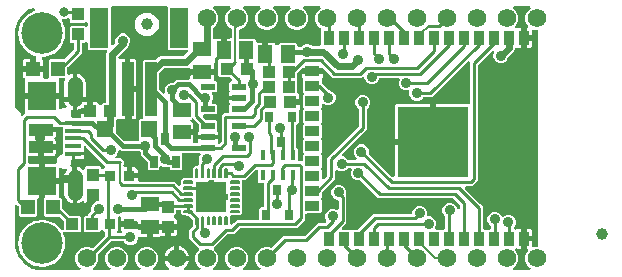
<source format=gbr>
G04 EAGLE Gerber RS-274X export*
G75*
%MOMM*%
%FSLAX34Y34*%
%LPD*%
%INTop Copper*%
%IPPOS*%
%AMOC8*
5,1,8,0,0,1.08239X$1,22.5*%
G01*
%ADD10R,1.240000X1.500000*%
%ADD11R,1.000000X1.075000*%
%ADD12R,1.500000X1.240000*%
%ADD13C,1.000000*%
%ADD14C,3.516000*%
%ADD15R,1.200000X0.550000*%
%ADD16R,1.400000X1.400000*%
%ADD17C,1.574800*%
%ADD18R,1.000000X4.600000*%
%ADD19R,1.600000X3.400000*%
%ADD20R,1.200000X1.200000*%
%ADD21R,1.075000X1.000000*%
%ADD22R,0.900000X0.900000*%
%ADD23C,0.140000*%
%ADD24R,2.500000X2.500000*%
%ADD25R,2.413000X2.413000*%
%ADD26C,1.308000*%
%ADD27R,1.350000X0.400000*%
%ADD28R,2.000000X1.000000*%
%ADD29R,0.800000X0.900000*%
%ADD30R,0.900000X1.200000*%
%ADD31R,1.200000X0.900000*%
%ADD32R,6.000000X6.000000*%
%ADD33R,0.635000X1.016000*%
%ADD34R,0.450000X0.900000*%
%ADD35C,0.254000*%
%ADD36C,0.906400*%
%ADD37C,0.609600*%
%ADD38C,0.889000*%
%ADD39C,0.203200*%
%ADD40C,0.381000*%
%ADD41C,0.406400*%
%ADD42C,0.800100*%

G36*
X438081Y2558D02*
X438081Y2558D01*
X438220Y2571D01*
X438240Y2578D01*
X438260Y2581D01*
X438388Y2632D01*
X438520Y2679D01*
X438536Y2690D01*
X438555Y2698D01*
X438668Y2779D01*
X438783Y2857D01*
X438796Y2873D01*
X438813Y2884D01*
X438901Y2992D01*
X438993Y3096D01*
X439002Y3114D01*
X439015Y3129D01*
X439075Y3255D01*
X439138Y3379D01*
X439142Y3399D01*
X439151Y3417D01*
X439177Y3553D01*
X439208Y3689D01*
X439207Y3710D01*
X439211Y3729D01*
X439202Y3868D01*
X439198Y4007D01*
X439192Y4027D01*
X439191Y4047D01*
X439148Y4179D01*
X439109Y4313D01*
X439099Y4330D01*
X439093Y4349D01*
X439018Y4467D01*
X438948Y4587D01*
X438929Y4608D01*
X438923Y4618D01*
X438908Y4632D01*
X438842Y4707D01*
X436317Y7232D01*
X434847Y10780D01*
X434847Y14620D01*
X436317Y18168D01*
X436741Y18592D01*
X436827Y18702D01*
X436915Y18809D01*
X436924Y18828D01*
X436936Y18844D01*
X436992Y18972D01*
X437051Y19097D01*
X437055Y19117D01*
X437063Y19136D01*
X437085Y19274D01*
X437111Y19410D01*
X437109Y19430D01*
X437113Y19450D01*
X437100Y19589D01*
X437091Y19727D01*
X437085Y19746D01*
X437083Y19766D01*
X437036Y19897D01*
X436993Y20029D01*
X436982Y20047D01*
X436975Y20066D01*
X436897Y20180D01*
X436823Y20298D01*
X436808Y20312D01*
X436797Y20329D01*
X436693Y20421D01*
X436591Y20516D01*
X436573Y20526D01*
X436558Y20539D01*
X436435Y20602D01*
X436313Y20670D01*
X436293Y20675D01*
X436275Y20684D01*
X436139Y20714D01*
X436005Y20749D01*
X435977Y20751D01*
X435965Y20754D01*
X435944Y20753D01*
X435844Y20759D01*
X435789Y20759D01*
X435789Y27051D01*
X440581Y27051D01*
X440581Y23424D01*
X440587Y23375D01*
X440585Y23325D01*
X440607Y23218D01*
X440621Y23109D01*
X440639Y23062D01*
X440649Y23014D01*
X440697Y22915D01*
X440738Y22813D01*
X440767Y22773D01*
X440789Y22728D01*
X440860Y22644D01*
X440924Y22556D01*
X440963Y22524D01*
X440995Y22486D01*
X441085Y22423D01*
X441169Y22353D01*
X441214Y22332D01*
X441255Y22303D01*
X441358Y22264D01*
X441457Y22217D01*
X441506Y22208D01*
X441552Y22190D01*
X441662Y22178D01*
X441769Y22157D01*
X441819Y22161D01*
X441869Y22155D01*
X441978Y22170D01*
X442087Y22177D01*
X442134Y22193D01*
X442183Y22199D01*
X442336Y22252D01*
X442580Y22353D01*
X444500Y22353D01*
X444618Y22368D01*
X444737Y22375D01*
X444775Y22388D01*
X444816Y22393D01*
X444926Y22436D01*
X445039Y22473D01*
X445074Y22495D01*
X445111Y22510D01*
X445207Y22579D01*
X445308Y22643D01*
X445336Y22673D01*
X445369Y22696D01*
X445445Y22788D01*
X445526Y22875D01*
X445546Y22910D01*
X445571Y22941D01*
X445622Y23049D01*
X445680Y23153D01*
X445690Y23193D01*
X445707Y23229D01*
X445729Y23346D01*
X445759Y23461D01*
X445763Y23521D01*
X445767Y23541D01*
X445765Y23562D01*
X445769Y23622D01*
X445769Y204978D01*
X445754Y205096D01*
X445747Y205215D01*
X445734Y205253D01*
X445729Y205294D01*
X445686Y205404D01*
X445649Y205517D01*
X445627Y205552D01*
X445612Y205589D01*
X445543Y205685D01*
X445479Y205786D01*
X445449Y205814D01*
X445426Y205847D01*
X445334Y205923D01*
X445247Y206004D01*
X445212Y206024D01*
X445181Y206049D01*
X445073Y206100D01*
X444969Y206158D01*
X444929Y206168D01*
X444893Y206185D01*
X444776Y206207D01*
X444661Y206237D01*
X444601Y206241D01*
X444581Y206245D01*
X444560Y206243D01*
X444500Y206247D01*
X442580Y206247D01*
X442336Y206348D01*
X442288Y206362D01*
X442243Y206383D01*
X442135Y206403D01*
X442029Y206432D01*
X441979Y206433D01*
X441930Y206443D01*
X441821Y206436D01*
X441711Y206437D01*
X441663Y206426D01*
X441613Y206423D01*
X441509Y206389D01*
X441402Y206363D01*
X441358Y206340D01*
X441311Y206325D01*
X441218Y206266D01*
X441121Y206215D01*
X441084Y206181D01*
X441042Y206155D01*
X440967Y206075D01*
X440885Y206001D01*
X440858Y205959D01*
X440824Y205923D01*
X440771Y205827D01*
X440711Y205735D01*
X440694Y205688D01*
X440670Y205644D01*
X440643Y205538D01*
X440607Y205434D01*
X440603Y205385D01*
X440591Y205337D01*
X440581Y205176D01*
X440581Y201549D01*
X435789Y201549D01*
X435789Y207841D01*
X435844Y207841D01*
X435982Y207858D01*
X436120Y207871D01*
X436139Y207878D01*
X436160Y207881D01*
X436289Y207932D01*
X436420Y207979D01*
X436436Y207990D01*
X436455Y207998D01*
X436568Y208079D01*
X436683Y208157D01*
X436696Y208173D01*
X436713Y208184D01*
X436801Y208292D01*
X436893Y208396D01*
X436902Y208414D01*
X436915Y208429D01*
X436974Y208555D01*
X437038Y208679D01*
X437042Y208699D01*
X437051Y208717D01*
X437077Y208853D01*
X437108Y208989D01*
X437107Y209010D01*
X437111Y209029D01*
X437102Y209168D01*
X437098Y209307D01*
X437092Y209327D01*
X437091Y209347D01*
X437048Y209479D01*
X437009Y209613D01*
X436999Y209630D01*
X436993Y209649D01*
X436919Y209767D01*
X436848Y209887D01*
X436829Y209908D01*
X436823Y209918D01*
X436808Y209932D01*
X436741Y210008D01*
X436317Y210432D01*
X434847Y213980D01*
X434847Y217820D01*
X436317Y221368D01*
X438842Y223893D01*
X438927Y224002D01*
X439015Y224109D01*
X439024Y224128D01*
X439036Y224144D01*
X439092Y224272D01*
X439151Y224397D01*
X439155Y224417D01*
X439163Y224436D01*
X439185Y224574D01*
X439211Y224710D01*
X439209Y224730D01*
X439213Y224750D01*
X439200Y224889D01*
X439191Y225027D01*
X439185Y225046D01*
X439183Y225066D01*
X439136Y225198D01*
X439093Y225329D01*
X439082Y225347D01*
X439075Y225366D01*
X438997Y225481D01*
X438923Y225598D01*
X438908Y225612D01*
X438897Y225629D01*
X438792Y225721D01*
X438691Y225816D01*
X438673Y225826D01*
X438658Y225839D01*
X438534Y225903D01*
X438413Y225970D01*
X438393Y225975D01*
X438375Y225984D01*
X438239Y226014D01*
X438105Y226049D01*
X438077Y226051D01*
X438065Y226054D01*
X438044Y226053D01*
X437944Y226059D01*
X425656Y226059D01*
X425519Y226042D01*
X425380Y226029D01*
X425360Y226022D01*
X425340Y226019D01*
X425212Y225968D01*
X425080Y225921D01*
X425064Y225910D01*
X425045Y225902D01*
X424932Y225821D01*
X424817Y225743D01*
X424804Y225727D01*
X424787Y225716D01*
X424699Y225608D01*
X424607Y225504D01*
X424598Y225486D01*
X424585Y225471D01*
X424525Y225345D01*
X424462Y225221D01*
X424458Y225201D01*
X424449Y225183D01*
X424423Y225047D01*
X424392Y224911D01*
X424393Y224890D01*
X424389Y224871D01*
X424398Y224732D01*
X424402Y224593D01*
X424408Y224573D01*
X424409Y224553D01*
X424452Y224421D01*
X424491Y224287D01*
X424501Y224270D01*
X424507Y224251D01*
X424582Y224133D01*
X424652Y224013D01*
X424671Y223992D01*
X424677Y223982D01*
X424692Y223968D01*
X424758Y223893D01*
X427283Y221368D01*
X428753Y217820D01*
X428753Y213980D01*
X427283Y210432D01*
X426499Y209648D01*
X426407Y209529D01*
X426311Y209408D01*
X426308Y209402D01*
X426304Y209397D01*
X426244Y209257D01*
X426182Y209118D01*
X426180Y209111D01*
X426178Y209105D01*
X426154Y208954D01*
X426128Y208804D01*
X426129Y208797D01*
X426128Y208791D01*
X426142Y208639D01*
X426155Y208487D01*
X426157Y208481D01*
X426158Y208474D01*
X426210Y208330D01*
X426259Y208187D01*
X426263Y208181D01*
X426265Y208175D01*
X426351Y208048D01*
X426435Y207922D01*
X426440Y207917D01*
X426444Y207912D01*
X426558Y207811D01*
X426671Y207709D01*
X426677Y207706D01*
X426682Y207701D01*
X426819Y207632D01*
X426953Y207561D01*
X426959Y207560D01*
X426966Y207557D01*
X427115Y207523D01*
X427263Y207488D01*
X427269Y207488D01*
X427276Y207487D01*
X427429Y207492D01*
X427580Y207495D01*
X427587Y207496D01*
X427594Y207497D01*
X427742Y207540D01*
X427887Y207580D01*
X427895Y207584D01*
X427899Y207585D01*
X427909Y207591D01*
X428031Y207651D01*
X428059Y207668D01*
X428706Y207841D01*
X431291Y207841D01*
X431291Y200280D01*
X431306Y200162D01*
X431313Y200043D01*
X431325Y200005D01*
X431331Y199965D01*
X431374Y199854D01*
X431411Y199741D01*
X431433Y199707D01*
X431448Y199669D01*
X431517Y199573D01*
X431581Y199472D01*
X431611Y199444D01*
X431634Y199412D01*
X431726Y199336D01*
X431760Y199304D01*
X431752Y199299D01*
X431724Y199269D01*
X431691Y199245D01*
X431615Y199154D01*
X431534Y199067D01*
X431514Y199032D01*
X431489Y199000D01*
X431438Y198893D01*
X431380Y198788D01*
X431370Y198749D01*
X431353Y198713D01*
X431331Y198596D01*
X431301Y198480D01*
X431297Y198420D01*
X431293Y198400D01*
X431295Y198380D01*
X431291Y198320D01*
X431291Y190759D01*
X428706Y190759D01*
X428059Y190932D01*
X427825Y191068D01*
X427702Y191119D01*
X427583Y191176D01*
X427556Y191181D01*
X427531Y191191D01*
X427400Y191211D01*
X427270Y191235D01*
X427244Y191234D01*
X427217Y191238D01*
X427085Y191224D01*
X426953Y191216D01*
X426927Y191207D01*
X426901Y191205D01*
X426777Y191158D01*
X426651Y191118D01*
X426628Y191103D01*
X426602Y191094D01*
X426494Y191018D01*
X426382Y190947D01*
X426363Y190928D01*
X426341Y190912D01*
X426255Y190812D01*
X426164Y190716D01*
X426151Y190692D01*
X426133Y190672D01*
X426074Y190553D01*
X426010Y190437D01*
X426004Y190411D01*
X425992Y190387D01*
X425964Y190257D01*
X425931Y190129D01*
X425929Y190091D01*
X425925Y190076D01*
X425926Y190054D01*
X425921Y189969D01*
X425921Y189959D01*
X425147Y188092D01*
X420615Y183560D01*
X420603Y183544D01*
X420594Y183533D01*
X420555Y183482D01*
X420487Y183410D01*
X420458Y183357D01*
X420421Y183309D01*
X420414Y183293D01*
X420411Y183290D01*
X420340Y183145D01*
X420338Y183140D01*
X420333Y183131D01*
X420331Y183124D01*
X419296Y180625D01*
X417545Y178874D01*
X415258Y177926D01*
X412782Y177926D01*
X410495Y178874D01*
X408744Y180625D01*
X407796Y182912D01*
X407796Y185388D01*
X408450Y186966D01*
X408468Y187033D01*
X408496Y187097D01*
X408510Y187186D01*
X408534Y187272D01*
X408535Y187342D01*
X408546Y187411D01*
X408537Y187501D01*
X408539Y187590D01*
X408523Y187658D01*
X408516Y187728D01*
X408486Y187812D01*
X408465Y187900D01*
X408432Y187961D01*
X408408Y188027D01*
X408358Y188101D01*
X408316Y188181D01*
X408269Y188232D01*
X408230Y188290D01*
X408162Y188350D01*
X408102Y188416D01*
X408044Y188454D01*
X407991Y188501D01*
X407911Y188541D01*
X407836Y188591D01*
X407770Y188614D01*
X407708Y188645D01*
X407621Y188665D01*
X407535Y188694D01*
X407466Y188700D01*
X407398Y188715D01*
X407308Y188712D01*
X407218Y188719D01*
X407150Y188707D01*
X407080Y188705D01*
X406994Y188680D01*
X406905Y188665D01*
X406841Y188636D01*
X406774Y188617D01*
X406697Y188571D01*
X406615Y188534D01*
X406560Y188491D01*
X406501Y188455D01*
X406380Y188349D01*
X394834Y176804D01*
X394774Y176725D01*
X394706Y176653D01*
X394677Y176600D01*
X394640Y176552D01*
X394600Y176461D01*
X394552Y176375D01*
X394537Y176316D01*
X394513Y176261D01*
X394498Y176163D01*
X394473Y176067D01*
X394467Y175967D01*
X394463Y175946D01*
X394465Y175934D01*
X394463Y175906D01*
X394463Y78134D01*
X389988Y73659D01*
X384926Y73659D01*
X384788Y73642D01*
X384649Y73629D01*
X384630Y73622D01*
X384610Y73619D01*
X384481Y73568D01*
X384350Y73521D01*
X384333Y73510D01*
X384315Y73502D01*
X384202Y73421D01*
X384087Y73343D01*
X384074Y73327D01*
X384057Y73316D01*
X383969Y73208D01*
X383876Y73104D01*
X383867Y73086D01*
X383854Y73071D01*
X383795Y72945D01*
X383732Y72821D01*
X383727Y72801D01*
X383719Y72783D01*
X383693Y72647D01*
X383662Y72511D01*
X383663Y72490D01*
X383659Y72471D01*
X383668Y72332D01*
X383672Y72193D01*
X383678Y72173D01*
X383679Y72153D01*
X383722Y72021D01*
X383760Y71887D01*
X383771Y71870D01*
X383777Y71851D01*
X383851Y71733D01*
X383922Y71613D01*
X383940Y71592D01*
X383947Y71582D01*
X383962Y71568D01*
X384028Y71493D01*
X396436Y59084D01*
X398743Y56778D01*
X398743Y38348D01*
X398758Y38230D01*
X398765Y38111D01*
X398778Y38073D01*
X398783Y38032D01*
X398826Y37922D01*
X398863Y37809D01*
X398885Y37774D01*
X398900Y37737D01*
X398969Y37641D01*
X399033Y37540D01*
X399063Y37512D01*
X399086Y37479D01*
X399178Y37403D01*
X399265Y37322D01*
X399300Y37302D01*
X399331Y37277D01*
X399439Y37226D01*
X399543Y37168D01*
X399583Y37158D01*
X399619Y37141D01*
X399736Y37119D01*
X399851Y37089D01*
X399911Y37085D01*
X399931Y37081D01*
X399952Y37083D01*
X400012Y37079D01*
X400677Y37079D01*
X400892Y36863D01*
X400987Y36790D01*
X401076Y36711D01*
X401112Y36693D01*
X401144Y36668D01*
X401253Y36621D01*
X401359Y36567D01*
X401398Y36558D01*
X401436Y36542D01*
X401553Y36523D01*
X401669Y36497D01*
X401710Y36498D01*
X401750Y36492D01*
X401868Y36503D01*
X401987Y36507D01*
X402026Y36518D01*
X402066Y36522D01*
X402178Y36562D01*
X402293Y36595D01*
X402328Y36616D01*
X402366Y36629D01*
X402464Y36696D01*
X402567Y36757D01*
X402612Y36796D01*
X402629Y36808D01*
X402642Y36823D01*
X402687Y36863D01*
X402903Y37079D01*
X404368Y37079D01*
X404486Y37094D01*
X404605Y37101D01*
X404643Y37114D01*
X404684Y37119D01*
X404794Y37162D01*
X404907Y37199D01*
X404942Y37221D01*
X404979Y37236D01*
X405075Y37305D01*
X405176Y37369D01*
X405204Y37399D01*
X405237Y37422D01*
X405313Y37514D01*
X405394Y37601D01*
X405414Y37636D01*
X405439Y37667D01*
X405490Y37775D01*
X405548Y37879D01*
X405558Y37919D01*
X405575Y37955D01*
X405597Y38072D01*
X405627Y38187D01*
X405631Y38247D01*
X405635Y38267D01*
X405633Y38288D01*
X405637Y38348D01*
X405637Y39572D01*
X405625Y39670D01*
X405622Y39769D01*
X405605Y39828D01*
X405597Y39888D01*
X405561Y39980D01*
X405533Y40075D01*
X405503Y40127D01*
X405480Y40183D01*
X405422Y40263D01*
X405372Y40349D01*
X405306Y40424D01*
X405294Y40441D01*
X405284Y40449D01*
X405266Y40470D01*
X403590Y42145D01*
X402629Y44465D01*
X402629Y46975D01*
X403590Y49295D01*
X405365Y51070D01*
X407685Y52031D01*
X410195Y52031D01*
X412515Y51070D01*
X414290Y49295D01*
X414521Y48737D01*
X414545Y48694D01*
X414562Y48647D01*
X414624Y48557D01*
X414678Y48461D01*
X414713Y48426D01*
X414741Y48384D01*
X414823Y48312D01*
X414900Y48233D01*
X414942Y48207D01*
X414979Y48174D01*
X415077Y48124D01*
X415171Y48067D01*
X415218Y48052D01*
X415263Y48029D01*
X415370Y48005D01*
X415475Y47973D01*
X415524Y47971D01*
X415573Y47960D01*
X415682Y47963D01*
X415792Y47958D01*
X415841Y47968D01*
X415891Y47969D01*
X415996Y48000D01*
X416104Y48022D01*
X416148Y48044D01*
X416196Y48058D01*
X416291Y48114D01*
X416389Y48162D01*
X416427Y48194D01*
X416470Y48219D01*
X416591Y48326D01*
X416795Y48530D01*
X419115Y49491D01*
X421625Y49491D01*
X423945Y48530D01*
X425720Y46755D01*
X426681Y44435D01*
X426681Y41925D01*
X425720Y39605D01*
X425360Y39246D01*
X425275Y39136D01*
X425186Y39029D01*
X425178Y39010D01*
X425165Y38994D01*
X425110Y38866D01*
X425051Y38741D01*
X425047Y38721D01*
X425039Y38702D01*
X425017Y38564D01*
X424991Y38428D01*
X424992Y38408D01*
X424989Y38388D01*
X425002Y38249D01*
X425011Y38111D01*
X425017Y38092D01*
X425019Y38072D01*
X425066Y37941D01*
X425109Y37809D01*
X425120Y37791D01*
X425126Y37772D01*
X425204Y37658D01*
X425279Y37540D01*
X425294Y37526D01*
X425305Y37509D01*
X425409Y37417D01*
X425511Y37322D01*
X425528Y37312D01*
X425543Y37299D01*
X425667Y37236D01*
X425789Y37168D01*
X425809Y37163D01*
X425827Y37154D01*
X425963Y37124D01*
X426097Y37089D01*
X426125Y37087D01*
X426137Y37084D01*
X426158Y37085D01*
X426258Y37079D01*
X426308Y37079D01*
X426415Y37062D01*
X426531Y37036D01*
X426571Y37037D01*
X426611Y37031D01*
X426730Y37042D01*
X426849Y37046D01*
X426887Y37057D01*
X426928Y37060D01*
X427040Y37101D01*
X427154Y37134D01*
X427189Y37154D01*
X427227Y37168D01*
X427325Y37235D01*
X427428Y37296D01*
X427453Y37318D01*
X428059Y37668D01*
X428706Y37841D01*
X431291Y37841D01*
X431291Y30280D01*
X431306Y30162D01*
X431313Y30043D01*
X431325Y30005D01*
X431331Y29965D01*
X431374Y29854D01*
X431411Y29741D01*
X431433Y29707D01*
X431448Y29669D01*
X431518Y29572D01*
X431581Y29472D01*
X431611Y29444D01*
X431634Y29412D01*
X431726Y29336D01*
X431760Y29304D01*
X431752Y29299D01*
X431724Y29269D01*
X431691Y29245D01*
X431615Y29154D01*
X431534Y29067D01*
X431514Y29032D01*
X431489Y29000D01*
X431438Y28893D01*
X431380Y28788D01*
X431370Y28749D01*
X431353Y28713D01*
X431331Y28596D01*
X431301Y28480D01*
X431297Y28420D01*
X431293Y28400D01*
X431295Y28380D01*
X431291Y28320D01*
X431291Y20759D01*
X428706Y20759D01*
X428059Y20932D01*
X428031Y20949D01*
X427891Y21008D01*
X427751Y21068D01*
X427744Y21069D01*
X427738Y21072D01*
X427587Y21094D01*
X427437Y21118D01*
X427430Y21118D01*
X427423Y21118D01*
X427272Y21103D01*
X427120Y21088D01*
X427114Y21086D01*
X427107Y21085D01*
X426966Y21033D01*
X426821Y20981D01*
X426815Y20977D01*
X426809Y20975D01*
X426685Y20889D01*
X426558Y20802D01*
X426553Y20797D01*
X426548Y20793D01*
X426448Y20678D01*
X426347Y20564D01*
X426344Y20558D01*
X426340Y20553D01*
X426272Y20416D01*
X426203Y20280D01*
X426201Y20274D01*
X426198Y20268D01*
X426166Y20119D01*
X426133Y19970D01*
X426133Y19963D01*
X426132Y19957D01*
X426138Y19806D01*
X426143Y19652D01*
X426145Y19646D01*
X426145Y19639D01*
X426188Y19494D01*
X426231Y19347D01*
X426234Y19341D01*
X426236Y19335D01*
X426315Y19204D01*
X426393Y19073D01*
X426399Y19066D01*
X426401Y19062D01*
X426408Y19055D01*
X426499Y18952D01*
X427283Y18168D01*
X428753Y14620D01*
X428753Y10780D01*
X427283Y7232D01*
X424758Y4707D01*
X424673Y4598D01*
X424585Y4491D01*
X424576Y4472D01*
X424564Y4456D01*
X424508Y4328D01*
X424449Y4203D01*
X424445Y4183D01*
X424437Y4164D01*
X424415Y4026D01*
X424389Y3890D01*
X424391Y3870D01*
X424387Y3850D01*
X424400Y3711D01*
X424409Y3573D01*
X424415Y3554D01*
X424417Y3534D01*
X424464Y3402D01*
X424507Y3271D01*
X424518Y3253D01*
X424525Y3234D01*
X424603Y3119D01*
X424677Y3002D01*
X424692Y2988D01*
X424703Y2971D01*
X424808Y2879D01*
X424909Y2784D01*
X424927Y2774D01*
X424942Y2761D01*
X425066Y2697D01*
X425187Y2630D01*
X425207Y2625D01*
X425225Y2616D01*
X425361Y2586D01*
X425495Y2551D01*
X425523Y2549D01*
X425535Y2546D01*
X425556Y2547D01*
X425656Y2541D01*
X437944Y2541D01*
X438081Y2558D01*
G37*
G36*
X263646Y79566D02*
X263646Y79566D01*
X263785Y79570D01*
X263805Y79576D01*
X263825Y79577D01*
X263957Y79620D01*
X264091Y79658D01*
X264108Y79669D01*
X264127Y79675D01*
X264245Y79749D01*
X264365Y79820D01*
X264386Y79838D01*
X264396Y79845D01*
X264410Y79860D01*
X264485Y79926D01*
X266836Y82276D01*
X266896Y82355D01*
X266964Y82427D01*
X266993Y82480D01*
X267030Y82528D01*
X267070Y82619D01*
X267118Y82705D01*
X267133Y82764D01*
X267157Y82819D01*
X267172Y82917D01*
X267197Y83013D01*
X267203Y83113D01*
X267207Y83134D01*
X267205Y83146D01*
X267207Y83174D01*
X267207Y97888D01*
X293506Y124186D01*
X293566Y124265D01*
X293634Y124337D01*
X293663Y124390D01*
X293700Y124438D01*
X293740Y124529D01*
X293788Y124615D01*
X293803Y124674D01*
X293827Y124729D01*
X293842Y124827D01*
X293867Y124923D01*
X293873Y125023D01*
X293877Y125044D01*
X293875Y125056D01*
X293877Y125084D01*
X293877Y138632D01*
X293865Y138730D01*
X293862Y138829D01*
X293845Y138888D01*
X293837Y138948D01*
X293801Y139040D01*
X293773Y139135D01*
X293743Y139187D01*
X293720Y139243D01*
X293662Y139323D01*
X293612Y139409D01*
X293546Y139484D01*
X293534Y139501D01*
X293524Y139509D01*
X293506Y139530D01*
X291830Y141205D01*
X290869Y143525D01*
X290869Y146035D01*
X291830Y148355D01*
X293605Y150130D01*
X295925Y151091D01*
X298435Y151091D01*
X300755Y150130D01*
X302530Y148355D01*
X303491Y146035D01*
X303491Y143525D01*
X302530Y141205D01*
X300854Y139530D01*
X300794Y139451D01*
X300726Y139379D01*
X300697Y139326D01*
X300660Y139278D01*
X300620Y139187D01*
X300572Y139101D01*
X300557Y139042D01*
X300533Y138987D01*
X300518Y138889D01*
X300493Y138793D01*
X300487Y138693D01*
X300483Y138673D01*
X300485Y138660D01*
X300483Y138632D01*
X300483Y121822D01*
X298176Y119516D01*
X279848Y101187D01*
X279763Y101078D01*
X279674Y100971D01*
X279666Y100952D01*
X279653Y100936D01*
X279598Y100808D01*
X279539Y100683D01*
X279535Y100663D01*
X279527Y100644D01*
X279505Y100506D01*
X279479Y100370D01*
X279480Y100350D01*
X279477Y100330D01*
X279490Y100191D01*
X279499Y100053D01*
X279505Y100034D01*
X279507Y100014D01*
X279554Y99882D01*
X279597Y99751D01*
X279608Y99733D01*
X279615Y99714D01*
X279693Y99599D01*
X279767Y99482D01*
X279782Y99468D01*
X279793Y99451D01*
X279897Y99359D01*
X279999Y99264D01*
X280016Y99254D01*
X280032Y99241D01*
X280155Y99177D01*
X280277Y99110D01*
X280297Y99105D01*
X280315Y99096D01*
X280451Y99066D01*
X280585Y99031D01*
X280613Y99029D01*
X280625Y99026D01*
X280640Y99027D01*
X282975Y98060D01*
X284650Y96384D01*
X284729Y96324D01*
X284801Y96256D01*
X284854Y96227D01*
X284902Y96190D01*
X284993Y96150D01*
X285079Y96102D01*
X285138Y96087D01*
X285193Y96063D01*
X285291Y96048D01*
X285387Y96023D01*
X285487Y96017D01*
X285507Y96013D01*
X285520Y96015D01*
X285548Y96013D01*
X290778Y96013D01*
X290916Y96030D01*
X291055Y96043D01*
X291074Y96050D01*
X291094Y96053D01*
X291223Y96104D01*
X291354Y96151D01*
X291371Y96162D01*
X291390Y96170D01*
X291502Y96251D01*
X291617Y96329D01*
X291630Y96345D01*
X291647Y96356D01*
X291736Y96464D01*
X291828Y96568D01*
X291837Y96586D01*
X291850Y96601D01*
X291909Y96727D01*
X291972Y96851D01*
X291977Y96871D01*
X291985Y96889D01*
X292011Y97026D01*
X292042Y97161D01*
X292041Y97182D01*
X292045Y97201D01*
X292036Y97340D01*
X292032Y97479D01*
X292026Y97499D01*
X292025Y97519D01*
X291983Y97651D01*
X291944Y97785D01*
X291933Y97802D01*
X291927Y97821D01*
X291853Y97939D01*
X291782Y98059D01*
X291764Y98080D01*
X291757Y98090D01*
X291742Y98104D01*
X291676Y98179D01*
X290560Y99295D01*
X289599Y101615D01*
X289599Y104125D01*
X290560Y106445D01*
X292335Y108220D01*
X294655Y109181D01*
X297165Y109181D01*
X299485Y108220D01*
X301260Y106445D01*
X302221Y104125D01*
X302221Y101756D01*
X302233Y101658D01*
X302236Y101559D01*
X302253Y101500D01*
X302261Y101440D01*
X302297Y101348D01*
X302325Y101253D01*
X302355Y101201D01*
X302378Y101145D01*
X302436Y101065D01*
X302486Y100979D01*
X302552Y100904D01*
X302564Y100887D01*
X302574Y100879D01*
X302592Y100858D01*
X321833Y81618D01*
X321942Y81533D01*
X322049Y81444D01*
X322068Y81436D01*
X322084Y81423D01*
X322212Y81368D01*
X322337Y81309D01*
X322357Y81305D01*
X322376Y81297D01*
X322514Y81275D01*
X322650Y81249D01*
X322670Y81250D01*
X322690Y81247D01*
X322829Y81260D01*
X322967Y81269D01*
X322986Y81275D01*
X323006Y81277D01*
X323138Y81324D01*
X323269Y81367D01*
X323287Y81378D01*
X323306Y81385D01*
X323421Y81463D01*
X323538Y81537D01*
X323552Y81552D01*
X323569Y81563D01*
X323661Y81667D01*
X323756Y81769D01*
X323766Y81786D01*
X323779Y81802D01*
X323843Y81925D01*
X323910Y82047D01*
X323915Y82067D01*
X323924Y82085D01*
X323954Y82221D01*
X323989Y82355D01*
X323991Y82383D01*
X323994Y82395D01*
X323993Y82416D01*
X323999Y82516D01*
X323999Y108361D01*
X355270Y108361D01*
X355388Y108376D01*
X355507Y108383D01*
X355545Y108396D01*
X355585Y108401D01*
X355696Y108444D01*
X355809Y108481D01*
X355844Y108503D01*
X355881Y108518D01*
X355977Y108588D01*
X356078Y108651D01*
X356106Y108681D01*
X356138Y108705D01*
X356214Y108796D01*
X356296Y108883D01*
X356315Y108918D01*
X356341Y108949D01*
X356392Y109057D01*
X356449Y109161D01*
X356460Y109201D01*
X356477Y109237D01*
X356499Y109354D01*
X356529Y109469D01*
X356533Y109530D01*
X356537Y109550D01*
X356535Y109570D01*
X356539Y109630D01*
X356539Y110901D01*
X357810Y110901D01*
X357928Y110916D01*
X358047Y110923D01*
X358085Y110936D01*
X358125Y110941D01*
X358236Y110985D01*
X358349Y111021D01*
X358384Y111043D01*
X358421Y111058D01*
X358517Y111128D01*
X358618Y111191D01*
X358646Y111221D01*
X358678Y111245D01*
X358754Y111336D01*
X358836Y111423D01*
X358855Y111458D01*
X358881Y111490D01*
X358932Y111597D01*
X358989Y111701D01*
X359000Y111741D01*
X359017Y111777D01*
X359039Y111894D01*
X359069Y112009D01*
X359073Y112070D01*
X359077Y112090D01*
X359075Y112110D01*
X359079Y112170D01*
X359079Y143441D01*
X386588Y143441D01*
X386706Y143456D01*
X386825Y143463D01*
X386863Y143476D01*
X386904Y143481D01*
X387014Y143524D01*
X387127Y143561D01*
X387162Y143583D01*
X387199Y143598D01*
X387295Y143667D01*
X387396Y143731D01*
X387424Y143761D01*
X387457Y143784D01*
X387533Y143876D01*
X387614Y143963D01*
X387634Y143998D01*
X387659Y144029D01*
X387710Y144137D01*
X387768Y144241D01*
X387778Y144281D01*
X387795Y144317D01*
X387817Y144434D01*
X387847Y144549D01*
X387851Y144609D01*
X387855Y144629D01*
X387853Y144650D01*
X387857Y144710D01*
X387857Y178192D01*
X387840Y178330D01*
X387827Y178469D01*
X387820Y178488D01*
X387817Y178508D01*
X387766Y178637D01*
X387719Y178768D01*
X387708Y178785D01*
X387700Y178803D01*
X387619Y178916D01*
X387541Y179031D01*
X387525Y179044D01*
X387514Y179061D01*
X387406Y179149D01*
X387302Y179242D01*
X387284Y179251D01*
X387269Y179264D01*
X387143Y179323D01*
X387019Y179386D01*
X386999Y179391D01*
X386981Y179399D01*
X386845Y179425D01*
X386709Y179456D01*
X386688Y179455D01*
X386669Y179459D01*
X386530Y179450D01*
X386391Y179446D01*
X386371Y179440D01*
X386351Y179439D01*
X386219Y179396D01*
X386085Y179358D01*
X386068Y179347D01*
X386049Y179341D01*
X385931Y179267D01*
X385811Y179196D01*
X385790Y179178D01*
X385780Y179171D01*
X385766Y179156D01*
X385691Y179090D01*
X358004Y151404D01*
X355698Y149097D01*
X349048Y149097D01*
X348950Y149085D01*
X348851Y149082D01*
X348792Y149065D01*
X348732Y149057D01*
X348640Y149021D01*
X348545Y148993D01*
X348493Y148963D01*
X348437Y148940D01*
X348357Y148882D01*
X348271Y148832D01*
X348196Y148766D01*
X348179Y148754D01*
X348171Y148744D01*
X348150Y148726D01*
X346475Y147050D01*
X344155Y146089D01*
X341645Y146089D01*
X339325Y147050D01*
X337550Y148825D01*
X336589Y151145D01*
X336589Y153797D01*
X336574Y153915D01*
X336567Y154034D01*
X336554Y154072D01*
X336549Y154113D01*
X336506Y154223D01*
X336469Y154336D01*
X336447Y154371D01*
X336432Y154408D01*
X336363Y154504D01*
X336299Y154605D01*
X336269Y154633D01*
X336246Y154666D01*
X336154Y154742D01*
X336067Y154823D01*
X336032Y154843D01*
X336001Y154868D01*
X335893Y154919D01*
X335789Y154977D01*
X335749Y154987D01*
X335713Y155004D01*
X335596Y155026D01*
X335481Y155056D01*
X335421Y155060D01*
X335401Y155064D01*
X335380Y155062D01*
X335320Y155066D01*
X332772Y155066D01*
X330485Y156014D01*
X328734Y157765D01*
X327786Y160052D01*
X327786Y162528D01*
X328335Y163852D01*
X328348Y163900D01*
X328369Y163945D01*
X328390Y164053D01*
X328419Y164159D01*
X328420Y164209D01*
X328429Y164258D01*
X328422Y164367D01*
X328424Y164477D01*
X328412Y164525D01*
X328409Y164575D01*
X328375Y164679D01*
X328350Y164786D01*
X328326Y164830D01*
X328311Y164877D01*
X328252Y164970D01*
X328201Y165067D01*
X328168Y165104D01*
X328141Y165146D01*
X328061Y165221D01*
X327987Y165303D01*
X327946Y165330D01*
X327909Y165364D01*
X327813Y165417D01*
X327721Y165477D01*
X327674Y165494D01*
X327631Y165518D01*
X327525Y165545D01*
X327421Y165581D01*
X327371Y165585D01*
X327323Y165597D01*
X327162Y165607D01*
X312163Y165607D01*
X312133Y165604D01*
X312104Y165606D01*
X311976Y165584D01*
X311847Y165567D01*
X311820Y165557D01*
X311791Y165552D01*
X311672Y165498D01*
X311552Y165450D01*
X311528Y165433D01*
X311501Y165421D01*
X311399Y165340D01*
X311294Y165264D01*
X311275Y165241D01*
X311252Y165222D01*
X311174Y165119D01*
X311091Y165019D01*
X311079Y164992D01*
X311061Y164968D01*
X310990Y164824D01*
X310150Y162795D01*
X308375Y161020D01*
X306055Y160059D01*
X303545Y160059D01*
X301225Y161020D01*
X299450Y162795D01*
X298473Y165154D01*
X298472Y165161D01*
X298467Y165242D01*
X298463Y165253D01*
X298459Y165301D01*
X298452Y165320D01*
X298449Y165340D01*
X298398Y165469D01*
X298351Y165600D01*
X298340Y165617D01*
X298332Y165635D01*
X298251Y165748D01*
X298173Y165863D01*
X298157Y165876D01*
X298146Y165893D01*
X298038Y165982D01*
X297934Y166074D01*
X297916Y166083D01*
X297901Y166096D01*
X297775Y166155D01*
X297651Y166218D01*
X297631Y166223D01*
X297613Y166231D01*
X297476Y166257D01*
X297341Y166288D01*
X297320Y166287D01*
X297301Y166291D01*
X297162Y166282D01*
X297023Y166278D01*
X297003Y166272D01*
X296983Y166271D01*
X296851Y166228D01*
X296717Y166190D01*
X296700Y166179D01*
X296681Y166173D01*
X296597Y166120D01*
X296589Y166117D01*
X296570Y166103D01*
X296563Y166099D01*
X296443Y166028D01*
X296422Y166010D01*
X296412Y166003D01*
X296398Y165988D01*
X296333Y165931D01*
X296332Y165930D01*
X296331Y165929D01*
X296322Y165922D01*
X296008Y165607D01*
X271682Y165607D01*
X264112Y173178D01*
X264033Y173238D01*
X263961Y173306D01*
X263908Y173335D01*
X263860Y173372D01*
X263769Y173412D01*
X263683Y173460D01*
X263624Y173475D01*
X263569Y173499D01*
X263471Y173514D01*
X263375Y173539D01*
X263275Y173545D01*
X263254Y173549D01*
X263242Y173547D01*
X263214Y173549D01*
X255520Y173549D01*
X255402Y173534D01*
X255283Y173527D01*
X255245Y173514D01*
X255205Y173509D01*
X255094Y173466D01*
X254981Y173429D01*
X254947Y173407D01*
X254909Y173392D01*
X254813Y173323D01*
X254712Y173259D01*
X254684Y173229D01*
X254652Y173206D01*
X254576Y173114D01*
X254544Y173080D01*
X254539Y173088D01*
X254509Y173116D01*
X254485Y173149D01*
X254394Y173225D01*
X254307Y173306D01*
X254272Y173326D01*
X254240Y173351D01*
X254133Y173402D01*
X254028Y173460D01*
X253989Y173470D01*
X253953Y173487D01*
X253836Y173509D01*
X253720Y173539D01*
X253660Y173543D01*
X253640Y173547D01*
X253620Y173545D01*
X253560Y173549D01*
X246056Y173549D01*
X245958Y173537D01*
X245859Y173534D01*
X245800Y173517D01*
X245740Y173509D01*
X245648Y173473D01*
X245553Y173445D01*
X245501Y173415D01*
X245445Y173392D01*
X245365Y173334D01*
X245279Y173284D01*
X245204Y173218D01*
X245187Y173206D01*
X245179Y173196D01*
X245158Y173178D01*
X242085Y170105D01*
X242025Y170026D01*
X241957Y169954D01*
X241928Y169901D01*
X241891Y169853D01*
X241851Y169762D01*
X241803Y169676D01*
X241788Y169617D01*
X241764Y169562D01*
X241749Y169464D01*
X241724Y169368D01*
X241718Y169268D01*
X241714Y169248D01*
X241716Y169235D01*
X241714Y169207D01*
X241714Y164285D01*
X241702Y164261D01*
X241693Y164221D01*
X241677Y164184D01*
X241658Y164067D01*
X241632Y163950D01*
X241633Y163910D01*
X241627Y163870D01*
X241638Y163752D01*
X241642Y163633D01*
X241653Y163594D01*
X241657Y163554D01*
X241697Y163441D01*
X241714Y163384D01*
X241714Y153153D01*
X241727Y153048D01*
X241731Y152942D01*
X241747Y152891D01*
X241754Y152837D01*
X241792Y152739D01*
X241823Y152638D01*
X241851Y152592D01*
X241871Y152542D01*
X241933Y152456D01*
X241987Y152366D01*
X242026Y152328D01*
X242057Y152284D01*
X242139Y152217D01*
X242214Y152143D01*
X242286Y152095D01*
X242302Y152081D01*
X242316Y152075D01*
X242348Y152054D01*
X242765Y151813D01*
X243238Y151340D01*
X243573Y150761D01*
X243746Y150114D01*
X243746Y147279D01*
X237060Y147279D01*
X236942Y147264D01*
X236823Y147257D01*
X236785Y147244D01*
X236745Y147239D01*
X236634Y147196D01*
X236521Y147159D01*
X236487Y147137D01*
X236449Y147122D01*
X236353Y147053D01*
X236252Y146989D01*
X236224Y146959D01*
X236192Y146936D01*
X236116Y146844D01*
X236034Y146757D01*
X236015Y146722D01*
X235989Y146691D01*
X235938Y146583D01*
X235881Y146479D01*
X235871Y146439D01*
X235853Y146403D01*
X235831Y146286D01*
X235801Y146171D01*
X235797Y146111D01*
X235794Y146091D01*
X235795Y146070D01*
X235791Y146010D01*
X235791Y143550D01*
X235806Y143432D01*
X235813Y143313D01*
X235826Y143275D01*
X235831Y143234D01*
X235875Y143124D01*
X235911Y143011D01*
X235933Y142976D01*
X235948Y142939D01*
X236018Y142842D01*
X236081Y142742D01*
X236111Y142714D01*
X236135Y142681D01*
X236226Y142605D01*
X236313Y142524D01*
X236348Y142504D01*
X236380Y142479D01*
X236487Y142428D01*
X236592Y142370D01*
X236631Y142360D01*
X236667Y142343D01*
X236784Y142321D01*
X236900Y142291D01*
X236960Y142287D01*
X236980Y142283D01*
X237000Y142285D01*
X237060Y142281D01*
X243746Y142281D01*
X243746Y139446D01*
X243573Y138799D01*
X243238Y138220D01*
X243235Y138217D01*
X243174Y138138D01*
X243106Y138066D01*
X243077Y138013D01*
X243040Y137965D01*
X243000Y137874D01*
X242952Y137788D01*
X242937Y137729D01*
X242913Y137673D01*
X242898Y137576D01*
X242873Y137480D01*
X242867Y137379D01*
X242863Y137359D01*
X242865Y137347D01*
X242863Y137319D01*
X242863Y127318D01*
X241821Y126276D01*
X241656Y126276D01*
X241538Y126261D01*
X241419Y126254D01*
X241381Y126241D01*
X241340Y126236D01*
X241230Y126193D01*
X241117Y126156D01*
X241082Y126134D01*
X241045Y126119D01*
X240949Y126050D01*
X240848Y125986D01*
X240820Y125956D01*
X240787Y125933D01*
X240711Y125841D01*
X240630Y125754D01*
X240610Y125719D01*
X240585Y125688D01*
X240534Y125580D01*
X240476Y125476D01*
X240466Y125436D01*
X240449Y125400D01*
X240427Y125283D01*
X240397Y125168D01*
X240393Y125108D01*
X240389Y125088D01*
X240391Y125067D01*
X240387Y125007D01*
X240387Y107488D01*
X240402Y107370D01*
X240409Y107251D01*
X240422Y107213D01*
X240427Y107172D01*
X240470Y107062D01*
X240507Y106949D01*
X240529Y106914D01*
X240544Y106877D01*
X240613Y106781D01*
X240677Y106680D01*
X240707Y106652D01*
X240730Y106619D01*
X240822Y106543D01*
X240909Y106462D01*
X240944Y106442D01*
X240975Y106417D01*
X241083Y106366D01*
X241187Y106308D01*
X241227Y106298D01*
X241263Y106281D01*
X241370Y106261D01*
X242454Y105177D01*
X242454Y96012D01*
X242469Y95894D01*
X242476Y95775D01*
X242489Y95737D01*
X242494Y95696D01*
X242537Y95586D01*
X242574Y95473D01*
X242596Y95438D01*
X242611Y95401D01*
X242680Y95305D01*
X242744Y95204D01*
X242774Y95176D01*
X242797Y95143D01*
X242889Y95067D01*
X242976Y94986D01*
X243011Y94966D01*
X243042Y94941D01*
X243150Y94890D01*
X243254Y94832D01*
X243294Y94822D01*
X243330Y94805D01*
X243447Y94783D01*
X243562Y94753D01*
X243622Y94749D01*
X243642Y94745D01*
X243663Y94747D01*
X243723Y94743D01*
X245492Y94743D01*
X245610Y94758D01*
X245729Y94765D01*
X245767Y94778D01*
X245808Y94783D01*
X245918Y94826D01*
X246031Y94863D01*
X246066Y94885D01*
X246103Y94900D01*
X246199Y94969D01*
X246300Y95033D01*
X246328Y95063D01*
X246361Y95086D01*
X246437Y95178D01*
X246518Y95265D01*
X246538Y95300D01*
X246563Y95331D01*
X246614Y95439D01*
X246672Y95543D01*
X246682Y95583D01*
X246699Y95619D01*
X246721Y95736D01*
X246751Y95851D01*
X246755Y95911D01*
X246759Y95931D01*
X246757Y95952D01*
X246761Y96012D01*
X246761Y100337D01*
X246977Y100553D01*
X247050Y100647D01*
X247129Y100736D01*
X247147Y100772D01*
X247172Y100804D01*
X247219Y100913D01*
X247273Y101019D01*
X247282Y101059D01*
X247298Y101096D01*
X247317Y101213D01*
X247343Y101329D01*
X247342Y101370D01*
X247348Y101410D01*
X247337Y101529D01*
X247333Y101647D01*
X247322Y101686D01*
X247318Y101726D01*
X247278Y101839D01*
X247245Y101953D01*
X247224Y101988D01*
X247211Y102026D01*
X247144Y102124D01*
X247083Y102227D01*
X247044Y102272D01*
X247032Y102289D01*
X247017Y102302D01*
X246977Y102348D01*
X246761Y102563D01*
X246761Y113037D01*
X246977Y113253D01*
X247050Y113347D01*
X247129Y113436D01*
X247147Y113472D01*
X247172Y113504D01*
X247219Y113613D01*
X247273Y113719D01*
X247282Y113759D01*
X247298Y113796D01*
X247317Y113913D01*
X247343Y114029D01*
X247342Y114070D01*
X247348Y114110D01*
X247337Y114229D01*
X247333Y114347D01*
X247322Y114386D01*
X247318Y114426D01*
X247278Y114539D01*
X247245Y114653D01*
X247224Y114688D01*
X247211Y114726D01*
X247144Y114824D01*
X247083Y114927D01*
X247044Y114972D01*
X247032Y114989D01*
X247017Y115002D01*
X246977Y115048D01*
X246761Y115263D01*
X246761Y125737D01*
X246977Y125953D01*
X247050Y126047D01*
X247129Y126136D01*
X247147Y126172D01*
X247172Y126204D01*
X247219Y126313D01*
X247273Y126419D01*
X247282Y126459D01*
X247298Y126496D01*
X247317Y126613D01*
X247343Y126729D01*
X247342Y126770D01*
X247348Y126810D01*
X247337Y126929D01*
X247333Y127047D01*
X247322Y127086D01*
X247318Y127126D01*
X247278Y127239D01*
X247245Y127353D01*
X247224Y127388D01*
X247211Y127426D01*
X247144Y127524D01*
X247083Y127627D01*
X247044Y127672D01*
X247032Y127689D01*
X247017Y127702D01*
X246977Y127748D01*
X246761Y127963D01*
X246761Y138437D01*
X246977Y138653D01*
X247050Y138747D01*
X247129Y138836D01*
X247147Y138872D01*
X247172Y138904D01*
X247219Y139013D01*
X247273Y139119D01*
X247282Y139159D01*
X247298Y139196D01*
X247317Y139313D01*
X247343Y139429D01*
X247342Y139470D01*
X247348Y139510D01*
X247337Y139629D01*
X247333Y139747D01*
X247322Y139786D01*
X247318Y139826D01*
X247278Y139939D01*
X247245Y140053D01*
X247224Y140088D01*
X247211Y140126D01*
X247144Y140224D01*
X247083Y140327D01*
X247044Y140372D01*
X247032Y140389D01*
X247017Y140402D01*
X246977Y140448D01*
X246761Y140663D01*
X246761Y151137D01*
X246977Y151353D01*
X247050Y151447D01*
X247129Y151536D01*
X247147Y151572D01*
X247172Y151604D01*
X247219Y151713D01*
X247273Y151819D01*
X247282Y151859D01*
X247298Y151896D01*
X247317Y152013D01*
X247343Y152129D01*
X247342Y152170D01*
X247348Y152210D01*
X247337Y152329D01*
X247333Y152447D01*
X247322Y152486D01*
X247318Y152526D01*
X247278Y152639D01*
X247245Y152753D01*
X247224Y152788D01*
X247211Y152826D01*
X247144Y152924D01*
X247083Y153027D01*
X247044Y153072D01*
X247032Y153089D01*
X247017Y153102D01*
X246977Y153148D01*
X246761Y153363D01*
X246761Y164068D01*
X246778Y164175D01*
X246804Y164291D01*
X246803Y164331D01*
X246809Y164371D01*
X246798Y164490D01*
X246794Y164609D01*
X246783Y164647D01*
X246780Y164688D01*
X246739Y164800D01*
X246706Y164914D01*
X246686Y164949D01*
X246672Y164987D01*
X246605Y165085D01*
X246544Y165188D01*
X246522Y165213D01*
X246172Y165819D01*
X245999Y166466D01*
X245999Y169051D01*
X253560Y169051D01*
X253678Y169066D01*
X253797Y169073D01*
X253835Y169085D01*
X253875Y169091D01*
X253986Y169134D01*
X254099Y169171D01*
X254133Y169193D01*
X254171Y169208D01*
X254267Y169277D01*
X254368Y169341D01*
X254396Y169371D01*
X254428Y169394D01*
X254504Y169486D01*
X254536Y169520D01*
X254541Y169512D01*
X254571Y169484D01*
X254595Y169451D01*
X254686Y169375D01*
X254773Y169294D01*
X254808Y169274D01*
X254840Y169249D01*
X254947Y169198D01*
X255052Y169140D01*
X255091Y169130D01*
X255127Y169113D01*
X255244Y169091D01*
X255360Y169061D01*
X255420Y169057D01*
X255440Y169053D01*
X255460Y169055D01*
X255520Y169051D01*
X263081Y169051D01*
X263081Y166466D01*
X262908Y165819D01*
X262539Y165181D01*
X262490Y165125D01*
X262472Y165090D01*
X262447Y165058D01*
X262400Y164948D01*
X262345Y164842D01*
X262337Y164803D01*
X262321Y164766D01*
X262302Y164648D01*
X262276Y164532D01*
X262277Y164492D01*
X262271Y164452D01*
X262282Y164333D01*
X262285Y164214D01*
X262297Y164175D01*
X262300Y164135D01*
X262319Y164084D01*
X262319Y161978D01*
X262331Y161880D01*
X262334Y161781D01*
X262351Y161722D01*
X262359Y161662D01*
X262395Y161570D01*
X262423Y161475D01*
X262453Y161423D01*
X262476Y161367D01*
X262534Y161287D01*
X262584Y161201D01*
X262650Y161126D01*
X262662Y161109D01*
X262672Y161101D01*
X262690Y161080D01*
X264024Y159746D01*
X268601Y155170D01*
X268608Y155164D01*
X268614Y155157D01*
X268734Y155067D01*
X268852Y154975D01*
X268861Y154971D01*
X268868Y154965D01*
X269013Y154895D01*
X271495Y153866D01*
X273246Y152115D01*
X274194Y149828D01*
X274194Y147352D01*
X273246Y145065D01*
X271495Y143314D01*
X269208Y142366D01*
X266732Y142366D01*
X264419Y143324D01*
X264376Y143358D01*
X264269Y143447D01*
X264250Y143455D01*
X264234Y143468D01*
X264106Y143523D01*
X263981Y143582D01*
X263961Y143586D01*
X263942Y143594D01*
X263805Y143616D01*
X263668Y143642D01*
X263648Y143641D01*
X263628Y143644D01*
X263490Y143631D01*
X263351Y143622D01*
X263332Y143616D01*
X263312Y143614D01*
X263180Y143567D01*
X263049Y143524D01*
X263032Y143513D01*
X263012Y143507D01*
X262897Y143428D01*
X262780Y143354D01*
X262766Y143339D01*
X262749Y143328D01*
X262657Y143224D01*
X262562Y143122D01*
X262552Y143105D01*
X262539Y143090D01*
X262476Y142966D01*
X262408Y142844D01*
X262403Y142825D01*
X262394Y142806D01*
X262364Y142670D01*
X262329Y142536D01*
X262327Y142508D01*
X262324Y142496D01*
X262325Y142476D01*
X262319Y142375D01*
X262319Y140663D01*
X262103Y140448D01*
X262030Y140353D01*
X261951Y140264D01*
X261933Y140228D01*
X261908Y140196D01*
X261861Y140087D01*
X261807Y139981D01*
X261798Y139942D01*
X261782Y139904D01*
X261763Y139787D01*
X261737Y139671D01*
X261738Y139630D01*
X261732Y139590D01*
X261743Y139472D01*
X261747Y139353D01*
X261758Y139314D01*
X261762Y139274D01*
X261802Y139162D01*
X261835Y139047D01*
X261856Y139012D01*
X261869Y138974D01*
X261936Y138876D01*
X261997Y138773D01*
X262036Y138728D01*
X262048Y138711D01*
X262063Y138698D01*
X262103Y138653D01*
X262319Y138437D01*
X262319Y127963D01*
X262103Y127748D01*
X262030Y127653D01*
X261951Y127564D01*
X261933Y127528D01*
X261908Y127496D01*
X261861Y127387D01*
X261807Y127281D01*
X261798Y127242D01*
X261782Y127204D01*
X261763Y127087D01*
X261737Y126971D01*
X261738Y126930D01*
X261732Y126890D01*
X261743Y126772D01*
X261747Y126653D01*
X261758Y126614D01*
X261762Y126574D01*
X261802Y126462D01*
X261835Y126347D01*
X261856Y126312D01*
X261869Y126274D01*
X261936Y126176D01*
X261997Y126073D01*
X262036Y126028D01*
X262048Y126011D01*
X262063Y125998D01*
X262103Y125953D01*
X262319Y125737D01*
X262319Y115263D01*
X262103Y115048D01*
X262030Y114953D01*
X261951Y114864D01*
X261933Y114828D01*
X261908Y114796D01*
X261861Y114687D01*
X261807Y114581D01*
X261798Y114542D01*
X261782Y114504D01*
X261763Y114387D01*
X261737Y114271D01*
X261738Y114230D01*
X261732Y114190D01*
X261743Y114072D01*
X261747Y113953D01*
X261758Y113914D01*
X261762Y113874D01*
X261802Y113762D01*
X261835Y113647D01*
X261856Y113612D01*
X261869Y113574D01*
X261936Y113476D01*
X261997Y113373D01*
X262036Y113328D01*
X262048Y113311D01*
X262063Y113298D01*
X262103Y113253D01*
X262319Y113037D01*
X262319Y102563D01*
X262103Y102348D01*
X262030Y102253D01*
X261951Y102164D01*
X261933Y102128D01*
X261908Y102096D01*
X261861Y101987D01*
X261807Y101881D01*
X261798Y101842D01*
X261782Y101804D01*
X261763Y101687D01*
X261737Y101571D01*
X261738Y101530D01*
X261732Y101490D01*
X261743Y101372D01*
X261747Y101253D01*
X261758Y101214D01*
X261762Y101174D01*
X261802Y101062D01*
X261835Y100947D01*
X261856Y100912D01*
X261869Y100874D01*
X261936Y100776D01*
X261997Y100673D01*
X262036Y100628D01*
X262048Y100611D01*
X262063Y100598D01*
X262103Y100553D01*
X262319Y100337D01*
X262319Y89863D01*
X262103Y89648D01*
X262030Y89553D01*
X261951Y89464D01*
X261933Y89428D01*
X261908Y89396D01*
X261861Y89287D01*
X261807Y89181D01*
X261798Y89142D01*
X261782Y89104D01*
X261763Y88987D01*
X261737Y88871D01*
X261738Y88830D01*
X261732Y88790D01*
X261743Y88672D01*
X261747Y88553D01*
X261758Y88514D01*
X261762Y88474D01*
X261802Y88362D01*
X261835Y88247D01*
X261856Y88212D01*
X261869Y88174D01*
X261936Y88076D01*
X261997Y87973D01*
X262036Y87928D01*
X262048Y87911D01*
X262063Y87898D01*
X262103Y87853D01*
X262319Y87637D01*
X262319Y80824D01*
X262336Y80686D01*
X262349Y80547D01*
X262356Y80528D01*
X262359Y80508D01*
X262410Y80379D01*
X262457Y80248D01*
X262468Y80231D01*
X262476Y80213D01*
X262557Y80100D01*
X262635Y79985D01*
X262651Y79972D01*
X262662Y79955D01*
X262770Y79866D01*
X262874Y79774D01*
X262892Y79765D01*
X262907Y79752D01*
X263033Y79693D01*
X263157Y79630D01*
X263177Y79625D01*
X263195Y79617D01*
X263331Y79591D01*
X263467Y79560D01*
X263488Y79561D01*
X263507Y79557D01*
X263646Y79566D01*
G37*
G36*
X184081Y2558D02*
X184081Y2558D01*
X184220Y2571D01*
X184240Y2578D01*
X184260Y2581D01*
X184388Y2632D01*
X184520Y2679D01*
X184536Y2690D01*
X184555Y2698D01*
X184668Y2779D01*
X184783Y2857D01*
X184796Y2873D01*
X184813Y2884D01*
X184901Y2992D01*
X184993Y3096D01*
X185002Y3114D01*
X185015Y3129D01*
X185075Y3255D01*
X185138Y3379D01*
X185142Y3399D01*
X185151Y3417D01*
X185177Y3553D01*
X185208Y3689D01*
X185207Y3710D01*
X185211Y3729D01*
X185202Y3868D01*
X185198Y4007D01*
X185192Y4027D01*
X185191Y4047D01*
X185148Y4179D01*
X185109Y4313D01*
X185099Y4330D01*
X185093Y4349D01*
X185018Y4467D01*
X184948Y4587D01*
X184929Y4608D01*
X184923Y4618D01*
X184908Y4632D01*
X184842Y4707D01*
X182317Y7232D01*
X180847Y10780D01*
X180847Y14620D01*
X182317Y18168D01*
X185032Y20883D01*
X188580Y22353D01*
X192420Y22353D01*
X195968Y20883D01*
X198683Y18168D01*
X200153Y14620D01*
X200153Y10780D01*
X198683Y7232D01*
X196158Y4707D01*
X196073Y4598D01*
X195985Y4491D01*
X195976Y4472D01*
X195964Y4456D01*
X195908Y4328D01*
X195849Y4203D01*
X195845Y4183D01*
X195837Y4164D01*
X195815Y4026D01*
X195789Y3890D01*
X195791Y3870D01*
X195787Y3850D01*
X195800Y3711D01*
X195809Y3573D01*
X195815Y3554D01*
X195817Y3534D01*
X195864Y3402D01*
X195907Y3271D01*
X195918Y3253D01*
X195925Y3234D01*
X196003Y3119D01*
X196077Y3002D01*
X196092Y2988D01*
X196103Y2971D01*
X196208Y2879D01*
X196309Y2784D01*
X196327Y2774D01*
X196342Y2761D01*
X196466Y2697D01*
X196587Y2630D01*
X196607Y2625D01*
X196625Y2616D01*
X196761Y2586D01*
X196895Y2551D01*
X196923Y2549D01*
X196935Y2546D01*
X196956Y2547D01*
X197056Y2541D01*
X209344Y2541D01*
X209481Y2558D01*
X209620Y2571D01*
X209640Y2578D01*
X209660Y2581D01*
X209788Y2632D01*
X209920Y2679D01*
X209936Y2690D01*
X209955Y2698D01*
X210068Y2779D01*
X210183Y2857D01*
X210196Y2873D01*
X210213Y2884D01*
X210301Y2992D01*
X210393Y3096D01*
X210402Y3114D01*
X210415Y3129D01*
X210475Y3255D01*
X210538Y3379D01*
X210542Y3399D01*
X210551Y3417D01*
X210577Y3553D01*
X210608Y3689D01*
X210607Y3710D01*
X210611Y3729D01*
X210602Y3868D01*
X210598Y4007D01*
X210592Y4027D01*
X210591Y4047D01*
X210548Y4179D01*
X210509Y4313D01*
X210499Y4330D01*
X210493Y4349D01*
X210418Y4467D01*
X210348Y4587D01*
X210329Y4608D01*
X210323Y4618D01*
X210308Y4632D01*
X210242Y4707D01*
X207717Y7232D01*
X206247Y10780D01*
X206247Y14620D01*
X207717Y18168D01*
X210432Y20883D01*
X213980Y22353D01*
X217820Y22353D01*
X219202Y21780D01*
X219230Y21773D01*
X219256Y21759D01*
X219383Y21731D01*
X219508Y21697D01*
X219538Y21696D01*
X219567Y21690D01*
X219696Y21694D01*
X219826Y21691D01*
X219855Y21698D01*
X219885Y21699D01*
X220009Y21735D01*
X220136Y21766D01*
X220162Y21779D01*
X220190Y21788D01*
X220302Y21853D01*
X220417Y21914D01*
X220439Y21934D01*
X220464Y21949D01*
X220585Y22056D01*
X229772Y31243D01*
X247026Y31243D01*
X247124Y31255D01*
X247223Y31258D01*
X247282Y31275D01*
X247342Y31283D01*
X247434Y31319D01*
X247529Y31347D01*
X247581Y31377D01*
X247637Y31400D01*
X247717Y31458D01*
X247803Y31508D01*
X247878Y31574D01*
X247895Y31586D01*
X247903Y31596D01*
X247924Y31614D01*
X258982Y42673D01*
X264806Y42673D01*
X264904Y42685D01*
X265003Y42688D01*
X265062Y42705D01*
X265122Y42713D01*
X265214Y42749D01*
X265309Y42777D01*
X265361Y42807D01*
X265417Y42830D01*
X265497Y42888D01*
X265583Y42938D01*
X265658Y43004D01*
X265675Y43016D01*
X265683Y43026D01*
X265704Y43044D01*
X266098Y43439D01*
X266116Y43462D01*
X266139Y43481D01*
X266214Y43588D01*
X266293Y43690D01*
X266305Y43717D01*
X266322Y43741D01*
X266368Y43863D01*
X266419Y43982D01*
X266424Y44011D01*
X266435Y44039D01*
X266449Y44168D01*
X266469Y44296D01*
X266467Y44326D01*
X266470Y44355D01*
X266452Y44483D01*
X266439Y44613D01*
X266429Y44641D01*
X266425Y44670D01*
X266373Y44822D01*
X265469Y47005D01*
X265469Y49515D01*
X266430Y51835D01*
X268205Y53610D01*
X270525Y54571D01*
X273035Y54571D01*
X274977Y53766D01*
X275025Y53753D01*
X275070Y53732D01*
X275178Y53711D01*
X275284Y53682D01*
X275334Y53682D01*
X275383Y53672D01*
X275492Y53679D01*
X275602Y53677D01*
X275650Y53689D01*
X275700Y53692D01*
X275804Y53726D01*
X275911Y53751D01*
X275955Y53775D01*
X276002Y53790D01*
X276095Y53849D01*
X276192Y53900D01*
X276229Y53934D01*
X276271Y53960D01*
X276346Y54040D01*
X276428Y54114D01*
X276455Y54156D01*
X276489Y54192D01*
X276542Y54288D01*
X276602Y54380D01*
X276619Y54427D01*
X276643Y54470D01*
X276670Y54577D01*
X276706Y54681D01*
X276710Y54730D01*
X276722Y54778D01*
X276732Y54939D01*
X276732Y61000D01*
X276717Y61118D01*
X276710Y61237D01*
X276697Y61275D01*
X276692Y61316D01*
X276649Y61426D01*
X276612Y61539D01*
X276590Y61574D01*
X276575Y61611D01*
X276506Y61707D01*
X276442Y61808D01*
X276412Y61836D01*
X276389Y61869D01*
X276297Y61945D01*
X276210Y62026D01*
X276175Y62046D01*
X276144Y62071D01*
X276036Y62122D01*
X275932Y62180D01*
X275892Y62190D01*
X275856Y62207D01*
X275739Y62229D01*
X275639Y62255D01*
X273285Y63230D01*
X271510Y65005D01*
X270549Y67325D01*
X270549Y69835D01*
X271510Y72155D01*
X273285Y73930D01*
X275605Y74891D01*
X278115Y74891D01*
X280435Y73930D01*
X282210Y72155D01*
X283171Y69835D01*
X283171Y67312D01*
X283147Y67206D01*
X283113Y67081D01*
X283112Y67051D01*
X283106Y67022D01*
X283110Y66892D01*
X283108Y66763D01*
X283115Y66734D01*
X283115Y66704D01*
X283152Y66579D01*
X283182Y66453D01*
X283196Y66427D01*
X283204Y66399D01*
X283270Y66287D01*
X283331Y66172D01*
X283338Y66164D01*
X283338Y43082D01*
X279501Y39245D01*
X279416Y39136D01*
X279327Y39029D01*
X279319Y39010D01*
X279306Y38994D01*
X279251Y38866D01*
X279192Y38741D01*
X279188Y38721D01*
X279180Y38702D01*
X279158Y38564D01*
X279132Y38428D01*
X279133Y38408D01*
X279130Y38388D01*
X279143Y38249D01*
X279152Y38111D01*
X279158Y38092D01*
X279160Y38072D01*
X279207Y37940D01*
X279250Y37809D01*
X279261Y37791D01*
X279268Y37772D01*
X279346Y37657D01*
X279420Y37540D01*
X279435Y37526D01*
X279446Y37509D01*
X279550Y37417D01*
X279652Y37322D01*
X279669Y37312D01*
X279685Y37299D01*
X279809Y37235D01*
X279930Y37168D01*
X279950Y37163D01*
X279968Y37154D01*
X280104Y37124D01*
X280238Y37089D01*
X280266Y37087D01*
X280278Y37084D01*
X280299Y37085D01*
X280399Y37079D01*
X286377Y37079D01*
X286592Y36863D01*
X286687Y36790D01*
X286776Y36711D01*
X286812Y36693D01*
X286844Y36668D01*
X286953Y36621D01*
X287059Y36567D01*
X287098Y36558D01*
X287136Y36542D01*
X287253Y36523D01*
X287369Y36497D01*
X287410Y36498D01*
X287450Y36492D01*
X287568Y36503D01*
X287687Y36507D01*
X287726Y36518D01*
X287766Y36522D01*
X287878Y36562D01*
X287993Y36595D01*
X288028Y36616D01*
X288066Y36629D01*
X288164Y36696D01*
X288267Y36757D01*
X288312Y36796D01*
X288329Y36808D01*
X288342Y36823D01*
X288387Y36863D01*
X288603Y37079D01*
X292232Y37079D01*
X292330Y37091D01*
X292429Y37094D01*
X292488Y37111D01*
X292548Y37119D01*
X292640Y37155D01*
X292735Y37183D01*
X292787Y37213D01*
X292843Y37236D01*
X292924Y37294D01*
X293009Y37344D01*
X293084Y37410D01*
X293101Y37422D01*
X293109Y37432D01*
X293130Y37450D01*
X303666Y47986D01*
X305972Y50293D01*
X337860Y50293D01*
X337978Y50308D01*
X338097Y50315D01*
X338135Y50328D01*
X338176Y50333D01*
X338286Y50376D01*
X338399Y50413D01*
X338434Y50435D01*
X338471Y50450D01*
X338567Y50519D01*
X338668Y50583D01*
X338696Y50613D01*
X338729Y50636D01*
X338805Y50728D01*
X338886Y50815D01*
X338906Y50850D01*
X338931Y50881D01*
X338982Y50989D01*
X339040Y51093D01*
X339050Y51133D01*
X339067Y51169D01*
X339089Y51286D01*
X339119Y51401D01*
X339123Y51461D01*
X339127Y51481D01*
X339125Y51502D01*
X339129Y51562D01*
X339129Y52055D01*
X340090Y54375D01*
X341865Y56150D01*
X344185Y57111D01*
X346695Y57111D01*
X349015Y56150D01*
X350790Y54375D01*
X351751Y52055D01*
X351751Y49490D01*
X351766Y49372D01*
X351773Y49253D01*
X351786Y49215D01*
X351791Y49174D01*
X351834Y49064D01*
X351871Y48951D01*
X351893Y48916D01*
X351908Y48879D01*
X351977Y48783D01*
X352041Y48682D01*
X352071Y48654D01*
X352094Y48621D01*
X352186Y48545D01*
X352273Y48464D01*
X352308Y48444D01*
X352339Y48419D01*
X352447Y48368D01*
X352551Y48310D01*
X352591Y48300D01*
X352627Y48283D01*
X352744Y48261D01*
X352859Y48231D01*
X352919Y48227D01*
X352939Y48223D01*
X352960Y48225D01*
X353020Y48221D01*
X354315Y48221D01*
X356635Y47260D01*
X358410Y45485D01*
X359371Y43165D01*
X359371Y40655D01*
X358616Y38834D01*
X358603Y38786D01*
X358582Y38741D01*
X358562Y38633D01*
X358533Y38527D01*
X358532Y38477D01*
X358522Y38428D01*
X358529Y38319D01*
X358527Y38209D01*
X358539Y38161D01*
X358542Y38111D01*
X358576Y38007D01*
X358602Y37900D01*
X358625Y37856D01*
X358640Y37809D01*
X358699Y37716D01*
X358750Y37619D01*
X358784Y37582D01*
X358810Y37540D01*
X358890Y37465D01*
X358964Y37383D01*
X359006Y37356D01*
X359042Y37322D01*
X359138Y37269D01*
X359230Y37209D01*
X359277Y37192D01*
X359320Y37168D01*
X359427Y37141D01*
X359531Y37105D01*
X359580Y37101D01*
X359628Y37089D01*
X359789Y37079D01*
X362577Y37079D01*
X362792Y36863D01*
X362887Y36790D01*
X362976Y36711D01*
X363012Y36693D01*
X363044Y36668D01*
X363153Y36621D01*
X363259Y36567D01*
X363298Y36558D01*
X363336Y36542D01*
X363453Y36523D01*
X363569Y36497D01*
X363610Y36498D01*
X363650Y36492D01*
X363768Y36503D01*
X363887Y36507D01*
X363926Y36518D01*
X363966Y36522D01*
X364078Y36562D01*
X364193Y36595D01*
X364228Y36616D01*
X364266Y36629D01*
X364364Y36696D01*
X364467Y36757D01*
X364512Y36796D01*
X364529Y36808D01*
X364542Y36823D01*
X364587Y36863D01*
X364803Y37079D01*
X365468Y37079D01*
X365586Y37094D01*
X365705Y37101D01*
X365743Y37114D01*
X365784Y37119D01*
X365894Y37162D01*
X366007Y37199D01*
X366042Y37221D01*
X366079Y37236D01*
X366175Y37305D01*
X366276Y37369D01*
X366304Y37399D01*
X366337Y37422D01*
X366413Y37514D01*
X366494Y37601D01*
X366514Y37636D01*
X366539Y37667D01*
X366590Y37775D01*
X366648Y37879D01*
X366658Y37919D01*
X366675Y37955D01*
X366697Y38072D01*
X366727Y38187D01*
X366731Y38247D01*
X366735Y38267D01*
X366733Y38288D01*
X366737Y38348D01*
X366737Y47992D01*
X366725Y48090D01*
X366722Y48189D01*
X366705Y48248D01*
X366697Y48308D01*
X366661Y48400D01*
X366633Y48495D01*
X366603Y48547D01*
X366580Y48603D01*
X366522Y48683D01*
X366472Y48769D01*
X366406Y48844D01*
X366394Y48861D01*
X366384Y48869D01*
X366366Y48890D01*
X365490Y49765D01*
X364529Y52085D01*
X364529Y54595D01*
X365490Y56915D01*
X367265Y58690D01*
X369585Y59651D01*
X372095Y59651D01*
X374415Y58690D01*
X376190Y56915D01*
X376995Y54970D01*
X377030Y54910D01*
X377056Y54845D01*
X377108Y54772D01*
X377153Y54694D01*
X377201Y54644D01*
X377242Y54587D01*
X377312Y54530D01*
X377374Y54466D01*
X377434Y54429D01*
X377487Y54385D01*
X377569Y54346D01*
X377645Y54299D01*
X377712Y54279D01*
X377775Y54249D01*
X377863Y54232D01*
X377949Y54206D01*
X378019Y54202D01*
X378088Y54189D01*
X378177Y54195D01*
X378267Y54191D01*
X378335Y54205D01*
X378405Y54209D01*
X378490Y54237D01*
X378578Y54255D01*
X378641Y54286D01*
X378707Y54307D01*
X378783Y54355D01*
X378864Y54395D01*
X378917Y54440D01*
X378976Y54477D01*
X379038Y54543D01*
X379106Y54601D01*
X379146Y54658D01*
X379194Y54709D01*
X379237Y54788D01*
X379289Y54861D01*
X379314Y54926D01*
X379348Y54987D01*
X379370Y55074D01*
X379402Y55158D01*
X379410Y55228D01*
X379427Y55295D01*
X379437Y55456D01*
X379437Y57326D01*
X379425Y57424D01*
X379422Y57523D01*
X379405Y57582D01*
X379397Y57642D01*
X379361Y57734D01*
X379333Y57829D01*
X379303Y57881D01*
X379280Y57937D01*
X379222Y58017D01*
X379172Y58103D01*
X379106Y58178D01*
X379094Y58195D01*
X379084Y58203D01*
X379066Y58224D01*
X374162Y63128D01*
X374083Y63188D01*
X374011Y63256D01*
X373958Y63285D01*
X373910Y63322D01*
X373819Y63362D01*
X373733Y63410D01*
X373674Y63425D01*
X373619Y63449D01*
X373521Y63464D01*
X373425Y63489D01*
X373325Y63495D01*
X373304Y63499D01*
X373292Y63497D01*
X373264Y63499D01*
X310290Y63499D01*
X295382Y78408D01*
X295303Y78468D01*
X295231Y78536D01*
X295178Y78565D01*
X295130Y78602D01*
X295039Y78642D01*
X294953Y78690D01*
X294894Y78705D01*
X294839Y78729D01*
X294741Y78744D01*
X294645Y78769D01*
X294545Y78775D01*
X294525Y78779D01*
X294512Y78777D01*
X294484Y78779D01*
X292115Y78779D01*
X289795Y79740D01*
X288020Y81515D01*
X287059Y83835D01*
X287059Y86345D01*
X287601Y87652D01*
X287614Y87700D01*
X287635Y87745D01*
X287656Y87853D01*
X287685Y87959D01*
X287685Y88009D01*
X287695Y88058D01*
X287688Y88167D01*
X287690Y88277D01*
X287678Y88325D01*
X287675Y88375D01*
X287641Y88479D01*
X287615Y88586D01*
X287592Y88630D01*
X287577Y88677D01*
X287518Y88770D01*
X287467Y88867D01*
X287433Y88904D01*
X287407Y88946D01*
X287327Y89021D01*
X287253Y89103D01*
X287211Y89130D01*
X287175Y89164D01*
X287079Y89217D01*
X286987Y89277D01*
X286940Y89294D01*
X286897Y89318D01*
X286790Y89345D01*
X286686Y89381D01*
X286637Y89385D01*
X286589Y89397D01*
X286428Y89407D01*
X285548Y89407D01*
X285450Y89395D01*
X285351Y89392D01*
X285292Y89375D01*
X285232Y89367D01*
X285140Y89331D01*
X285045Y89303D01*
X284993Y89273D01*
X284937Y89250D01*
X284857Y89192D01*
X284771Y89142D01*
X284696Y89076D01*
X284679Y89064D01*
X284671Y89054D01*
X284650Y89036D01*
X282975Y87360D01*
X280655Y86399D01*
X278145Y86399D01*
X275730Y87399D01*
X275729Y87400D01*
X275601Y87456D01*
X275475Y87515D01*
X275455Y87519D01*
X275437Y87527D01*
X275299Y87549D01*
X275162Y87575D01*
X275143Y87574D01*
X275123Y87577D01*
X274984Y87564D01*
X274845Y87555D01*
X274826Y87549D01*
X274806Y87547D01*
X274675Y87500D01*
X274543Y87457D01*
X274526Y87447D01*
X274507Y87440D01*
X274391Y87362D01*
X274274Y87287D01*
X274260Y87273D01*
X274244Y87261D01*
X274152Y87157D01*
X274056Y87055D01*
X274046Y87038D01*
X274033Y87023D01*
X273970Y86899D01*
X273902Y86777D01*
X273897Y86758D01*
X273888Y86740D01*
X273858Y86604D01*
X273823Y86469D01*
X273821Y86442D01*
X273819Y86430D01*
X273819Y86409D01*
X273813Y86308D01*
X273813Y79912D01*
X271506Y77606D01*
X262754Y68854D01*
X262691Y68790D01*
X262630Y68712D01*
X262562Y68639D01*
X262533Y68586D01*
X262496Y68539D01*
X262456Y68448D01*
X262408Y68361D01*
X262393Y68302D01*
X262369Y68247D01*
X262354Y68149D01*
X262329Y68053D01*
X262323Y67953D01*
X262319Y67933D01*
X262321Y67921D01*
X262319Y67892D01*
X262319Y64463D01*
X262103Y64248D01*
X262030Y64153D01*
X261951Y64064D01*
X261933Y64028D01*
X261908Y63996D01*
X261861Y63887D01*
X261807Y63781D01*
X261798Y63742D01*
X261782Y63704D01*
X261763Y63587D01*
X261737Y63471D01*
X261738Y63430D01*
X261732Y63390D01*
X261743Y63272D01*
X261747Y63153D01*
X261758Y63114D01*
X261762Y63074D01*
X261802Y62962D01*
X261835Y62847D01*
X261856Y62812D01*
X261869Y62774D01*
X261936Y62676D01*
X261997Y62573D01*
X262036Y62528D01*
X262048Y62511D01*
X262063Y62498D01*
X262103Y62453D01*
X262319Y62237D01*
X262319Y51763D01*
X261277Y50721D01*
X249682Y50721D01*
X249564Y50706D01*
X249445Y50699D01*
X249407Y50686D01*
X249366Y50681D01*
X249256Y50638D01*
X249143Y50601D01*
X249108Y50579D01*
X249071Y50564D01*
X248975Y50495D01*
X248874Y50431D01*
X248846Y50401D01*
X248813Y50378D01*
X248737Y50286D01*
X248656Y50199D01*
X248636Y50164D01*
X248611Y50133D01*
X248560Y50025D01*
X248502Y49921D01*
X248492Y49881D01*
X248475Y49845D01*
X248453Y49728D01*
X248423Y49613D01*
X248419Y49553D01*
X248415Y49533D01*
X248417Y49512D01*
X248413Y49452D01*
X248413Y45622D01*
X241398Y38607D01*
X193664Y38607D01*
X193566Y38595D01*
X193467Y38592D01*
X193408Y38575D01*
X193348Y38567D01*
X193256Y38531D01*
X193161Y38503D01*
X193109Y38473D01*
X193053Y38450D01*
X192973Y38392D01*
X192887Y38342D01*
X192812Y38276D01*
X192795Y38264D01*
X192787Y38254D01*
X192766Y38236D01*
X188058Y33527D01*
X183250Y33527D01*
X183152Y33515D01*
X183053Y33512D01*
X182994Y33495D01*
X182934Y33487D01*
X182842Y33451D01*
X182747Y33423D01*
X182695Y33393D01*
X182639Y33370D01*
X182559Y33312D01*
X182473Y33262D01*
X182398Y33196D01*
X182381Y33184D01*
X182373Y33174D01*
X182352Y33156D01*
X173092Y23896D01*
X171221Y22025D01*
X171148Y21930D01*
X171070Y21841D01*
X171051Y21805D01*
X171026Y21773D01*
X170979Y21664D01*
X170925Y21558D01*
X170916Y21519D01*
X170900Y21482D01*
X170881Y21364D01*
X170855Y21248D01*
X170857Y21207D01*
X170850Y21167D01*
X170861Y21049D01*
X170865Y20930D01*
X170876Y20891D01*
X170880Y20851D01*
X170920Y20739D01*
X170953Y20624D01*
X170974Y20590D01*
X170988Y20552D01*
X171055Y20453D01*
X171115Y20350D01*
X171155Y20305D01*
X171166Y20288D01*
X171182Y20275D01*
X171221Y20230D01*
X173283Y18168D01*
X174753Y14620D01*
X174753Y10780D01*
X173283Y7232D01*
X170758Y4707D01*
X170673Y4598D01*
X170585Y4491D01*
X170576Y4472D01*
X170564Y4456D01*
X170508Y4328D01*
X170449Y4203D01*
X170445Y4183D01*
X170437Y4164D01*
X170415Y4026D01*
X170389Y3890D01*
X170391Y3870D01*
X170387Y3850D01*
X170400Y3711D01*
X170409Y3573D01*
X170415Y3554D01*
X170417Y3534D01*
X170464Y3402D01*
X170507Y3271D01*
X170518Y3253D01*
X170525Y3234D01*
X170603Y3119D01*
X170677Y3002D01*
X170692Y2988D01*
X170703Y2971D01*
X170808Y2879D01*
X170909Y2784D01*
X170927Y2774D01*
X170942Y2761D01*
X171066Y2697D01*
X171187Y2630D01*
X171207Y2625D01*
X171225Y2616D01*
X171361Y2586D01*
X171495Y2551D01*
X171523Y2549D01*
X171535Y2546D01*
X171556Y2547D01*
X171656Y2541D01*
X183944Y2541D01*
X184081Y2558D01*
G37*
G36*
X106753Y112032D02*
X106753Y112032D01*
X106892Y112045D01*
X106911Y112052D01*
X106931Y112055D01*
X107060Y112106D01*
X107191Y112153D01*
X107208Y112164D01*
X107227Y112172D01*
X107339Y112253D01*
X107454Y112331D01*
X107468Y112347D01*
X107484Y112358D01*
X107573Y112466D01*
X107665Y112570D01*
X107674Y112588D01*
X107687Y112603D01*
X107746Y112729D01*
X107809Y112853D01*
X107814Y112873D01*
X107822Y112891D01*
X107849Y113027D01*
X107879Y113163D01*
X107878Y113184D01*
X107882Y113203D01*
X107874Y113342D01*
X107869Y113481D01*
X107864Y113501D01*
X107862Y113521D01*
X107820Y113653D01*
X107781Y113787D01*
X107771Y113804D01*
X107764Y113823D01*
X107690Y113941D01*
X107619Y114061D01*
X107601Y114082D01*
X107594Y114092D01*
X107579Y114106D01*
X107513Y114182D01*
X107511Y114183D01*
X107511Y129657D01*
X108553Y130699D01*
X109902Y130699D01*
X110020Y130714D01*
X110139Y130721D01*
X110177Y130734D01*
X110218Y130739D01*
X110328Y130782D01*
X110441Y130819D01*
X110476Y130841D01*
X110513Y130856D01*
X110609Y130925D01*
X110710Y130989D01*
X110738Y131019D01*
X110771Y131042D01*
X110847Y131134D01*
X110928Y131221D01*
X110948Y131256D01*
X110973Y131287D01*
X111024Y131395D01*
X111082Y131499D01*
X111092Y131539D01*
X111109Y131575D01*
X111131Y131692D01*
X111161Y131807D01*
X111165Y131867D01*
X111169Y131887D01*
X111167Y131908D01*
X111168Y131922D01*
X111169Y131924D01*
X111169Y131926D01*
X111171Y131968D01*
X111171Y179777D01*
X112213Y180819D01*
X121038Y180819D01*
X121136Y180831D01*
X121235Y180834D01*
X121293Y180851D01*
X121353Y180859D01*
X121445Y180895D01*
X121540Y180923D01*
X121593Y180953D01*
X121649Y180976D01*
X121729Y181034D01*
X121814Y181084D01*
X121890Y181150D01*
X121906Y181162D01*
X121914Y181172D01*
X121935Y181190D01*
X124122Y183377D01*
X125989Y184151D01*
X145240Y184151D01*
X145338Y184163D01*
X145437Y184166D01*
X145495Y184183D01*
X145555Y184191D01*
X145647Y184227D01*
X145742Y184255D01*
X145795Y184285D01*
X145851Y184308D01*
X145931Y184366D01*
X146016Y184416D01*
X146092Y184482D01*
X146108Y184494D01*
X146116Y184504D01*
X146137Y184522D01*
X148709Y187095D01*
X148795Y187204D01*
X148883Y187311D01*
X148892Y187330D01*
X148904Y187346D01*
X148960Y187474D01*
X149019Y187599D01*
X149022Y187619D01*
X149031Y187638D01*
X149052Y187776D01*
X149078Y187912D01*
X149077Y187932D01*
X149080Y187952D01*
X149067Y188091D01*
X149059Y188229D01*
X149053Y188248D01*
X149051Y188268D01*
X149003Y188400D01*
X148961Y188531D01*
X148950Y188549D01*
X148943Y188568D01*
X148865Y188683D01*
X148791Y188800D01*
X148776Y188814D01*
X148764Y188831D01*
X148660Y188923D01*
X148559Y189018D01*
X148541Y189028D01*
X148526Y189041D01*
X148402Y189105D01*
X148280Y189172D01*
X148261Y189177D01*
X148243Y189186D01*
X148107Y189216D01*
X147972Y189251D01*
X147944Y189253D01*
X147932Y189256D01*
X147912Y189255D01*
X147812Y189261D01*
X133213Y189261D01*
X132171Y190303D01*
X132171Y224790D01*
X132156Y224908D01*
X132149Y225027D01*
X132136Y225065D01*
X132131Y225106D01*
X132088Y225216D01*
X132051Y225329D01*
X132029Y225364D01*
X132014Y225401D01*
X131945Y225497D01*
X131881Y225598D01*
X131851Y225626D01*
X131828Y225659D01*
X131736Y225735D01*
X131649Y225816D01*
X131614Y225836D01*
X131583Y225861D01*
X131475Y225912D01*
X131371Y225970D01*
X131331Y225980D01*
X131295Y225997D01*
X131178Y226019D01*
X131063Y226049D01*
X131003Y226053D01*
X130983Y226057D01*
X130962Y226055D01*
X130902Y226059D01*
X84998Y226059D01*
X84880Y226044D01*
X84761Y226037D01*
X84723Y226024D01*
X84682Y226019D01*
X84572Y225976D01*
X84459Y225939D01*
X84424Y225917D01*
X84387Y225902D01*
X84291Y225833D01*
X84190Y225769D01*
X84162Y225739D01*
X84129Y225716D01*
X84053Y225624D01*
X83972Y225537D01*
X83952Y225502D01*
X83927Y225471D01*
X83876Y225363D01*
X83818Y225259D01*
X83808Y225219D01*
X83791Y225183D01*
X83769Y225066D01*
X83739Y224951D01*
X83735Y224891D01*
X83731Y224871D01*
X83733Y224850D01*
X83729Y224790D01*
X83729Y194562D01*
X83746Y194424D01*
X83759Y194286D01*
X83766Y194267D01*
X83769Y194247D01*
X83820Y194118D01*
X83867Y193987D01*
X83878Y193970D01*
X83886Y193951D01*
X83967Y193839D01*
X84045Y193723D01*
X84061Y193710D01*
X84072Y193694D01*
X84180Y193605D01*
X84284Y193513D01*
X84302Y193504D01*
X84317Y193491D01*
X84443Y193432D01*
X84567Y193368D01*
X84587Y193364D01*
X84605Y193355D01*
X84742Y193329D01*
X84877Y193299D01*
X84898Y193299D01*
X84917Y193296D01*
X85056Y193304D01*
X85195Y193308D01*
X85215Y193314D01*
X85235Y193315D01*
X85367Y193358D01*
X85501Y193397D01*
X85518Y193407D01*
X85537Y193413D01*
X85655Y193488D01*
X85775Y193558D01*
X85796Y193577D01*
X85806Y193583D01*
X85820Y193598D01*
X85895Y193665D01*
X87298Y195067D01*
X87358Y195145D01*
X87426Y195217D01*
X87455Y195270D01*
X87492Y195318D01*
X87532Y195409D01*
X87580Y195496D01*
X87595Y195554D01*
X87619Y195610D01*
X87634Y195708D01*
X87659Y195804D01*
X87665Y195903D01*
X87669Y195924D01*
X87667Y195936D01*
X87669Y195964D01*
X87669Y198105D01*
X88630Y200425D01*
X90405Y202200D01*
X92725Y203161D01*
X95235Y203161D01*
X97555Y202200D01*
X99330Y200425D01*
X100291Y198105D01*
X100291Y195595D01*
X99330Y193275D01*
X98852Y192797D01*
X98846Y192790D01*
X98839Y192784D01*
X98750Y192665D01*
X98657Y192546D01*
X98654Y192538D01*
X98648Y192530D01*
X98577Y192386D01*
X98287Y191686D01*
X90542Y183941D01*
X90482Y183863D01*
X90414Y183791D01*
X90385Y183738D01*
X90348Y183690D01*
X90308Y183599D01*
X90260Y183512D01*
X90245Y183454D01*
X90221Y183398D01*
X90206Y183300D01*
X90181Y183204D01*
X90175Y183104D01*
X90171Y183084D01*
X90173Y183072D01*
X90171Y183044D01*
X90171Y182568D01*
X90187Y182436D01*
X90198Y182304D01*
X90207Y182278D01*
X90211Y182252D01*
X90260Y182128D01*
X90303Y182003D01*
X90318Y181981D01*
X90328Y181956D01*
X90406Y181849D01*
X90479Y181738D01*
X90499Y181721D01*
X90514Y181699D01*
X90617Y181614D01*
X90715Y181526D01*
X90739Y181513D01*
X90759Y181496D01*
X90880Y181440D01*
X90997Y181378D01*
X91023Y181372D01*
X91047Y181361D01*
X91177Y181336D01*
X91307Y181305D01*
X91333Y181306D01*
X91359Y181301D01*
X91492Y181309D01*
X91625Y181312D01*
X91650Y181319D01*
X91677Y181321D01*
X91803Y181361D01*
X91931Y181397D01*
X91932Y181398D01*
X92616Y181581D01*
X95451Y181581D01*
X95451Y157270D01*
X95466Y157152D01*
X95473Y157033D01*
X95485Y156995D01*
X95491Y156955D01*
X95534Y156844D01*
X95571Y156731D01*
X95593Y156697D01*
X95608Y156659D01*
X95677Y156563D01*
X95741Y156462D01*
X95771Y156434D01*
X95794Y156402D01*
X95886Y156326D01*
X95973Y156244D01*
X96008Y156225D01*
X96039Y156199D01*
X96147Y156148D01*
X96251Y156091D01*
X96291Y156081D01*
X96327Y156063D01*
X96434Y156043D01*
X96404Y156039D01*
X96294Y155995D01*
X96181Y155959D01*
X96146Y155937D01*
X96109Y155922D01*
X96012Y155852D01*
X95912Y155789D01*
X95884Y155759D01*
X95851Y155735D01*
X95775Y155644D01*
X95694Y155557D01*
X95674Y155522D01*
X95649Y155490D01*
X95598Y155383D01*
X95540Y155278D01*
X95530Y155239D01*
X95513Y155203D01*
X95491Y155086D01*
X95461Y154970D01*
X95457Y154910D01*
X95453Y154890D01*
X95455Y154870D01*
X95451Y154810D01*
X95451Y130499D01*
X92616Y130499D01*
X91969Y130672D01*
X91458Y130967D01*
X91355Y131011D01*
X91255Y131062D01*
X91209Y131072D01*
X91165Y131091D01*
X91054Y131107D01*
X90944Y131132D01*
X90897Y131130D01*
X90851Y131137D01*
X90739Y131125D01*
X90627Y131122D01*
X90581Y131109D01*
X90534Y131104D01*
X90429Y131065D01*
X90321Y131034D01*
X90280Y131010D01*
X90236Y130993D01*
X90144Y130929D01*
X90047Y130872D01*
X89993Y130824D01*
X89975Y130812D01*
X89963Y130798D01*
X89926Y130766D01*
X89508Y130348D01*
X89505Y130346D01*
X89464Y130341D01*
X89354Y130298D01*
X89241Y130261D01*
X89206Y130239D01*
X89169Y130224D01*
X89073Y130155D01*
X88972Y130091D01*
X88944Y130061D01*
X88911Y130038D01*
X88835Y129946D01*
X88754Y129859D01*
X88734Y129824D01*
X88709Y129793D01*
X88658Y129685D01*
X88600Y129581D01*
X88590Y129541D01*
X88573Y129505D01*
X88551Y129388D01*
X88521Y129273D01*
X88517Y129213D01*
X88513Y129193D01*
X88515Y129172D01*
X88511Y129112D01*
X88511Y125049D01*
X88165Y124216D01*
X88163Y124207D01*
X88158Y124198D01*
X88121Y124053D01*
X88081Y123909D01*
X88081Y123899D01*
X88079Y123890D01*
X88069Y123730D01*
X88069Y120135D01*
X88081Y120037D01*
X88084Y119938D01*
X88101Y119880D01*
X88109Y119820D01*
X88145Y119728D01*
X88173Y119633D01*
X88203Y119580D01*
X88226Y119524D01*
X88284Y119444D01*
X88334Y119359D01*
X88400Y119283D01*
X88412Y119267D01*
X88422Y119259D01*
X88440Y119238D01*
X95292Y112386D01*
X95370Y112326D01*
X95442Y112258D01*
X95495Y112229D01*
X95543Y112192D01*
X95634Y112152D01*
X95721Y112104D01*
X95779Y112089D01*
X95835Y112065D01*
X95933Y112050D01*
X96029Y112025D01*
X96129Y112019D01*
X96149Y112015D01*
X96161Y112017D01*
X96189Y112015D01*
X106616Y112015D01*
X106753Y112032D01*
G37*
G36*
X57081Y2558D02*
X57081Y2558D01*
X57220Y2571D01*
X57240Y2578D01*
X57260Y2581D01*
X57388Y2632D01*
X57520Y2679D01*
X57536Y2690D01*
X57555Y2698D01*
X57668Y2779D01*
X57783Y2857D01*
X57796Y2873D01*
X57813Y2884D01*
X57901Y2992D01*
X57993Y3096D01*
X58002Y3114D01*
X58015Y3129D01*
X58075Y3255D01*
X58138Y3379D01*
X58142Y3399D01*
X58151Y3417D01*
X58177Y3553D01*
X58208Y3689D01*
X58207Y3710D01*
X58211Y3729D01*
X58202Y3868D01*
X58198Y4007D01*
X58192Y4027D01*
X58191Y4047D01*
X58148Y4179D01*
X58109Y4313D01*
X58099Y4330D01*
X58093Y4349D01*
X58018Y4467D01*
X57948Y4587D01*
X57929Y4608D01*
X57923Y4618D01*
X57908Y4632D01*
X57842Y4707D01*
X55317Y7232D01*
X53847Y10780D01*
X53847Y14620D01*
X55317Y18168D01*
X58032Y20883D01*
X61580Y22353D01*
X65420Y22353D01*
X67700Y21408D01*
X67728Y21401D01*
X67754Y21387D01*
X67881Y21359D01*
X68006Y21325D01*
X68036Y21324D01*
X68065Y21318D01*
X68194Y21322D01*
X68324Y21319D01*
X68353Y21326D01*
X68383Y21327D01*
X68507Y21363D01*
X68634Y21394D01*
X68660Y21407D01*
X68688Y21416D01*
X68800Y21482D01*
X68915Y21542D01*
X68936Y21562D01*
X68962Y21577D01*
X69083Y21684D01*
X78876Y31476D01*
X78936Y31555D01*
X79004Y31627D01*
X79033Y31680D01*
X79070Y31728D01*
X79110Y31819D01*
X79158Y31905D01*
X79173Y31964D01*
X79197Y32019D01*
X79212Y32117D01*
X79237Y32213D01*
X79243Y32313D01*
X79247Y32333D01*
X79245Y32346D01*
X79247Y32374D01*
X79247Y34182D01*
X79232Y34300D01*
X79225Y34419D01*
X79212Y34457D01*
X79207Y34498D01*
X79164Y34608D01*
X79127Y34721D01*
X79105Y34756D01*
X79090Y34793D01*
X79021Y34889D01*
X78957Y34990D01*
X78927Y35018D01*
X78904Y35051D01*
X78812Y35127D01*
X78725Y35208D01*
X78690Y35228D01*
X78659Y35253D01*
X78551Y35304D01*
X78447Y35362D01*
X78407Y35372D01*
X78371Y35389D01*
X78254Y35411D01*
X78239Y35415D01*
X77310Y36344D01*
X77216Y36417D01*
X77127Y36496D01*
X77091Y36515D01*
X77059Y36539D01*
X76950Y36587D01*
X76843Y36641D01*
X76804Y36650D01*
X76767Y36666D01*
X76649Y36684D01*
X76533Y36711D01*
X76493Y36709D01*
X76453Y36716D01*
X76334Y36704D01*
X76215Y36701D01*
X76176Y36690D01*
X76136Y36686D01*
X76024Y36646D01*
X75910Y36612D01*
X75875Y36592D01*
X75837Y36578D01*
X75738Y36511D01*
X75636Y36451D01*
X75591Y36411D01*
X75574Y36400D01*
X75560Y36384D01*
X75515Y36345D01*
X74302Y35131D01*
X62078Y35131D01*
X61036Y36173D01*
X61036Y47647D01*
X62078Y48689D01*
X63618Y48689D01*
X63736Y48704D01*
X63855Y48711D01*
X63893Y48724D01*
X63934Y48729D01*
X64044Y48772D01*
X64157Y48809D01*
X64192Y48831D01*
X64229Y48846D01*
X64325Y48915D01*
X64426Y48979D01*
X64454Y49009D01*
X64487Y49032D01*
X64563Y49124D01*
X64644Y49211D01*
X64664Y49246D01*
X64689Y49277D01*
X64740Y49385D01*
X64798Y49489D01*
X64808Y49529D01*
X64825Y49565D01*
X64847Y49682D01*
X64877Y49797D01*
X64881Y49857D01*
X64885Y49877D01*
X64883Y49898D01*
X64887Y49958D01*
X64887Y50508D01*
X66978Y52598D01*
X67038Y52677D01*
X67106Y52749D01*
X67135Y52802D01*
X67172Y52850D01*
X67212Y52941D01*
X67260Y53027D01*
X67275Y53086D01*
X67299Y53141D01*
X67314Y53239D01*
X67339Y53335D01*
X67345Y53435D01*
X67349Y53456D01*
X67347Y53468D01*
X67349Y53496D01*
X67349Y55865D01*
X67720Y56759D01*
X67733Y56807D01*
X67754Y56852D01*
X67774Y56960D01*
X67804Y57066D01*
X67804Y57116D01*
X67814Y57165D01*
X67807Y57274D01*
X67809Y57384D01*
X67797Y57432D01*
X67794Y57482D01*
X67760Y57586D01*
X67734Y57693D01*
X67711Y57737D01*
X67696Y57784D01*
X67683Y57804D01*
X67719Y57816D01*
X67853Y57854D01*
X67870Y57865D01*
X67889Y57871D01*
X68007Y57945D01*
X68127Y58016D01*
X68148Y58034D01*
X68158Y58041D01*
X68172Y58056D01*
X68247Y58122D01*
X70085Y59960D01*
X70296Y60047D01*
X70321Y60062D01*
X70349Y60071D01*
X70459Y60140D01*
X70572Y60205D01*
X70593Y60225D01*
X70618Y60241D01*
X70707Y60336D01*
X70800Y60426D01*
X70816Y60451D01*
X70836Y60473D01*
X70899Y60587D01*
X70967Y60697D01*
X70975Y60725D01*
X70990Y60751D01*
X71022Y60877D01*
X71060Y61001D01*
X71062Y61031D01*
X71069Y61059D01*
X71079Y61220D01*
X71079Y65200D01*
X71064Y65318D01*
X71057Y65437D01*
X71044Y65475D01*
X71039Y65515D01*
X70996Y65626D01*
X70959Y65739D01*
X70937Y65773D01*
X70922Y65811D01*
X70853Y65907D01*
X70789Y66008D01*
X70759Y66036D01*
X70736Y66068D01*
X70644Y66144D01*
X70557Y66226D01*
X70522Y66245D01*
X70491Y66271D01*
X70383Y66322D01*
X70279Y66379D01*
X70239Y66389D01*
X70203Y66407D01*
X70086Y66429D01*
X69971Y66459D01*
X69911Y66463D01*
X69891Y66466D01*
X69870Y66465D01*
X69810Y66469D01*
X67350Y66469D01*
X67232Y66454D01*
X67113Y66447D01*
X67075Y66434D01*
X67034Y66429D01*
X66924Y66385D01*
X66811Y66349D01*
X66776Y66327D01*
X66739Y66312D01*
X66642Y66242D01*
X66542Y66179D01*
X66514Y66149D01*
X66481Y66125D01*
X66405Y66034D01*
X66324Y65947D01*
X66304Y65912D01*
X66279Y65880D01*
X66228Y65773D01*
X66170Y65668D01*
X66160Y65629D01*
X66143Y65593D01*
X66121Y65476D01*
X66091Y65360D01*
X66087Y65300D01*
X66083Y65280D01*
X66085Y65260D01*
X66081Y65200D01*
X66081Y59020D01*
X66098Y58882D01*
X66111Y58743D01*
X66118Y58724D01*
X66121Y58704D01*
X66172Y58575D01*
X66193Y58514D01*
X63246Y58514D01*
X62599Y58687D01*
X62020Y59022D01*
X61547Y59495D01*
X61212Y60074D01*
X61116Y60434D01*
X61104Y60465D01*
X61097Y60497D01*
X61043Y60612D01*
X60996Y60729D01*
X60976Y60755D01*
X60962Y60785D01*
X60882Y60883D01*
X60806Y60984D01*
X60781Y61005D01*
X60760Y61030D01*
X60657Y61105D01*
X60559Y61184D01*
X60529Y61198D01*
X60502Y61217D01*
X60385Y61264D01*
X60270Y61317D01*
X60238Y61323D01*
X60207Y61335D01*
X60082Y61351D01*
X59957Y61373D01*
X59924Y61371D01*
X59891Y61375D01*
X59766Y61359D01*
X59640Y61350D01*
X59609Y61340D01*
X59576Y61335D01*
X59458Y61289D01*
X59338Y61249D01*
X59311Y61231D01*
X59280Y61219D01*
X59144Y61133D01*
X58209Y60453D01*
X56936Y59805D01*
X55576Y59363D01*
X55449Y59343D01*
X55449Y80570D01*
X55434Y80688D01*
X55427Y80807D01*
X55414Y80845D01*
X55409Y80885D01*
X55366Y80996D01*
X55329Y81109D01*
X55307Y81143D01*
X55292Y81181D01*
X55223Y81277D01*
X55212Y81294D01*
X55226Y81318D01*
X55251Y81350D01*
X55302Y81457D01*
X55360Y81562D01*
X55370Y81601D01*
X55387Y81637D01*
X55409Y81754D01*
X55439Y81870D01*
X55443Y81930D01*
X55447Y81950D01*
X55445Y81970D01*
X55449Y82030D01*
X55449Y90177D01*
X55576Y90157D01*
X56936Y89715D01*
X58209Y89067D01*
X59366Y88226D01*
X59634Y87958D01*
X59744Y87872D01*
X59851Y87784D01*
X59870Y87775D01*
X59886Y87763D01*
X60014Y87707D01*
X60139Y87648D01*
X60159Y87644D01*
X60178Y87636D01*
X60315Y87614D01*
X60452Y87588D01*
X60472Y87590D01*
X60492Y87586D01*
X60630Y87599D01*
X60769Y87608D01*
X60788Y87614D01*
X60808Y87616D01*
X60940Y87663D01*
X61071Y87706D01*
X61089Y87717D01*
X61108Y87724D01*
X61223Y87802D01*
X61340Y87876D01*
X61354Y87891D01*
X61371Y87902D01*
X61463Y88007D01*
X61558Y88108D01*
X61568Y88126D01*
X61581Y88141D01*
X61645Y88265D01*
X61712Y88386D01*
X61717Y88406D01*
X61726Y88424D01*
X61756Y88560D01*
X61791Y88694D01*
X61793Y88722D01*
X61796Y88734D01*
X61795Y88755D01*
X61801Y88855D01*
X61801Y89542D01*
X62843Y90584D01*
X74317Y90584D01*
X75359Y89542D01*
X75359Y89228D01*
X75376Y89090D01*
X75389Y88952D01*
X75396Y88933D01*
X75399Y88913D01*
X75450Y88784D01*
X75497Y88653D01*
X75508Y88636D01*
X75516Y88617D01*
X75597Y88505D01*
X75675Y88390D01*
X75691Y88376D01*
X75702Y88360D01*
X75810Y88271D01*
X75914Y88179D01*
X75932Y88170D01*
X75947Y88157D01*
X76073Y88098D01*
X76197Y88035D01*
X76217Y88030D01*
X76235Y88022D01*
X76372Y87995D01*
X76507Y87965D01*
X76528Y87966D01*
X76547Y87962D01*
X76686Y87970D01*
X76825Y87975D01*
X76845Y87980D01*
X76865Y87982D01*
X76997Y88024D01*
X77131Y88063D01*
X77148Y88073D01*
X77167Y88080D01*
X77285Y88154D01*
X77405Y88225D01*
X77426Y88243D01*
X77436Y88250D01*
X77450Y88265D01*
X77525Y88331D01*
X78228Y89034D01*
X78285Y89039D01*
X78304Y89046D01*
X78324Y89049D01*
X78453Y89100D01*
X78584Y89147D01*
X78601Y89158D01*
X78619Y89166D01*
X78732Y89247D01*
X78847Y89325D01*
X78860Y89341D01*
X78877Y89352D01*
X78966Y89460D01*
X79058Y89564D01*
X79067Y89582D01*
X79080Y89597D01*
X79139Y89723D01*
X79202Y89847D01*
X79207Y89867D01*
X79215Y89885D01*
X79241Y90022D01*
X79272Y90157D01*
X79271Y90178D01*
X79275Y90197D01*
X79266Y90336D01*
X79262Y90475D01*
X79256Y90495D01*
X79255Y90515D01*
X79212Y90647D01*
X79174Y90781D01*
X79163Y90798D01*
X79157Y90817D01*
X79083Y90935D01*
X79012Y91055D01*
X78994Y91076D01*
X78987Y91086D01*
X78972Y91100D01*
X78906Y91175D01*
X77098Y92984D01*
X62895Y107186D01*
X62786Y107271D01*
X62679Y107360D01*
X62660Y107368D01*
X62644Y107381D01*
X62516Y107436D01*
X62391Y107495D01*
X62371Y107499D01*
X62352Y107507D01*
X62214Y107529D01*
X62078Y107555D01*
X62058Y107554D01*
X62038Y107557D01*
X61899Y107544D01*
X61761Y107535D01*
X61742Y107529D01*
X61722Y107527D01*
X61590Y107480D01*
X61459Y107437D01*
X61441Y107426D01*
X61422Y107419D01*
X61307Y107341D01*
X61190Y107267D01*
X61176Y107252D01*
X61159Y107241D01*
X61067Y107137D01*
X60972Y107035D01*
X60962Y107018D01*
X60949Y107002D01*
X60885Y106879D01*
X60818Y106757D01*
X60813Y106737D01*
X60804Y106719D01*
X60774Y106583D01*
X60739Y106449D01*
X60737Y106421D01*
X60734Y106409D01*
X60735Y106388D01*
X60729Y106288D01*
X60729Y105640D01*
X60741Y105542D01*
X60741Y105538D01*
X60743Y105455D01*
X60744Y105452D01*
X60744Y105443D01*
X60761Y105385D01*
X60769Y105325D01*
X60804Y105234D01*
X60828Y105149D01*
X60831Y105143D01*
X60833Y105137D01*
X60840Y105124D01*
X60878Y105049D01*
X60886Y105029D01*
X60892Y105020D01*
X60900Y105005D01*
X61318Y104281D01*
X61491Y103634D01*
X61491Y102569D01*
X52200Y102569D01*
X52082Y102554D01*
X51963Y102547D01*
X51925Y102535D01*
X51885Y102530D01*
X51774Y102486D01*
X51661Y102449D01*
X51627Y102427D01*
X51589Y102413D01*
X51493Y102343D01*
X51392Y102279D01*
X51392Y102278D01*
X51364Y102249D01*
X51332Y102226D01*
X51332Y102225D01*
X51331Y102225D01*
X51255Y102133D01*
X51174Y102047D01*
X51154Y102011D01*
X51128Y101980D01*
X51078Y101873D01*
X51020Y101768D01*
X51010Y101729D01*
X50993Y101693D01*
X50971Y101576D01*
X50941Y101460D01*
X50937Y101400D01*
X50933Y101380D01*
X50934Y101360D01*
X50931Y101300D01*
X50931Y96446D01*
X50924Y96439D01*
X50891Y96416D01*
X50815Y96324D01*
X50734Y96237D01*
X50714Y96202D01*
X50689Y96171D01*
X50638Y96063D01*
X50580Y95959D01*
X50570Y95919D01*
X50553Y95883D01*
X50531Y95766D01*
X50501Y95651D01*
X50497Y95591D01*
X50493Y95571D01*
X50495Y95550D01*
X50491Y95490D01*
X50491Y93598D01*
X49768Y91853D01*
X49756Y91811D01*
X49742Y91781D01*
X49735Y91743D01*
X49711Y91683D01*
X49702Y91614D01*
X49684Y91546D01*
X49683Y91470D01*
X49682Y91469D01*
X49682Y91467D01*
X49682Y91457D01*
X49671Y91368D01*
X49680Y91298D01*
X49679Y91228D01*
X49700Y91141D01*
X49711Y91052D01*
X49737Y90987D01*
X49753Y90919D01*
X49795Y90840D01*
X49828Y90756D01*
X49869Y90700D01*
X49902Y90638D01*
X49962Y90571D01*
X50014Y90499D01*
X50068Y90454D01*
X50115Y90402D01*
X50190Y90353D01*
X50259Y90296D01*
X50323Y90266D01*
X50381Y90228D01*
X50466Y90199D01*
X50547Y90160D01*
X50616Y90147D01*
X50682Y90124D01*
X50771Y90117D01*
X50859Y90101D01*
X50929Y90105D01*
X50999Y90099D01*
X51087Y90115D01*
X51177Y90120D01*
X51298Y90151D01*
X51312Y90154D01*
X51318Y90156D01*
X51451Y90177D01*
X51451Y83299D01*
X44573Y83299D01*
X44593Y83426D01*
X45035Y84786D01*
X45683Y86059D01*
X46181Y86744D01*
X46200Y86779D01*
X46225Y86809D01*
X46276Y86918D01*
X46334Y87023D01*
X46344Y87061D01*
X46361Y87097D01*
X46383Y87214D01*
X46413Y87331D01*
X46413Y87371D01*
X46421Y87410D01*
X46413Y87529D01*
X46413Y87649D01*
X46403Y87687D01*
X46401Y87727D01*
X46364Y87841D01*
X46334Y87957D01*
X46315Y87992D01*
X46303Y88029D01*
X46239Y88131D01*
X46181Y88235D01*
X46154Y88264D01*
X46133Y88298D01*
X46045Y88380D01*
X45964Y88467D01*
X45930Y88489D01*
X45901Y88516D01*
X45796Y88574D01*
X45695Y88638D01*
X45657Y88650D01*
X45623Y88670D01*
X45507Y88699D01*
X45393Y88737D01*
X45353Y88739D01*
X45315Y88749D01*
X45154Y88759D01*
X43248Y88759D01*
X41811Y89355D01*
X41763Y89368D01*
X41718Y89389D01*
X41610Y89410D01*
X41504Y89439D01*
X41454Y89440D01*
X41405Y89449D01*
X41296Y89442D01*
X41186Y89444D01*
X41138Y89432D01*
X41088Y89429D01*
X40984Y89395D01*
X40877Y89370D01*
X40833Y89346D01*
X40786Y89331D01*
X40693Y89272D01*
X40596Y89221D01*
X40559Y89188D01*
X40517Y89161D01*
X40442Y89081D01*
X40360Y89007D01*
X40333Y88966D01*
X40299Y88929D01*
X40246Y88833D01*
X40186Y88741D01*
X40169Y88694D01*
X40145Y88651D01*
X40118Y88545D01*
X40082Y88440D01*
X40078Y88391D01*
X40066Y88343D01*
X40056Y88182D01*
X40056Y80549D01*
X35912Y80549D01*
X35872Y80544D01*
X35832Y80547D01*
X35715Y80524D01*
X35597Y80509D01*
X35559Y80495D01*
X35519Y80487D01*
X35412Y80436D01*
X35301Y80392D01*
X35268Y80369D01*
X35232Y80351D01*
X35140Y80276D01*
X35044Y80206D01*
X35018Y80174D01*
X34987Y80149D01*
X34917Y80052D01*
X34841Y79961D01*
X34824Y79924D01*
X34800Y79891D01*
X34756Y79780D01*
X34705Y79673D01*
X34698Y79633D01*
X34683Y79596D01*
X34653Y79437D01*
X34530Y78457D01*
X34530Y78380D01*
X34520Y78303D01*
X34530Y78143D01*
X34531Y78140D01*
X34531Y78139D01*
X34653Y77163D01*
X34663Y77123D01*
X34665Y77083D01*
X34702Y76970D01*
X34731Y76854D01*
X34751Y76819D01*
X34763Y76781D01*
X34827Y76680D01*
X34884Y76575D01*
X34912Y76546D01*
X34933Y76512D01*
X35020Y76430D01*
X35101Y76343D01*
X35136Y76322D01*
X35165Y76294D01*
X35269Y76236D01*
X35370Y76172D01*
X35408Y76160D01*
X35444Y76140D01*
X35559Y76111D01*
X35672Y76074D01*
X35712Y76071D01*
X35751Y76061D01*
X35912Y76051D01*
X40056Y76051D01*
X40056Y65901D01*
X39883Y65257D01*
X39866Y65132D01*
X39842Y65008D01*
X39845Y64975D01*
X39840Y64941D01*
X39854Y64816D01*
X39862Y64691D01*
X39873Y64659D01*
X39876Y64626D01*
X39922Y64508D01*
X39960Y64389D01*
X39978Y64360D01*
X39990Y64329D01*
X40063Y64226D01*
X40130Y64120D01*
X40155Y64097D01*
X40174Y64069D01*
X40270Y63988D01*
X40362Y63902D01*
X40392Y63886D01*
X40417Y63864D01*
X40530Y63809D01*
X40641Y63748D01*
X40673Y63740D01*
X40703Y63725D01*
X40827Y63700D01*
X40948Y63669D01*
X40997Y63666D01*
X41015Y63662D01*
X41037Y63663D01*
X41109Y63659D01*
X41367Y63659D01*
X42409Y62617D01*
X42409Y55888D01*
X42421Y55790D01*
X42424Y55691D01*
X42441Y55632D01*
X42449Y55572D01*
X42485Y55480D01*
X42513Y55385D01*
X42543Y55333D01*
X42566Y55277D01*
X42624Y55197D01*
X42674Y55111D01*
X42740Y55036D01*
X42752Y55019D01*
X42762Y55011D01*
X42780Y54990D01*
X48710Y49060D01*
X48789Y49000D01*
X48861Y48932D01*
X48914Y48903D01*
X48962Y48866D01*
X49053Y48826D01*
X49139Y48778D01*
X49198Y48763D01*
X49253Y48739D01*
X49351Y48724D01*
X49447Y48699D01*
X49547Y48693D01*
X49567Y48689D01*
X49580Y48691D01*
X49608Y48689D01*
X57302Y48689D01*
X58344Y47647D01*
X58344Y36173D01*
X57302Y35131D01*
X44578Y35131D01*
X44512Y35123D01*
X44446Y35124D01*
X44355Y35103D01*
X44262Y35091D01*
X44201Y35067D01*
X44136Y35052D01*
X44053Y35009D01*
X43967Y34974D01*
X43913Y34936D01*
X43854Y34905D01*
X43785Y34842D01*
X43709Y34788D01*
X43667Y34736D01*
X43618Y34692D01*
X43566Y34615D01*
X43507Y34543D01*
X43478Y34483D01*
X43442Y34427D01*
X43411Y34339D01*
X43371Y34255D01*
X43359Y34190D01*
X43337Y34127D01*
X43329Y34034D01*
X43311Y33943D01*
X43315Y33876D01*
X43310Y33810D01*
X43325Y33718D01*
X43331Y33625D01*
X43351Y33562D01*
X43362Y33497D01*
X43418Y33346D01*
X45092Y29586D01*
X45092Y21214D01*
X41687Y13566D01*
X35466Y7965D01*
X27504Y5378D01*
X19416Y6228D01*
X19390Y6227D01*
X19364Y6232D01*
X19231Y6224D01*
X19173Y6223D01*
X19147Y6250D01*
X19125Y6265D01*
X19106Y6283D01*
X18972Y6372D01*
X14530Y8937D01*
X14527Y8938D01*
X14525Y8940D01*
X14402Y9000D01*
X14301Y9068D01*
X14292Y9074D01*
X14288Y9076D01*
X14280Y9081D01*
X11929Y10439D01*
X9184Y14216D01*
X9171Y14230D01*
X9161Y14247D01*
X9055Y14368D01*
X8982Y14441D01*
X8962Y14475D01*
X8937Y14540D01*
X8850Y14676D01*
X7008Y17211D01*
X6158Y21213D01*
X6146Y21247D01*
X6141Y21282D01*
X6089Y21435D01*
X6041Y21549D01*
X6041Y21627D01*
X6035Y21679D01*
X6037Y21731D01*
X6014Y21891D01*
X5268Y25400D01*
X6014Y28909D01*
X6018Y28962D01*
X6031Y29012D01*
X6037Y29105D01*
X6039Y29114D01*
X6038Y29124D01*
X6041Y29173D01*
X6041Y29251D01*
X6089Y29365D01*
X6098Y29400D01*
X6114Y29432D01*
X6158Y29587D01*
X7008Y33589D01*
X8850Y36124D01*
X8884Y36185D01*
X8925Y36240D01*
X8986Y36363D01*
X9055Y36432D01*
X9067Y36448D01*
X9082Y36460D01*
X9184Y36584D01*
X11929Y40361D01*
X14280Y41719D01*
X14349Y41771D01*
X14379Y41789D01*
X14381Y41789D01*
X14383Y41791D01*
X14385Y41791D01*
X14530Y41863D01*
X19179Y44547D01*
X27504Y45422D01*
X35466Y42835D01*
X41751Y37177D01*
X41772Y37141D01*
X41810Y37104D01*
X41841Y37061D01*
X41923Y36993D01*
X41999Y36919D01*
X42045Y36892D01*
X42086Y36858D01*
X42183Y36813D01*
X42274Y36760D01*
X42326Y36745D01*
X42374Y36722D01*
X42478Y36702D01*
X42581Y36674D01*
X42634Y36673D01*
X42687Y36663D01*
X42792Y36669D01*
X42899Y36667D01*
X42951Y36679D01*
X43004Y36682D01*
X43105Y36715D01*
X43208Y36739D01*
X43256Y36764D01*
X43306Y36780D01*
X43396Y36837D01*
X43490Y36886D01*
X43530Y36922D01*
X43575Y36951D01*
X43648Y37028D01*
X43727Y37099D01*
X43756Y37143D01*
X43793Y37182D01*
X43844Y37275D01*
X43903Y37364D01*
X43921Y37414D01*
X43947Y37461D01*
X43973Y37563D01*
X44008Y37664D01*
X44013Y37717D01*
X44026Y37769D01*
X44036Y37929D01*
X44036Y43867D01*
X44024Y43965D01*
X44021Y44064D01*
X44004Y44123D01*
X43996Y44183D01*
X43960Y44275D01*
X43932Y44370D01*
X43902Y44422D01*
X43879Y44478D01*
X43821Y44558D01*
X43771Y44644D01*
X43705Y44719D01*
X43693Y44736D01*
X43683Y44744D01*
X43665Y44765D01*
X40700Y47730D01*
X40621Y47790D01*
X40549Y47858D01*
X40496Y47887D01*
X40448Y47924D01*
X40357Y47964D01*
X40271Y48012D01*
X40212Y48027D01*
X40157Y48051D01*
X40059Y48066D01*
X39963Y48091D01*
X39863Y48097D01*
X39843Y48101D01*
X39830Y48099D01*
X39802Y48101D01*
X27893Y48101D01*
X26851Y49143D01*
X26851Y62617D01*
X27328Y63093D01*
X27388Y63171D01*
X27456Y63243D01*
X27485Y63296D01*
X27522Y63344D01*
X27562Y63435D01*
X27610Y63522D01*
X27625Y63580D01*
X27649Y63636D01*
X27664Y63734D01*
X27689Y63830D01*
X27695Y63930D01*
X27699Y63950D01*
X27697Y63963D01*
X27699Y63991D01*
X27699Y69990D01*
X27684Y70108D01*
X27677Y70227D01*
X27664Y70265D01*
X27659Y70306D01*
X27616Y70416D01*
X27579Y70529D01*
X27557Y70564D01*
X27542Y70601D01*
X27473Y70697D01*
X27409Y70798D01*
X27379Y70826D01*
X27356Y70859D01*
X27264Y70935D01*
X27177Y71016D01*
X27142Y71036D01*
X27111Y71061D01*
X27003Y71112D01*
X26899Y71170D01*
X26859Y71180D01*
X26823Y71197D01*
X26706Y71219D01*
X26591Y71249D01*
X26531Y71253D01*
X26511Y71257D01*
X26490Y71255D01*
X26430Y71259D01*
X24470Y71259D01*
X24352Y71244D01*
X24233Y71237D01*
X24195Y71224D01*
X24154Y71219D01*
X24044Y71176D01*
X23931Y71139D01*
X23896Y71117D01*
X23859Y71102D01*
X23762Y71033D01*
X23662Y70969D01*
X23634Y70939D01*
X23601Y70916D01*
X23525Y70824D01*
X23444Y70737D01*
X23424Y70702D01*
X23399Y70671D01*
X23348Y70563D01*
X23290Y70459D01*
X23280Y70419D01*
X23263Y70383D01*
X23241Y70266D01*
X23211Y70151D01*
X23207Y70091D01*
X23203Y70071D01*
X23205Y70050D01*
X23201Y69990D01*
X23201Y63694D01*
X22678Y63694D01*
X22560Y63679D01*
X22441Y63672D01*
X22403Y63659D01*
X22362Y63654D01*
X22252Y63611D01*
X22139Y63574D01*
X22104Y63552D01*
X22067Y63537D01*
X21971Y63468D01*
X21870Y63404D01*
X21842Y63374D01*
X21809Y63351D01*
X21733Y63259D01*
X21652Y63172D01*
X21632Y63137D01*
X21607Y63106D01*
X21556Y62998D01*
X21498Y62894D01*
X21488Y62854D01*
X21471Y62818D01*
X21449Y62701D01*
X21419Y62586D01*
X21415Y62526D01*
X21411Y62506D01*
X21413Y62485D01*
X21409Y62425D01*
X21409Y49143D01*
X20367Y48101D01*
X6893Y48101D01*
X5851Y49143D01*
X5851Y56262D01*
X5839Y56360D01*
X5836Y56459D01*
X5819Y56518D01*
X5811Y56578D01*
X5775Y56670D01*
X5747Y56765D01*
X5717Y56817D01*
X5694Y56873D01*
X5636Y56953D01*
X5586Y57039D01*
X5520Y57114D01*
X5508Y57131D01*
X5498Y57139D01*
X5480Y57160D01*
X4707Y57932D01*
X4598Y58017D01*
X4491Y58106D01*
X4472Y58114D01*
X4456Y58127D01*
X4328Y58182D01*
X4203Y58241D01*
X4183Y58245D01*
X4164Y58253D01*
X4026Y58275D01*
X3890Y58301D01*
X3870Y58300D01*
X3850Y58303D01*
X3711Y58290D01*
X3573Y58281D01*
X3554Y58275D01*
X3534Y58273D01*
X3402Y58226D01*
X3271Y58183D01*
X3253Y58172D01*
X3234Y58165D01*
X3119Y58087D01*
X3002Y58013D01*
X2988Y57998D01*
X2971Y57987D01*
X2879Y57883D01*
X2784Y57781D01*
X2774Y57764D01*
X2761Y57748D01*
X2697Y57625D01*
X2630Y57503D01*
X2625Y57483D01*
X2616Y57465D01*
X2586Y57329D01*
X2551Y57195D01*
X2549Y57167D01*
X2546Y57155D01*
X2547Y57134D01*
X2541Y57034D01*
X2541Y25400D01*
X2543Y25378D01*
X2545Y25300D01*
X2810Y21923D01*
X2824Y21855D01*
X2829Y21786D01*
X2869Y21630D01*
X4956Y15206D01*
X5006Y15099D01*
X5050Y14988D01*
X5083Y14937D01*
X5091Y14918D01*
X5104Y14903D01*
X5136Y14852D01*
X9107Y9388D01*
X9127Y9366D01*
X9138Y9348D01*
X9184Y9305D01*
X9188Y9301D01*
X9264Y9209D01*
X9310Y9171D01*
X9324Y9156D01*
X9342Y9145D01*
X9388Y9107D01*
X14596Y5322D01*
X14852Y5136D01*
X14887Y5117D01*
X14918Y5092D01*
X14989Y5058D01*
X15056Y5015D01*
X15113Y4993D01*
X15131Y4983D01*
X15150Y4978D01*
X15205Y4956D01*
X15206Y4956D01*
X17945Y4066D01*
X17971Y4061D01*
X17996Y4051D01*
X18127Y4031D01*
X18257Y4006D01*
X18284Y4008D01*
X18310Y4004D01*
X18441Y4018D01*
X18455Y4008D01*
X18474Y3989D01*
X18585Y3917D01*
X18694Y3842D01*
X18719Y3832D01*
X18742Y3818D01*
X18891Y3759D01*
X21630Y2869D01*
X21698Y2856D01*
X21764Y2833D01*
X21923Y2810D01*
X25300Y2545D01*
X25322Y2546D01*
X25400Y2541D01*
X56944Y2541D01*
X57081Y2558D01*
G37*
G36*
X82481Y2558D02*
X82481Y2558D01*
X82620Y2571D01*
X82640Y2578D01*
X82660Y2581D01*
X82788Y2632D01*
X82920Y2679D01*
X82936Y2690D01*
X82955Y2698D01*
X83068Y2779D01*
X83183Y2857D01*
X83196Y2873D01*
X83213Y2884D01*
X83301Y2992D01*
X83393Y3096D01*
X83402Y3114D01*
X83415Y3129D01*
X83475Y3255D01*
X83538Y3379D01*
X83542Y3399D01*
X83551Y3417D01*
X83577Y3553D01*
X83608Y3689D01*
X83607Y3710D01*
X83611Y3729D01*
X83602Y3868D01*
X83598Y4007D01*
X83592Y4027D01*
X83591Y4047D01*
X83548Y4179D01*
X83509Y4313D01*
X83499Y4330D01*
X83493Y4349D01*
X83418Y4467D01*
X83348Y4587D01*
X83329Y4608D01*
X83323Y4618D01*
X83308Y4632D01*
X83242Y4707D01*
X80717Y7232D01*
X79247Y10780D01*
X79247Y14620D01*
X80717Y18168D01*
X83432Y20883D01*
X86980Y22353D01*
X90820Y22353D01*
X94368Y20883D01*
X97083Y18168D01*
X98553Y14620D01*
X98553Y10780D01*
X97083Y7232D01*
X94558Y4707D01*
X94473Y4598D01*
X94385Y4491D01*
X94376Y4472D01*
X94364Y4456D01*
X94308Y4328D01*
X94249Y4203D01*
X94245Y4183D01*
X94237Y4164D01*
X94215Y4026D01*
X94189Y3890D01*
X94191Y3870D01*
X94187Y3850D01*
X94200Y3711D01*
X94209Y3573D01*
X94215Y3554D01*
X94217Y3534D01*
X94264Y3402D01*
X94307Y3271D01*
X94318Y3253D01*
X94325Y3234D01*
X94403Y3119D01*
X94477Y3002D01*
X94492Y2988D01*
X94503Y2971D01*
X94608Y2879D01*
X94709Y2784D01*
X94727Y2774D01*
X94742Y2761D01*
X94866Y2697D01*
X94987Y2630D01*
X95007Y2625D01*
X95025Y2616D01*
X95161Y2586D01*
X95295Y2551D01*
X95323Y2549D01*
X95335Y2546D01*
X95356Y2547D01*
X95456Y2541D01*
X107744Y2541D01*
X107881Y2558D01*
X108020Y2571D01*
X108040Y2578D01*
X108060Y2581D01*
X108188Y2632D01*
X108320Y2679D01*
X108336Y2690D01*
X108355Y2698D01*
X108468Y2779D01*
X108583Y2857D01*
X108596Y2873D01*
X108613Y2884D01*
X108701Y2992D01*
X108793Y3096D01*
X108802Y3114D01*
X108815Y3129D01*
X108875Y3255D01*
X108938Y3379D01*
X108942Y3399D01*
X108951Y3417D01*
X108977Y3553D01*
X109008Y3689D01*
X109007Y3710D01*
X109011Y3729D01*
X109002Y3868D01*
X108998Y4007D01*
X108992Y4027D01*
X108991Y4047D01*
X108948Y4179D01*
X108909Y4313D01*
X108899Y4330D01*
X108893Y4349D01*
X108818Y4467D01*
X108748Y4587D01*
X108729Y4608D01*
X108723Y4618D01*
X108708Y4632D01*
X108642Y4707D01*
X106117Y7232D01*
X104647Y10780D01*
X104647Y14620D01*
X106117Y18168D01*
X108832Y20883D01*
X112380Y22353D01*
X116220Y22353D01*
X119768Y20883D01*
X122483Y18168D01*
X123953Y14620D01*
X123953Y10780D01*
X122483Y7232D01*
X119958Y4707D01*
X119873Y4598D01*
X119785Y4491D01*
X119776Y4472D01*
X119764Y4456D01*
X119708Y4328D01*
X119649Y4203D01*
X119645Y4183D01*
X119637Y4164D01*
X119615Y4026D01*
X119589Y3890D01*
X119591Y3870D01*
X119587Y3850D01*
X119600Y3711D01*
X119609Y3573D01*
X119615Y3554D01*
X119617Y3534D01*
X119664Y3402D01*
X119707Y3271D01*
X119718Y3253D01*
X119725Y3234D01*
X119803Y3119D01*
X119877Y3002D01*
X119892Y2988D01*
X119903Y2971D01*
X120008Y2879D01*
X120109Y2784D01*
X120127Y2774D01*
X120142Y2761D01*
X120266Y2697D01*
X120387Y2630D01*
X120407Y2625D01*
X120425Y2616D01*
X120561Y2586D01*
X120695Y2551D01*
X120723Y2549D01*
X120735Y2546D01*
X120756Y2547D01*
X120856Y2541D01*
X132066Y2541D01*
X132204Y2558D01*
X132343Y2571D01*
X132362Y2578D01*
X132382Y2581D01*
X132511Y2632D01*
X132642Y2679D01*
X132659Y2690D01*
X132678Y2698D01*
X132790Y2779D01*
X132905Y2857D01*
X132919Y2873D01*
X132935Y2884D01*
X133024Y2992D01*
X133116Y3096D01*
X133125Y3114D01*
X133138Y3129D01*
X133197Y3255D01*
X133260Y3379D01*
X133265Y3399D01*
X133273Y3417D01*
X133299Y3554D01*
X133330Y3689D01*
X133329Y3710D01*
X133333Y3729D01*
X133324Y3868D01*
X133320Y4007D01*
X133315Y4027D01*
X133313Y4047D01*
X133271Y4179D01*
X133232Y4313D01*
X133222Y4330D01*
X133215Y4349D01*
X133141Y4467D01*
X133070Y4587D01*
X133052Y4608D01*
X133045Y4618D01*
X133030Y4632D01*
X132964Y4707D01*
X131756Y5915D01*
X130793Y7241D01*
X130048Y8702D01*
X129542Y10261D01*
X129512Y10451D01*
X138720Y10451D01*
X138838Y10466D01*
X138957Y10473D01*
X138995Y10485D01*
X139035Y10491D01*
X139146Y10534D01*
X139259Y10571D01*
X139293Y10593D01*
X139331Y10608D01*
X139427Y10677D01*
X139528Y10741D01*
X139556Y10771D01*
X139588Y10794D01*
X139664Y10886D01*
X139696Y10920D01*
X139701Y10912D01*
X139731Y10884D01*
X139755Y10851D01*
X139846Y10775D01*
X139933Y10694D01*
X139968Y10674D01*
X140000Y10649D01*
X140107Y10598D01*
X140212Y10540D01*
X140251Y10530D01*
X140287Y10513D01*
X140404Y10491D01*
X140520Y10461D01*
X140580Y10457D01*
X140600Y10453D01*
X140620Y10455D01*
X140680Y10451D01*
X149888Y10451D01*
X149858Y10261D01*
X149352Y8702D01*
X148607Y7241D01*
X147644Y5915D01*
X146436Y4707D01*
X146351Y4598D01*
X146262Y4491D01*
X146254Y4472D01*
X146241Y4456D01*
X146186Y4329D01*
X146127Y4203D01*
X146123Y4183D01*
X146115Y4164D01*
X146093Y4026D01*
X146067Y3890D01*
X146068Y3870D01*
X146065Y3850D01*
X146078Y3711D01*
X146087Y3573D01*
X146093Y3554D01*
X146095Y3534D01*
X146142Y3402D01*
X146185Y3271D01*
X146196Y3253D01*
X146202Y3234D01*
X146280Y3119D01*
X146355Y3002D01*
X146370Y2988D01*
X146381Y2971D01*
X146485Y2879D01*
X146586Y2784D01*
X146604Y2774D01*
X146619Y2761D01*
X146744Y2697D01*
X146865Y2630D01*
X146885Y2625D01*
X146903Y2616D01*
X147038Y2586D01*
X147173Y2551D01*
X147201Y2549D01*
X147213Y2546D01*
X147233Y2547D01*
X147334Y2541D01*
X158544Y2541D01*
X158681Y2558D01*
X158820Y2571D01*
X158840Y2578D01*
X158860Y2581D01*
X158988Y2632D01*
X159120Y2679D01*
X159136Y2690D01*
X159155Y2698D01*
X159268Y2779D01*
X159383Y2857D01*
X159396Y2873D01*
X159413Y2884D01*
X159501Y2992D01*
X159593Y3096D01*
X159602Y3114D01*
X159615Y3129D01*
X159675Y3255D01*
X159738Y3379D01*
X159742Y3399D01*
X159751Y3417D01*
X159777Y3553D01*
X159808Y3689D01*
X159807Y3710D01*
X159811Y3729D01*
X159802Y3868D01*
X159798Y4007D01*
X159792Y4027D01*
X159791Y4047D01*
X159748Y4179D01*
X159709Y4313D01*
X159699Y4330D01*
X159693Y4349D01*
X159618Y4467D01*
X159548Y4587D01*
X159529Y4608D01*
X159523Y4618D01*
X159508Y4632D01*
X159442Y4707D01*
X156917Y7232D01*
X155447Y10780D01*
X155447Y14620D01*
X156917Y18168D01*
X158217Y19468D01*
X158290Y19562D01*
X158368Y19651D01*
X158387Y19687D01*
X158412Y19719D01*
X158459Y19828D01*
X158513Y19934D01*
X158522Y19974D01*
X158538Y20011D01*
X158557Y20129D01*
X158583Y20244D01*
X158581Y20285D01*
X158588Y20325D01*
X158577Y20443D01*
X158573Y20562D01*
X158562Y20601D01*
X158558Y20641D01*
X158518Y20754D01*
X158485Y20868D01*
X158464Y20903D01*
X158450Y20941D01*
X158383Y21039D01*
X158323Y21142D01*
X158283Y21187D01*
X158272Y21204D01*
X158256Y21217D01*
X158217Y21263D01*
X155584Y23896D01*
X150367Y29112D01*
X150367Y36928D01*
X152736Y39296D01*
X152796Y39375D01*
X152864Y39447D01*
X152893Y39500D01*
X152930Y39548D01*
X152970Y39639D01*
X153018Y39725D01*
X153033Y39784D01*
X153057Y39839D01*
X153072Y39937D01*
X153097Y40033D01*
X153103Y40133D01*
X153107Y40154D01*
X153105Y40166D01*
X153107Y40194D01*
X153107Y44896D01*
X153095Y44994D01*
X153092Y45093D01*
X153075Y45152D01*
X153067Y45212D01*
X153031Y45304D01*
X153003Y45399D01*
X152973Y45451D01*
X152950Y45507D01*
X152892Y45587D01*
X152842Y45673D01*
X152776Y45748D01*
X152764Y45765D01*
X152754Y45773D01*
X152736Y45794D01*
X149934Y48596D01*
X149855Y48656D01*
X149783Y48724D01*
X149730Y48753D01*
X149682Y48790D01*
X149591Y48830D01*
X149505Y48878D01*
X149446Y48893D01*
X149391Y48917D01*
X149293Y48932D01*
X149197Y48957D01*
X149097Y48963D01*
X149076Y48967D01*
X149064Y48965D01*
X149036Y48967D01*
X147423Y48967D01*
X147361Y49002D01*
X147302Y49017D01*
X147247Y49041D01*
X147149Y49056D01*
X147053Y49081D01*
X146953Y49087D01*
X146932Y49091D01*
X146920Y49089D01*
X146892Y49091D01*
X144583Y49091D01*
X143131Y50543D01*
X143131Y52698D01*
X143116Y52816D01*
X143109Y52935D01*
X143096Y52973D01*
X143091Y53014D01*
X143048Y53124D01*
X143011Y53237D01*
X142989Y53272D01*
X142974Y53309D01*
X142905Y53405D01*
X142841Y53506D01*
X142811Y53534D01*
X142788Y53567D01*
X142696Y53643D01*
X142609Y53724D01*
X142574Y53744D01*
X142543Y53769D01*
X142435Y53820D01*
X142331Y53878D01*
X142291Y53888D01*
X142255Y53905D01*
X142138Y53927D01*
X142023Y53957D01*
X141963Y53961D01*
X141943Y53965D01*
X141922Y53963D01*
X141862Y53967D01*
X139958Y53967D01*
X139840Y53952D01*
X139721Y53945D01*
X139683Y53932D01*
X139642Y53927D01*
X139532Y53884D01*
X139419Y53847D01*
X139384Y53825D01*
X139347Y53810D01*
X139251Y53741D01*
X139150Y53677D01*
X139122Y53647D01*
X139089Y53624D01*
X139013Y53532D01*
X138932Y53445D01*
X138912Y53410D01*
X138887Y53379D01*
X138836Y53271D01*
X138778Y53167D01*
X138768Y53127D01*
X138751Y53091D01*
X138729Y52974D01*
X138699Y52859D01*
X138695Y52799D01*
X138691Y52779D01*
X138693Y52758D01*
X138689Y52698D01*
X138689Y50138D01*
X137572Y49022D01*
X137495Y48922D01*
X137413Y48827D01*
X137398Y48797D01*
X137377Y48770D01*
X137327Y48655D01*
X137271Y48542D01*
X137264Y48509D01*
X137251Y48478D01*
X137231Y48354D01*
X137205Y48231D01*
X137206Y48198D01*
X137201Y48164D01*
X137213Y48039D01*
X137218Y47914D01*
X137228Y47881D01*
X137231Y47848D01*
X137273Y47729D01*
X137309Y47609D01*
X137327Y47580D01*
X137338Y47548D01*
X137409Y47444D01*
X137474Y47337D01*
X137498Y47313D01*
X137517Y47285D01*
X137611Y47202D01*
X137701Y47114D01*
X137742Y47087D01*
X137755Y47075D01*
X137775Y47065D01*
X137835Y47025D01*
X138470Y46658D01*
X138943Y46185D01*
X139278Y45606D01*
X139451Y44959D01*
X139451Y41749D01*
X133140Y41749D01*
X133022Y41734D01*
X132903Y41727D01*
X132865Y41714D01*
X132825Y41709D01*
X132714Y41666D01*
X132601Y41629D01*
X132567Y41607D01*
X132529Y41592D01*
X132433Y41523D01*
X132332Y41459D01*
X132304Y41429D01*
X132272Y41406D01*
X132196Y41314D01*
X132114Y41227D01*
X132095Y41192D01*
X132069Y41161D01*
X132018Y41053D01*
X131961Y40949D01*
X131951Y40909D01*
X131933Y40873D01*
X131913Y40766D01*
X131909Y40796D01*
X131865Y40906D01*
X131829Y41019D01*
X131807Y41054D01*
X131792Y41091D01*
X131722Y41187D01*
X131659Y41288D01*
X131629Y41316D01*
X131605Y41349D01*
X131514Y41425D01*
X131427Y41506D01*
X131392Y41526D01*
X131360Y41551D01*
X131253Y41602D01*
X131148Y41660D01*
X131109Y41670D01*
X131073Y41687D01*
X130956Y41709D01*
X130840Y41739D01*
X130780Y41743D01*
X130760Y41747D01*
X130740Y41745D01*
X130680Y41749D01*
X123920Y41749D01*
X123847Y41818D01*
X123812Y41837D01*
X123781Y41863D01*
X123673Y41914D01*
X123569Y41971D01*
X123529Y41982D01*
X123493Y41999D01*
X123376Y42021D01*
X123261Y42051D01*
X123201Y42055D01*
X123181Y42059D01*
X123160Y42057D01*
X123100Y42061D01*
X118110Y42061D01*
X117992Y42046D01*
X117873Y42039D01*
X117835Y42026D01*
X117795Y42021D01*
X117684Y41977D01*
X117571Y41941D01*
X117536Y41919D01*
X117499Y41904D01*
X117403Y41834D01*
X117302Y41771D01*
X117274Y41741D01*
X117242Y41717D01*
X117166Y41626D01*
X117084Y41539D01*
X117065Y41504D01*
X117039Y41472D01*
X116988Y41365D01*
X116931Y41261D01*
X116920Y41221D01*
X116903Y41185D01*
X116881Y41068D01*
X116851Y40953D01*
X116847Y40892D01*
X116843Y40872D01*
X116845Y40852D01*
X116841Y40792D01*
X116841Y39521D01*
X116839Y39521D01*
X116839Y40792D01*
X116824Y40910D01*
X116817Y41029D01*
X116804Y41067D01*
X116799Y41107D01*
X116755Y41218D01*
X116719Y41331D01*
X116697Y41366D01*
X116682Y41403D01*
X116612Y41499D01*
X116549Y41600D01*
X116519Y41628D01*
X116495Y41660D01*
X116404Y41736D01*
X116317Y41818D01*
X116282Y41837D01*
X116250Y41863D01*
X116143Y41914D01*
X116039Y41971D01*
X115999Y41982D01*
X115963Y41999D01*
X115846Y42021D01*
X115731Y42051D01*
X115670Y42055D01*
X115650Y42059D01*
X115630Y42057D01*
X115570Y42061D01*
X106799Y42061D01*
X106799Y42710D01*
X106784Y42828D01*
X106777Y42947D01*
X106764Y42985D01*
X106759Y43026D01*
X106716Y43136D01*
X106679Y43249D01*
X106657Y43284D01*
X106642Y43321D01*
X106572Y43418D01*
X106509Y43518D01*
X106479Y43546D01*
X106456Y43579D01*
X106364Y43655D01*
X106277Y43736D01*
X106242Y43756D01*
X106211Y43781D01*
X106103Y43832D01*
X105999Y43890D01*
X105959Y43900D01*
X105923Y43917D01*
X105806Y43939D01*
X105691Y43969D01*
X105631Y43973D01*
X105611Y43977D01*
X105590Y43975D01*
X105530Y43979D01*
X100420Y43979D01*
X100302Y43964D01*
X100183Y43957D01*
X100145Y43944D01*
X100105Y43939D01*
X99994Y43896D01*
X99881Y43859D01*
X99847Y43837D01*
X99809Y43822D01*
X99713Y43753D01*
X99612Y43689D01*
X99584Y43659D01*
X99552Y43636D01*
X99476Y43544D01*
X99444Y43510D01*
X99439Y43518D01*
X99409Y43546D01*
X99385Y43579D01*
X99294Y43655D01*
X99207Y43736D01*
X99172Y43756D01*
X99140Y43781D01*
X99033Y43832D01*
X98928Y43890D01*
X98889Y43900D01*
X98853Y43917D01*
X98736Y43939D01*
X98620Y43969D01*
X98560Y43973D01*
X98540Y43977D01*
X98520Y43975D01*
X98460Y43979D01*
X92399Y43979D01*
X92399Y46564D01*
X92436Y46701D01*
X92453Y46826D01*
X92477Y46950D01*
X92475Y46983D01*
X92479Y47017D01*
X92465Y47141D01*
X92457Y47267D01*
X92447Y47299D01*
X92443Y47332D01*
X92398Y47450D01*
X92359Y47569D01*
X92341Y47598D01*
X92329Y47629D01*
X92256Y47732D01*
X92189Y47838D01*
X92164Y47861D01*
X92145Y47889D01*
X92049Y47970D01*
X91957Y48056D01*
X91928Y48072D01*
X91902Y48094D01*
X91789Y48149D01*
X91679Y48210D01*
X91646Y48218D01*
X91616Y48233D01*
X91492Y48258D01*
X91371Y48289D01*
X91322Y48292D01*
X91304Y48296D01*
X91282Y48295D01*
X91210Y48299D01*
X90988Y48299D01*
X90870Y48284D01*
X90751Y48277D01*
X90713Y48264D01*
X90672Y48259D01*
X90562Y48216D01*
X90449Y48179D01*
X90414Y48157D01*
X90377Y48142D01*
X90281Y48073D01*
X90180Y48009D01*
X90152Y47979D01*
X90119Y47956D01*
X90043Y47864D01*
X89962Y47777D01*
X89942Y47742D01*
X89917Y47711D01*
X89866Y47603D01*
X89808Y47499D01*
X89798Y47459D01*
X89781Y47423D01*
X89759Y47306D01*
X89729Y47191D01*
X89725Y47131D01*
X89721Y47111D01*
X89723Y47090D01*
X89719Y47030D01*
X89719Y36493D01*
X89175Y35949D01*
X89090Y35840D01*
X89001Y35733D01*
X88992Y35714D01*
X88980Y35698D01*
X88925Y35570D01*
X88866Y35445D01*
X88862Y35425D01*
X88854Y35406D01*
X88832Y35268D01*
X88806Y35132D01*
X88807Y35112D01*
X88804Y35092D01*
X88817Y34953D01*
X88826Y34815D01*
X88832Y34796D01*
X88834Y34776D01*
X88881Y34644D01*
X88924Y34513D01*
X88934Y34495D01*
X88941Y34476D01*
X89019Y34361D01*
X89094Y34244D01*
X89108Y34230D01*
X89120Y34213D01*
X89224Y34121D01*
X89325Y34026D01*
X89343Y34016D01*
X89358Y34003D01*
X89482Y33940D01*
X89604Y33872D01*
X89623Y33867D01*
X89641Y33858D01*
X89777Y33828D01*
X89912Y33793D01*
X89940Y33791D01*
X89952Y33788D01*
X89972Y33789D01*
X90072Y33783D01*
X91798Y33783D01*
X91930Y33799D01*
X92061Y33810D01*
X92087Y33819D01*
X92114Y33823D01*
X92237Y33871D01*
X92362Y33915D01*
X92384Y33930D01*
X92409Y33940D01*
X92517Y34017D01*
X92627Y34091D01*
X92645Y34111D01*
X92667Y34126D01*
X92751Y34229D01*
X92840Y34327D01*
X92852Y34351D01*
X92870Y34371D01*
X92926Y34491D01*
X92987Y34608D01*
X92994Y34635D01*
X93005Y34659D01*
X93030Y34789D01*
X93060Y34918D01*
X93060Y34945D01*
X93065Y34971D01*
X93057Y35103D01*
X93054Y35236D01*
X93047Y35262D01*
X93045Y35289D01*
X93004Y35414D01*
X92969Y35542D01*
X92952Y35577D01*
X92947Y35591D01*
X92935Y35610D01*
X92897Y35687D01*
X92572Y36249D01*
X92399Y36896D01*
X92399Y39481D01*
X98460Y39481D01*
X98578Y39496D01*
X98697Y39503D01*
X98735Y39515D01*
X98775Y39521D01*
X98886Y39564D01*
X98999Y39601D01*
X99033Y39623D01*
X99071Y39638D01*
X99167Y39707D01*
X99268Y39771D01*
X99296Y39801D01*
X99328Y39824D01*
X99404Y39916D01*
X99436Y39950D01*
X99441Y39942D01*
X99471Y39914D01*
X99495Y39881D01*
X99586Y39805D01*
X99673Y39724D01*
X99708Y39704D01*
X99740Y39679D01*
X99847Y39628D01*
X99952Y39570D01*
X99991Y39560D01*
X100027Y39543D01*
X100144Y39521D01*
X100260Y39491D01*
X100320Y39487D01*
X100340Y39483D01*
X100360Y39485D01*
X100420Y39481D01*
X106481Y39481D01*
X106481Y38252D01*
X106496Y38134D01*
X106503Y38015D01*
X106516Y37977D01*
X106521Y37937D01*
X106564Y37826D01*
X106601Y37713D01*
X106623Y37678D01*
X106638Y37641D01*
X106707Y37545D01*
X106771Y37444D01*
X106801Y37416D01*
X106824Y37383D01*
X106916Y37308D01*
X107003Y37226D01*
X107038Y37206D01*
X107069Y37181D01*
X107177Y37130D01*
X107281Y37072D01*
X107321Y37062D01*
X107357Y37045D01*
X107474Y37023D01*
X107589Y36993D01*
X107649Y36989D01*
X107669Y36985D01*
X107690Y36987D01*
X107750Y36983D01*
X114301Y36983D01*
X114301Y30781D01*
X109006Y30781D01*
X108239Y30987D01*
X108114Y31004D01*
X107990Y31027D01*
X107957Y31025D01*
X107923Y31030D01*
X107798Y31016D01*
X107673Y31008D01*
X107641Y30997D01*
X107608Y30993D01*
X107490Y30948D01*
X107371Y30910D01*
X107342Y30892D01*
X107311Y30880D01*
X107208Y30807D01*
X107102Y30740D01*
X107079Y30715D01*
X107051Y30695D01*
X106970Y30600D01*
X106884Y30508D01*
X106868Y30478D01*
X106846Y30453D01*
X106791Y30340D01*
X106730Y30229D01*
X106722Y30197D01*
X106707Y30166D01*
X106682Y30043D01*
X106651Y29921D01*
X106648Y29873D01*
X106644Y29855D01*
X106645Y29833D01*
X106641Y29761D01*
X106641Y29225D01*
X105680Y26905D01*
X103905Y25130D01*
X101585Y24169D01*
X99075Y24169D01*
X96755Y25130D01*
X95080Y26806D01*
X95001Y26866D01*
X94929Y26934D01*
X94876Y26963D01*
X94828Y27000D01*
X94737Y27040D01*
X94651Y27088D01*
X94592Y27103D01*
X94537Y27127D01*
X94439Y27142D01*
X94343Y27167D01*
X94243Y27173D01*
X94223Y27177D01*
X94210Y27175D01*
X94182Y27177D01*
X84444Y27177D01*
X84346Y27165D01*
X84247Y27162D01*
X84188Y27145D01*
X84128Y27137D01*
X84036Y27101D01*
X83941Y27073D01*
X83889Y27043D01*
X83833Y27020D01*
X83753Y26962D01*
X83667Y26912D01*
X83592Y26846D01*
X83575Y26834D01*
X83567Y26824D01*
X83546Y26806D01*
X73228Y16487D01*
X73209Y16463D01*
X73187Y16444D01*
X73112Y16338D01*
X73033Y16236D01*
X73021Y16208D01*
X73004Y16184D01*
X72958Y16063D01*
X72906Y15944D01*
X72902Y15915D01*
X72891Y15887D01*
X72877Y15758D01*
X72856Y15630D01*
X72859Y15600D01*
X72856Y15571D01*
X72874Y15442D01*
X72886Y15313D01*
X72896Y15285D01*
X72900Y15256D01*
X72952Y15104D01*
X73153Y14620D01*
X73153Y10780D01*
X71683Y7232D01*
X69158Y4707D01*
X69073Y4598D01*
X68985Y4491D01*
X68976Y4472D01*
X68964Y4456D01*
X68908Y4328D01*
X68849Y4203D01*
X68845Y4183D01*
X68837Y4164D01*
X68815Y4026D01*
X68789Y3890D01*
X68791Y3870D01*
X68787Y3850D01*
X68800Y3711D01*
X68809Y3573D01*
X68815Y3554D01*
X68817Y3534D01*
X68864Y3402D01*
X68907Y3271D01*
X68918Y3253D01*
X68925Y3234D01*
X69003Y3119D01*
X69077Y3002D01*
X69092Y2988D01*
X69103Y2971D01*
X69208Y2879D01*
X69309Y2784D01*
X69327Y2774D01*
X69342Y2761D01*
X69466Y2697D01*
X69587Y2630D01*
X69607Y2625D01*
X69625Y2616D01*
X69761Y2586D01*
X69895Y2551D01*
X69923Y2549D01*
X69935Y2546D01*
X69956Y2547D01*
X70056Y2541D01*
X82344Y2541D01*
X82481Y2558D01*
G37*
G36*
X57363Y131253D02*
X57363Y131253D01*
X57482Y131260D01*
X57520Y131273D01*
X57561Y131278D01*
X57671Y131321D01*
X57784Y131358D01*
X57819Y131380D01*
X57856Y131395D01*
X57952Y131464D01*
X58053Y131528D01*
X58081Y131558D01*
X58114Y131581D01*
X58190Y131673D01*
X58271Y131760D01*
X58291Y131795D01*
X58316Y131826D01*
X58367Y131934D01*
X58425Y132038D01*
X58435Y132078D01*
X58452Y132114D01*
X58474Y132231D01*
X58504Y132346D01*
X58508Y132406D01*
X58512Y132426D01*
X58510Y132447D01*
X58514Y132507D01*
X58514Y134661D01*
X65200Y134661D01*
X65318Y134676D01*
X65437Y134683D01*
X65475Y134695D01*
X65515Y134701D01*
X65626Y134744D01*
X65739Y134781D01*
X65773Y134803D01*
X65811Y134818D01*
X65907Y134887D01*
X66008Y134951D01*
X66036Y134981D01*
X66068Y135004D01*
X66144Y135096D01*
X66226Y135183D01*
X66245Y135218D01*
X66271Y135249D01*
X66322Y135357D01*
X66379Y135461D01*
X66389Y135501D01*
X66407Y135537D01*
X66429Y135654D01*
X66459Y135769D01*
X66463Y135829D01*
X66466Y135849D01*
X66465Y135870D01*
X66469Y135930D01*
X66469Y137121D01*
X67660Y137121D01*
X67778Y137136D01*
X67897Y137143D01*
X67935Y137156D01*
X67976Y137161D01*
X68086Y137205D01*
X68199Y137241D01*
X68234Y137263D01*
X68271Y137278D01*
X68367Y137348D01*
X68468Y137411D01*
X68496Y137441D01*
X68529Y137465D01*
X68605Y137556D01*
X68686Y137643D01*
X68706Y137678D01*
X68731Y137710D01*
X68782Y137817D01*
X68840Y137922D01*
X68850Y137961D01*
X68867Y137997D01*
X68889Y138114D01*
X68919Y138230D01*
X68923Y138290D01*
X68927Y138310D01*
X68925Y138330D01*
X68929Y138390D01*
X68929Y144701D01*
X72139Y144701D01*
X72786Y144528D01*
X73365Y144193D01*
X73838Y143720D01*
X74205Y143085D01*
X74281Y142985D01*
X74351Y142881D01*
X74377Y142858D01*
X74397Y142832D01*
X74496Y142753D01*
X74590Y142670D01*
X74620Y142655D01*
X74646Y142634D01*
X74761Y142583D01*
X74873Y142526D01*
X74906Y142518D01*
X74937Y142505D01*
X75061Y142483D01*
X75183Y142456D01*
X75217Y142457D01*
X75250Y142451D01*
X75376Y142462D01*
X75501Y142466D01*
X75534Y142475D01*
X75567Y142478D01*
X75686Y142519D01*
X75807Y142554D01*
X75836Y142571D01*
X75868Y142582D01*
X75973Y142652D01*
X76081Y142716D01*
X76117Y142748D01*
X76133Y142758D01*
X76147Y142774D01*
X76202Y142822D01*
X77318Y143939D01*
X78740Y143939D01*
X78858Y143954D01*
X78977Y143961D01*
X79015Y143974D01*
X79056Y143979D01*
X79166Y144022D01*
X79279Y144059D01*
X79314Y144081D01*
X79351Y144096D01*
X79447Y144165D01*
X79548Y144229D01*
X79576Y144259D01*
X79609Y144282D01*
X79685Y144374D01*
X79766Y144461D01*
X79786Y144496D01*
X79811Y144527D01*
X79862Y144635D01*
X79920Y144739D01*
X79930Y144779D01*
X79947Y144815D01*
X79969Y144932D01*
X79999Y145047D01*
X80003Y145107D01*
X80007Y145127D01*
X80005Y145148D01*
X80009Y145208D01*
X80009Y186685D01*
X80350Y187506D01*
X80363Y187554D01*
X80384Y187599D01*
X80405Y187707D01*
X80434Y187813D01*
X80434Y187863D01*
X80444Y187912D01*
X80437Y188021D01*
X80439Y188131D01*
X80427Y188179D01*
X80424Y188229D01*
X80390Y188333D01*
X80364Y188440D01*
X80341Y188484D01*
X80326Y188531D01*
X80267Y188624D01*
X80216Y188721D01*
X80182Y188758D01*
X80156Y188800D01*
X80076Y188875D01*
X80002Y188957D01*
X79960Y188984D01*
X79924Y189018D01*
X79828Y189071D01*
X79736Y189131D01*
X79689Y189148D01*
X79646Y189172D01*
X79539Y189199D01*
X79435Y189235D01*
X79386Y189239D01*
X79338Y189251D01*
X79177Y189261D01*
X65213Y189261D01*
X64171Y190303D01*
X64171Y194657D01*
X64154Y194794D01*
X64141Y194933D01*
X64134Y194952D01*
X64131Y194972D01*
X64080Y195102D01*
X64033Y195232D01*
X64022Y195249D01*
X64014Y195268D01*
X63933Y195380D01*
X63855Y195495D01*
X63839Y195509D01*
X63828Y195525D01*
X63721Y195614D01*
X63616Y195706D01*
X63598Y195715D01*
X63583Y195728D01*
X63457Y195787D01*
X63333Y195850D01*
X63313Y195855D01*
X63295Y195863D01*
X63158Y195890D01*
X63023Y195920D01*
X63002Y195919D01*
X62983Y195923D01*
X62844Y195915D01*
X62705Y195910D01*
X62685Y195905D01*
X62665Y195903D01*
X62533Y195861D01*
X62399Y195822D01*
X62382Y195812D01*
X62363Y195805D01*
X62245Y195731D01*
X62125Y195660D01*
X62104Y195642D01*
X62094Y195635D01*
X62080Y195620D01*
X62005Y195554D01*
X61617Y195166D01*
X60452Y195166D01*
X60334Y195151D01*
X60215Y195144D01*
X60177Y195131D01*
X60136Y195126D01*
X60026Y195083D01*
X59913Y195046D01*
X59878Y195024D01*
X59841Y195009D01*
X59745Y194940D01*
X59644Y194876D01*
X59616Y194846D01*
X59583Y194823D01*
X59507Y194731D01*
X59426Y194644D01*
X59406Y194609D01*
X59381Y194578D01*
X59330Y194470D01*
X59272Y194366D01*
X59262Y194326D01*
X59245Y194290D01*
X59223Y194173D01*
X59193Y194058D01*
X59189Y193998D01*
X59185Y193978D01*
X59187Y193957D01*
X59183Y193897D01*
X59183Y186592D01*
X56877Y184286D01*
X56876Y184286D01*
X47225Y174635D01*
X47165Y174556D01*
X47097Y174484D01*
X47068Y174431D01*
X47031Y174383D01*
X46991Y174292D01*
X46943Y174206D01*
X46928Y174147D01*
X46904Y174092D01*
X46889Y173994D01*
X46864Y173898D01*
X46858Y173798D01*
X46854Y173778D01*
X46856Y173765D01*
X46854Y173737D01*
X46854Y169282D01*
X46866Y169183D01*
X46869Y169084D01*
X46886Y169026D01*
X46894Y168966D01*
X46930Y168874D01*
X46958Y168778D01*
X46988Y168727D01*
X47011Y168671D01*
X47069Y168590D01*
X47120Y168505D01*
X47162Y168462D01*
X47197Y168413D01*
X47274Y168350D01*
X47344Y168280D01*
X47396Y168249D01*
X47442Y168210D01*
X47532Y168168D01*
X47618Y168117D01*
X47676Y168101D01*
X47730Y168075D01*
X47828Y168056D01*
X47923Y168028D01*
X47983Y168026D01*
X48042Y168015D01*
X48142Y168021D01*
X48241Y168018D01*
X48300Y168031D01*
X48360Y168035D01*
X48454Y168065D01*
X48551Y168087D01*
X48643Y168127D01*
X48662Y168133D01*
X48673Y168140D01*
X48699Y168151D01*
X49964Y168795D01*
X51324Y169237D01*
X51451Y169257D01*
X51451Y149299D01*
X44369Y149299D01*
X44369Y161095D01*
X44593Y162506D01*
X45050Y163915D01*
X45084Y164088D01*
X45110Y164227D01*
X45100Y164394D01*
X45090Y164544D01*
X45090Y164545D01*
X45044Y164688D01*
X44992Y164846D01*
X44992Y164847D01*
X44920Y164961D01*
X44822Y165115D01*
X44822Y165116D01*
X44729Y165202D01*
X44590Y165333D01*
X44462Y165404D01*
X44312Y165487D01*
X44311Y165487D01*
X44149Y165529D01*
X44004Y165566D01*
X44003Y165566D01*
X43843Y165576D01*
X40793Y165576D01*
X40662Y165560D01*
X40530Y165549D01*
X40504Y165540D01*
X40478Y165536D01*
X40355Y165488D01*
X40229Y165444D01*
X40207Y165429D01*
X40182Y165419D01*
X40075Y165342D01*
X39964Y165268D01*
X39946Y165248D01*
X39925Y165233D01*
X39840Y165131D01*
X39751Y165032D01*
X39739Y165008D01*
X39722Y164988D01*
X39665Y164868D01*
X39604Y164751D01*
X39598Y164724D01*
X39586Y164700D01*
X39561Y164570D01*
X39531Y164441D01*
X39532Y164414D01*
X39526Y164388D01*
X39535Y164256D01*
X39537Y164123D01*
X39545Y164097D01*
X39546Y164070D01*
X39587Y163944D01*
X39622Y163817D01*
X39639Y163782D01*
X39644Y163768D01*
X39656Y163749D01*
X39694Y163672D01*
X39883Y163346D01*
X40056Y162699D01*
X40056Y152549D01*
X35760Y152549D01*
X35642Y152534D01*
X35523Y152527D01*
X35485Y152514D01*
X35444Y152509D01*
X35334Y152466D01*
X35221Y152429D01*
X35186Y152407D01*
X35149Y152392D01*
X35053Y152323D01*
X34952Y152259D01*
X34924Y152229D01*
X34891Y152206D01*
X34815Y152114D01*
X34734Y152027D01*
X34714Y151992D01*
X34689Y151961D01*
X34638Y151853D01*
X34580Y151749D01*
X34570Y151709D01*
X34553Y151673D01*
X34531Y151556D01*
X34501Y151441D01*
X34497Y151381D01*
X34493Y151361D01*
X34495Y151340D01*
X34491Y151280D01*
X34491Y149320D01*
X34506Y149202D01*
X34513Y149083D01*
X34526Y149045D01*
X34531Y149004D01*
X34574Y148894D01*
X34611Y148781D01*
X34633Y148746D01*
X34648Y148709D01*
X34717Y148612D01*
X34781Y148512D01*
X34811Y148484D01*
X34834Y148451D01*
X34926Y148375D01*
X35013Y148294D01*
X35048Y148274D01*
X35079Y148249D01*
X35187Y148198D01*
X35291Y148140D01*
X35331Y148130D01*
X35367Y148113D01*
X35484Y148091D01*
X35599Y148061D01*
X35659Y148057D01*
X35679Y148053D01*
X35700Y148055D01*
X35760Y148051D01*
X40056Y148051D01*
X40056Y140418D01*
X40062Y140368D01*
X40060Y140319D01*
X40082Y140211D01*
X40096Y140102D01*
X40114Y140056D01*
X40124Y140007D01*
X40172Y139909D01*
X40213Y139807D01*
X40242Y139766D01*
X40264Y139722D01*
X40335Y139638D01*
X40399Y139549D01*
X40438Y139518D01*
X40470Y139480D01*
X40560Y139417D01*
X40644Y139346D01*
X40689Y139325D01*
X40730Y139297D01*
X40833Y139258D01*
X40932Y139211D01*
X40981Y139202D01*
X41027Y139184D01*
X41137Y139172D01*
X41244Y139151D01*
X41294Y139154D01*
X41343Y139149D01*
X41452Y139164D01*
X41562Y139171D01*
X41609Y139186D01*
X41658Y139193D01*
X41811Y139245D01*
X43248Y139841D01*
X45154Y139841D01*
X45194Y139846D01*
X45233Y139843D01*
X45351Y139866D01*
X45470Y139881D01*
X45507Y139895D01*
X45546Y139903D01*
X45654Y139954D01*
X45765Y139998D01*
X45797Y140021D01*
X45833Y140038D01*
X45926Y140114D01*
X46023Y140184D01*
X46048Y140215D01*
X46079Y140240D01*
X46149Y140337D01*
X46225Y140429D01*
X46242Y140465D01*
X46266Y140498D01*
X46310Y140609D01*
X46361Y140717D01*
X46368Y140756D01*
X46383Y140793D01*
X46398Y140912D01*
X46421Y141029D01*
X46418Y141069D01*
X46423Y141109D01*
X46408Y141227D01*
X46401Y141347D01*
X46389Y141385D01*
X46384Y141424D01*
X46340Y141536D01*
X46303Y141649D01*
X46282Y141683D01*
X46267Y141720D01*
X46181Y141856D01*
X45683Y142541D01*
X45035Y143814D01*
X44593Y145174D01*
X44573Y145301D01*
X51451Y145301D01*
X51451Y138423D01*
X51286Y138449D01*
X51245Y138457D01*
X51159Y138483D01*
X51089Y138486D01*
X51020Y138500D01*
X50931Y138494D01*
X50841Y138498D01*
X50773Y138484D01*
X50703Y138480D01*
X50618Y138452D01*
X50530Y138434D01*
X50467Y138403D01*
X50400Y138382D01*
X50325Y138333D01*
X50244Y138294D01*
X50191Y138249D01*
X50132Y138211D01*
X50070Y138146D01*
X50002Y138088D01*
X49962Y138031D01*
X49914Y137980D01*
X49871Y137901D01*
X49819Y137828D01*
X49794Y137762D01*
X49761Y137701D01*
X49738Y137614D01*
X49706Y137530D01*
X49699Y137461D01*
X49681Y137393D01*
X49681Y137304D01*
X49671Y137214D01*
X49681Y137145D01*
X49681Y137075D01*
X49703Y136988D01*
X49716Y136899D01*
X49756Y136781D01*
X49760Y136767D01*
X49763Y136761D01*
X49768Y136747D01*
X50491Y135002D01*
X50491Y132507D01*
X50506Y132389D01*
X50513Y132270D01*
X50526Y132232D01*
X50531Y132191D01*
X50574Y132081D01*
X50611Y131968D01*
X50633Y131933D01*
X50648Y131896D01*
X50717Y131800D01*
X50781Y131699D01*
X50811Y131671D01*
X50834Y131638D01*
X50926Y131562D01*
X51013Y131481D01*
X51048Y131461D01*
X51079Y131436D01*
X51187Y131385D01*
X51291Y131327D01*
X51331Y131317D01*
X51367Y131300D01*
X51484Y131278D01*
X51599Y131248D01*
X51659Y131244D01*
X51679Y131240D01*
X51700Y131242D01*
X51760Y131238D01*
X57245Y131238D01*
X57363Y131253D01*
G37*
G36*
X216043Y185436D02*
X216043Y185436D01*
X216162Y185443D01*
X216200Y185456D01*
X216240Y185461D01*
X216351Y185505D01*
X216464Y185541D01*
X216499Y185563D01*
X216536Y185578D01*
X216632Y185648D01*
X216733Y185711D01*
X216761Y185741D01*
X216793Y185765D01*
X216869Y185856D01*
X216951Y185943D01*
X216970Y185978D01*
X216996Y186010D01*
X217047Y186117D01*
X217104Y186221D01*
X217115Y186261D01*
X217132Y186297D01*
X217154Y186414D01*
X217184Y186529D01*
X217188Y186590D01*
X217192Y186610D01*
X217190Y186630D01*
X217194Y186690D01*
X217194Y195461D01*
X221189Y195461D01*
X221836Y195288D01*
X222415Y194953D01*
X222888Y194480D01*
X223222Y193901D01*
X223224Y193897D01*
X223274Y193774D01*
X223318Y193650D01*
X223334Y193627D01*
X223344Y193602D01*
X223423Y193496D01*
X223497Y193386D01*
X223517Y193369D01*
X223533Y193347D01*
X223636Y193263D01*
X223735Y193176D01*
X223759Y193164D01*
X223780Y193147D01*
X223901Y193092D01*
X224019Y193031D01*
X224045Y193025D01*
X224069Y193014D01*
X224200Y192991D01*
X224329Y192962D01*
X224356Y192962D01*
X224382Y192958D01*
X224514Y192967D01*
X224647Y192971D01*
X224673Y192979D01*
X224700Y192981D01*
X224825Y193023D01*
X224952Y193060D01*
X224975Y193073D01*
X225001Y193082D01*
X225112Y193154D01*
X225226Y193221D01*
X225255Y193247D01*
X225268Y193255D01*
X225283Y193271D01*
X225347Y193328D01*
X226718Y194699D01*
X240592Y194699D01*
X241634Y193657D01*
X241634Y193167D01*
X241649Y193049D01*
X241656Y192930D01*
X241669Y192892D01*
X241674Y192851D01*
X241717Y192741D01*
X241754Y192628D01*
X241776Y192593D01*
X241791Y192556D01*
X241860Y192460D01*
X241924Y192359D01*
X241954Y192331D01*
X241977Y192298D01*
X242069Y192222D01*
X242156Y192141D01*
X242191Y192121D01*
X242222Y192096D01*
X242330Y192045D01*
X242434Y191987D01*
X242474Y191977D01*
X242510Y191960D01*
X242627Y191938D01*
X242742Y191908D01*
X242802Y191904D01*
X242822Y191900D01*
X242843Y191902D01*
X242903Y191898D01*
X244673Y191898D01*
X244771Y191910D01*
X244871Y191913D01*
X244929Y191930D01*
X244989Y191938D01*
X245081Y191974D01*
X245176Y192002D01*
X245228Y192032D01*
X245285Y192055D01*
X245365Y192113D01*
X245450Y192163D01*
X245525Y192229D01*
X245542Y192241D01*
X245550Y192251D01*
X245571Y192270D01*
X246411Y193109D01*
X248698Y194057D01*
X251174Y194057D01*
X253695Y193013D01*
X253700Y193011D01*
X253714Y193003D01*
X253768Y192989D01*
X253820Y192967D01*
X253922Y192950D01*
X253965Y192939D01*
X254001Y192929D01*
X254004Y192929D01*
X254022Y192924D01*
X254112Y192918D01*
X254134Y192915D01*
X254148Y192916D01*
X254183Y192914D01*
X260892Y192914D01*
X261010Y192929D01*
X261129Y192936D01*
X261167Y192949D01*
X261208Y192954D01*
X261318Y192997D01*
X261431Y193034D01*
X261466Y193056D01*
X261503Y193071D01*
X261599Y193140D01*
X261700Y193204D01*
X261728Y193234D01*
X261761Y193257D01*
X261837Y193349D01*
X261918Y193436D01*
X261938Y193471D01*
X261963Y193502D01*
X262014Y193610D01*
X262072Y193714D01*
X262082Y193754D01*
X262099Y193790D01*
X262121Y193907D01*
X262151Y194022D01*
X262155Y194082D01*
X262159Y194102D01*
X262158Y194113D01*
X262159Y194117D01*
X262158Y194130D01*
X262161Y194183D01*
X262161Y206484D01*
X262158Y206513D01*
X262160Y206543D01*
X262138Y206670D01*
X262121Y206799D01*
X262111Y206827D01*
X262105Y206856D01*
X262052Y206974D01*
X262004Y207095D01*
X261987Y207119D01*
X261975Y207146D01*
X261894Y207248D01*
X261818Y207352D01*
X261795Y207371D01*
X261776Y207394D01*
X261673Y207472D01*
X261573Y207555D01*
X261546Y207568D01*
X261522Y207586D01*
X261378Y207657D01*
X261232Y207717D01*
X258517Y210432D01*
X257047Y213980D01*
X257047Y217820D01*
X258517Y221368D01*
X261042Y223893D01*
X261127Y224002D01*
X261215Y224109D01*
X261224Y224128D01*
X261236Y224144D01*
X261292Y224272D01*
X261351Y224397D01*
X261355Y224417D01*
X261363Y224436D01*
X261385Y224574D01*
X261411Y224710D01*
X261409Y224730D01*
X261413Y224750D01*
X261400Y224889D01*
X261391Y225027D01*
X261385Y225046D01*
X261383Y225066D01*
X261336Y225198D01*
X261293Y225329D01*
X261282Y225347D01*
X261275Y225366D01*
X261197Y225481D01*
X261123Y225598D01*
X261108Y225612D01*
X261097Y225629D01*
X260992Y225721D01*
X260891Y225816D01*
X260873Y225826D01*
X260858Y225839D01*
X260734Y225903D01*
X260613Y225970D01*
X260593Y225975D01*
X260575Y225984D01*
X260439Y226014D01*
X260305Y226049D01*
X260277Y226051D01*
X260265Y226054D01*
X260244Y226053D01*
X260144Y226059D01*
X247856Y226059D01*
X247719Y226042D01*
X247580Y226029D01*
X247560Y226022D01*
X247540Y226019D01*
X247412Y225968D01*
X247280Y225921D01*
X247264Y225910D01*
X247245Y225902D01*
X247132Y225821D01*
X247017Y225743D01*
X247004Y225727D01*
X246987Y225716D01*
X246899Y225608D01*
X246807Y225504D01*
X246798Y225486D01*
X246785Y225471D01*
X246725Y225345D01*
X246662Y225221D01*
X246658Y225201D01*
X246649Y225183D01*
X246623Y225047D01*
X246592Y224911D01*
X246593Y224890D01*
X246589Y224871D01*
X246598Y224732D01*
X246602Y224593D01*
X246608Y224573D01*
X246609Y224553D01*
X246652Y224421D01*
X246691Y224287D01*
X246701Y224270D01*
X246707Y224251D01*
X246782Y224133D01*
X246852Y224013D01*
X246871Y223992D01*
X246877Y223982D01*
X246892Y223968D01*
X246958Y223893D01*
X249483Y221368D01*
X250953Y217820D01*
X250953Y213980D01*
X249483Y210432D01*
X246768Y207717D01*
X243220Y206247D01*
X239380Y206247D01*
X235832Y207717D01*
X233117Y210432D01*
X231647Y213980D01*
X231647Y217820D01*
X233117Y221368D01*
X235642Y223893D01*
X235727Y224002D01*
X235815Y224109D01*
X235824Y224128D01*
X235836Y224144D01*
X235892Y224272D01*
X235951Y224397D01*
X235955Y224417D01*
X235963Y224436D01*
X235985Y224574D01*
X236011Y224710D01*
X236009Y224730D01*
X236013Y224750D01*
X236000Y224889D01*
X235991Y225027D01*
X235985Y225046D01*
X235983Y225066D01*
X235936Y225198D01*
X235893Y225329D01*
X235882Y225347D01*
X235875Y225366D01*
X235797Y225481D01*
X235723Y225598D01*
X235708Y225612D01*
X235697Y225629D01*
X235592Y225721D01*
X235491Y225816D01*
X235473Y225826D01*
X235458Y225839D01*
X235334Y225903D01*
X235213Y225970D01*
X235193Y225975D01*
X235175Y225984D01*
X235039Y226014D01*
X234905Y226049D01*
X234877Y226051D01*
X234865Y226054D01*
X234844Y226053D01*
X234744Y226059D01*
X222456Y226059D01*
X222319Y226042D01*
X222180Y226029D01*
X222160Y226022D01*
X222140Y226019D01*
X222012Y225968D01*
X221880Y225921D01*
X221864Y225910D01*
X221845Y225902D01*
X221732Y225821D01*
X221617Y225743D01*
X221604Y225727D01*
X221587Y225716D01*
X221499Y225608D01*
X221407Y225504D01*
X221398Y225486D01*
X221385Y225471D01*
X221325Y225345D01*
X221262Y225221D01*
X221258Y225201D01*
X221249Y225183D01*
X221223Y225047D01*
X221192Y224911D01*
X221193Y224890D01*
X221189Y224871D01*
X221198Y224732D01*
X221202Y224593D01*
X221208Y224573D01*
X221209Y224553D01*
X221252Y224421D01*
X221291Y224287D01*
X221301Y224270D01*
X221307Y224251D01*
X221382Y224133D01*
X221452Y224013D01*
X221471Y223992D01*
X221477Y223982D01*
X221492Y223968D01*
X221558Y223893D01*
X224083Y221368D01*
X225553Y217820D01*
X225553Y213980D01*
X224083Y210432D01*
X221368Y207717D01*
X217820Y206247D01*
X213980Y206247D01*
X210432Y207717D01*
X207717Y210432D01*
X206247Y213980D01*
X206247Y217820D01*
X207717Y221368D01*
X210242Y223893D01*
X210327Y224002D01*
X210415Y224109D01*
X210424Y224128D01*
X210436Y224144D01*
X210492Y224272D01*
X210551Y224397D01*
X210555Y224417D01*
X210563Y224436D01*
X210585Y224574D01*
X210611Y224710D01*
X210609Y224730D01*
X210613Y224750D01*
X210600Y224889D01*
X210591Y225027D01*
X210585Y225046D01*
X210583Y225066D01*
X210536Y225198D01*
X210493Y225329D01*
X210482Y225347D01*
X210475Y225366D01*
X210397Y225481D01*
X210323Y225598D01*
X210308Y225612D01*
X210297Y225629D01*
X210192Y225721D01*
X210091Y225816D01*
X210073Y225826D01*
X210058Y225839D01*
X209934Y225903D01*
X209813Y225970D01*
X209793Y225975D01*
X209775Y225984D01*
X209639Y226014D01*
X209505Y226049D01*
X209477Y226051D01*
X209465Y226054D01*
X209444Y226053D01*
X209344Y226059D01*
X197056Y226059D01*
X196919Y226042D01*
X196780Y226029D01*
X196760Y226022D01*
X196740Y226019D01*
X196612Y225968D01*
X196480Y225921D01*
X196464Y225910D01*
X196445Y225902D01*
X196332Y225821D01*
X196217Y225743D01*
X196204Y225727D01*
X196187Y225716D01*
X196099Y225608D01*
X196007Y225504D01*
X195998Y225486D01*
X195985Y225471D01*
X195925Y225345D01*
X195862Y225221D01*
X195858Y225201D01*
X195849Y225183D01*
X195823Y225047D01*
X195792Y224911D01*
X195793Y224890D01*
X195789Y224871D01*
X195798Y224732D01*
X195802Y224593D01*
X195808Y224573D01*
X195809Y224553D01*
X195852Y224421D01*
X195891Y224287D01*
X195901Y224270D01*
X195907Y224251D01*
X195982Y224133D01*
X196052Y224013D01*
X196071Y223992D01*
X196077Y223982D01*
X196092Y223968D01*
X196158Y223893D01*
X198683Y221368D01*
X200153Y217820D01*
X200153Y213980D01*
X198683Y210432D01*
X195968Y207717D01*
X193062Y206513D01*
X193037Y206499D01*
X193009Y206490D01*
X192899Y206420D01*
X192786Y206356D01*
X192765Y206335D01*
X192740Y206319D01*
X192651Y206225D01*
X192558Y206134D01*
X192542Y206109D01*
X192522Y206088D01*
X192459Y205974D01*
X192391Y205863D01*
X192383Y205835D01*
X192368Y205809D01*
X192336Y205684D01*
X192298Y205559D01*
X192296Y205530D01*
X192289Y205501D01*
X192279Y205341D01*
X192279Y199378D01*
X192294Y199260D01*
X192301Y199141D01*
X192314Y199103D01*
X192319Y199062D01*
X192362Y198952D01*
X192399Y198839D01*
X192421Y198804D01*
X192436Y198767D01*
X192505Y198671D01*
X192569Y198570D01*
X192599Y198542D01*
X192622Y198509D01*
X192714Y198433D01*
X192801Y198352D01*
X192836Y198332D01*
X192867Y198307D01*
X192975Y198256D01*
X193079Y198198D01*
X193119Y198188D01*
X193155Y198171D01*
X193272Y198149D01*
X193387Y198119D01*
X193447Y198115D01*
X193467Y198111D01*
X193488Y198113D01*
X193548Y198109D01*
X205617Y198109D01*
X206659Y197067D01*
X206659Y196723D01*
X206675Y196598D01*
X206677Y196562D01*
X206681Y196499D01*
X206682Y196496D01*
X206684Y196473D01*
X206694Y196441D01*
X206699Y196408D01*
X206745Y196291D01*
X206785Y196171D01*
X206803Y196143D01*
X206816Y196112D01*
X206889Y196010D01*
X206958Y195905D01*
X206983Y195882D01*
X207002Y195855D01*
X207099Y195774D01*
X207192Y195689D01*
X207222Y195673D01*
X207247Y195652D01*
X207361Y195598D01*
X207472Y195539D01*
X207505Y195531D01*
X207535Y195516D01*
X207658Y195493D01*
X207781Y195462D01*
X207814Y195463D01*
X207847Y195456D01*
X207935Y195462D01*
X207953Y195461D01*
X212116Y195461D01*
X212116Y186690D01*
X212131Y186572D01*
X212138Y186453D01*
X212151Y186415D01*
X212156Y186375D01*
X212199Y186264D01*
X212236Y186151D01*
X212258Y186116D01*
X212273Y186079D01*
X212343Y185983D01*
X212406Y185882D01*
X212436Y185854D01*
X212460Y185822D01*
X212551Y185746D01*
X212638Y185664D01*
X212673Y185645D01*
X212704Y185619D01*
X212812Y185568D01*
X212916Y185511D01*
X212956Y185500D01*
X212992Y185483D01*
X213109Y185461D01*
X213224Y185431D01*
X213285Y185427D01*
X213305Y185423D01*
X213325Y185425D01*
X213385Y185421D01*
X215925Y185421D01*
X216043Y185436D01*
G37*
G36*
X8948Y133478D02*
X8948Y133478D01*
X9087Y133482D01*
X9107Y133488D01*
X9127Y133489D01*
X9259Y133532D01*
X9393Y133570D01*
X9410Y133581D01*
X9429Y133587D01*
X9547Y133661D01*
X9667Y133732D01*
X9688Y133750D01*
X9698Y133757D01*
X9712Y133772D01*
X9787Y133838D01*
X11129Y135180D01*
X11198Y135269D01*
X11273Y135352D01*
X11295Y135394D01*
X11324Y135431D01*
X11369Y135534D01*
X11421Y135634D01*
X11432Y135680D01*
X11450Y135723D01*
X11468Y135834D01*
X11494Y135943D01*
X11493Y135990D01*
X11500Y136037D01*
X11490Y136149D01*
X11487Y136261D01*
X11475Y136307D01*
X11470Y136354D01*
X11432Y136459D01*
X11402Y136568D01*
X11370Y136632D01*
X11363Y136653D01*
X11352Y136668D01*
X11331Y136712D01*
X11017Y137254D01*
X10844Y137901D01*
X10844Y148051D01*
X15130Y148051D01*
X15132Y148051D01*
X15134Y148051D01*
X15292Y148071D01*
X15446Y148091D01*
X15448Y148091D01*
X15450Y148092D01*
X15599Y148151D01*
X15741Y148208D01*
X15743Y148209D01*
X15745Y148209D01*
X15872Y148302D01*
X15999Y148394D01*
X16000Y148396D01*
X16002Y148397D01*
X16098Y148515D01*
X16202Y148639D01*
X16202Y148641D01*
X16204Y148643D01*
X16272Y148789D01*
X16337Y148927D01*
X16337Y148929D01*
X16338Y148931D01*
X16368Y149087D01*
X16397Y149239D01*
X16397Y149241D01*
X16397Y149243D01*
X16397Y149404D01*
X16356Y150010D01*
X16353Y150025D01*
X16354Y150040D01*
X16328Y150160D01*
X16331Y150215D01*
X16331Y150220D01*
X16332Y150223D01*
X16331Y150384D01*
X16330Y150406D01*
X16331Y150416D01*
X16335Y150430D01*
X16356Y150590D01*
X16397Y151196D01*
X16397Y151198D01*
X16397Y151200D01*
X16387Y151352D01*
X16378Y151513D01*
X16377Y151515D01*
X16377Y151517D01*
X16330Y151663D01*
X16281Y151816D01*
X16280Y151818D01*
X16279Y151819D01*
X16194Y151954D01*
X16111Y152085D01*
X16110Y152086D01*
X16109Y152088D01*
X15992Y152199D01*
X15881Y152304D01*
X15879Y152305D01*
X15877Y152306D01*
X15740Y152382D01*
X15602Y152458D01*
X15601Y152459D01*
X15599Y152460D01*
X15448Y152498D01*
X15295Y152539D01*
X15293Y152539D01*
X15291Y152539D01*
X15130Y152549D01*
X10844Y152549D01*
X10844Y162699D01*
X11017Y163346D01*
X11113Y163511D01*
X11159Y163621D01*
X11212Y163727D01*
X11220Y163767D01*
X11236Y163804D01*
X11254Y163922D01*
X11278Y164038D01*
X11277Y164079D01*
X11283Y164119D01*
X11270Y164237D01*
X11265Y164356D01*
X11254Y164395D01*
X11250Y164435D01*
X11208Y164547D01*
X11174Y164661D01*
X11153Y164695D01*
X11139Y164733D01*
X11071Y164831D01*
X11009Y164933D01*
X10980Y164961D01*
X10957Y164994D01*
X10868Y165072D01*
X10782Y165156D01*
X10732Y165189D01*
X10717Y165202D01*
X10699Y165211D01*
X10648Y165245D01*
X10515Y165322D01*
X10042Y165795D01*
X9707Y166374D01*
X9534Y167021D01*
X9534Y170816D01*
X16805Y170816D01*
X16923Y170831D01*
X17042Y170838D01*
X17080Y170851D01*
X17120Y170856D01*
X17231Y170899D01*
X17344Y170936D01*
X17379Y170958D01*
X17416Y170973D01*
X17512Y171043D01*
X17613Y171106D01*
X17641Y171136D01*
X17673Y171160D01*
X17749Y171251D01*
X17831Y171338D01*
X17850Y171373D01*
X17876Y171404D01*
X17927Y171512D01*
X17984Y171616D01*
X17995Y171656D01*
X18012Y171692D01*
X18034Y171809D01*
X18064Y171924D01*
X18068Y171985D01*
X18072Y172005D01*
X18070Y172025D01*
X18074Y172085D01*
X18074Y173356D01*
X18076Y173356D01*
X18076Y172085D01*
X18091Y171967D01*
X18098Y171848D01*
X18111Y171810D01*
X18116Y171770D01*
X18160Y171659D01*
X18196Y171546D01*
X18218Y171511D01*
X18233Y171474D01*
X18303Y171378D01*
X18366Y171277D01*
X18396Y171249D01*
X18420Y171216D01*
X18511Y171141D01*
X18598Y171059D01*
X18633Y171039D01*
X18665Y171014D01*
X18772Y170963D01*
X18876Y170905D01*
X18916Y170895D01*
X18952Y170878D01*
X19069Y170856D01*
X19184Y170826D01*
X19245Y170822D01*
X19265Y170818D01*
X19285Y170820D01*
X19345Y170816D01*
X26616Y170816D01*
X26616Y167021D01*
X26477Y166504D01*
X26460Y166379D01*
X26436Y166255D01*
X26439Y166222D01*
X26434Y166188D01*
X26448Y166063D01*
X26456Y165938D01*
X26467Y165906D01*
X26470Y165872D01*
X26516Y165755D01*
X26554Y165636D01*
X26572Y165607D01*
X26584Y165576D01*
X26657Y165473D01*
X26724Y165367D01*
X26749Y165344D01*
X26768Y165316D01*
X26864Y165235D01*
X26956Y165149D01*
X26986Y165133D01*
X27011Y165111D01*
X27125Y165056D01*
X27235Y164995D01*
X27267Y164987D01*
X27298Y164972D01*
X27421Y164947D01*
X27542Y164916D01*
X27591Y164913D01*
X27609Y164909D01*
X27631Y164910D01*
X27703Y164906D01*
X30027Y164906D01*
X30145Y164921D01*
X30264Y164928D01*
X30302Y164940D01*
X30343Y164946D01*
X30453Y164989D01*
X30566Y165026D01*
X30601Y165048D01*
X30638Y165063D01*
X30734Y165132D01*
X30835Y165196D01*
X30863Y165226D01*
X30896Y165249D01*
X30971Y165341D01*
X31053Y165428D01*
X31073Y165463D01*
X31098Y165494D01*
X31149Y165602D01*
X31207Y165706D01*
X31217Y165746D01*
X31234Y165782D01*
X31256Y165899D01*
X31286Y166014D01*
X31290Y166074D01*
X31294Y166094D01*
X31292Y166115D01*
X31296Y166175D01*
X31296Y180092D01*
X32338Y181134D01*
X43857Y181134D01*
X43955Y181146D01*
X44054Y181149D01*
X44113Y181166D01*
X44173Y181174D01*
X44265Y181210D01*
X44360Y181238D01*
X44412Y181268D01*
X44468Y181291D01*
X44548Y181349D01*
X44634Y181399D01*
X44709Y181465D01*
X44726Y181477D01*
X44734Y181487D01*
X44755Y181505D01*
X52206Y188956D01*
X52266Y189035D01*
X52334Y189107D01*
X52363Y189160D01*
X52400Y189208D01*
X52440Y189299D01*
X52488Y189385D01*
X52503Y189444D01*
X52527Y189499D01*
X52542Y189597D01*
X52567Y189693D01*
X52573Y189793D01*
X52577Y189813D01*
X52575Y189826D01*
X52577Y189854D01*
X52577Y193897D01*
X52562Y194015D01*
X52555Y194134D01*
X52542Y194172D01*
X52537Y194213D01*
X52494Y194323D01*
X52457Y194436D01*
X52435Y194471D01*
X52420Y194508D01*
X52351Y194604D01*
X52287Y194705D01*
X52257Y194733D01*
X52234Y194766D01*
X52142Y194842D01*
X52055Y194923D01*
X52020Y194943D01*
X51989Y194968D01*
X51881Y195019D01*
X51777Y195077D01*
X51737Y195087D01*
X51701Y195104D01*
X51584Y195126D01*
X51469Y195156D01*
X51409Y195160D01*
X51389Y195164D01*
X51368Y195162D01*
X51308Y195166D01*
X50143Y195166D01*
X49101Y196208D01*
X49101Y208432D01*
X50143Y209474D01*
X61617Y209474D01*
X62005Y209086D01*
X62114Y209001D01*
X62221Y208912D01*
X62240Y208903D01*
X62256Y208891D01*
X62384Y208836D01*
X62509Y208777D01*
X62529Y208773D01*
X62548Y208765D01*
X62686Y208743D01*
X62822Y208717D01*
X62842Y208718D01*
X62862Y208715D01*
X63001Y208728D01*
X63139Y208737D01*
X63158Y208743D01*
X63178Y208745D01*
X63309Y208792D01*
X63441Y208835D01*
X63459Y208845D01*
X63478Y208852D01*
X63592Y208930D01*
X63710Y209005D01*
X63724Y209019D01*
X63741Y209031D01*
X63833Y209135D01*
X63928Y209236D01*
X63938Y209254D01*
X63951Y209269D01*
X64014Y209393D01*
X64082Y209515D01*
X64087Y209534D01*
X64096Y209552D01*
X64126Y209688D01*
X64161Y209823D01*
X64163Y209851D01*
X64166Y209863D01*
X64165Y209883D01*
X64171Y209983D01*
X64171Y211657D01*
X64154Y211794D01*
X64141Y211933D01*
X64134Y211952D01*
X64131Y211972D01*
X64080Y212102D01*
X64033Y212232D01*
X64022Y212249D01*
X64014Y212268D01*
X63933Y212380D01*
X63855Y212495D01*
X63839Y212509D01*
X63828Y212525D01*
X63720Y212614D01*
X63616Y212706D01*
X63598Y212715D01*
X63583Y212728D01*
X63457Y212787D01*
X63333Y212850D01*
X63313Y212855D01*
X63295Y212863D01*
X63158Y212890D01*
X63023Y212920D01*
X63002Y212919D01*
X62983Y212923D01*
X62844Y212915D01*
X62705Y212910D01*
X62685Y212905D01*
X62665Y212903D01*
X62533Y212861D01*
X62399Y212822D01*
X62382Y212812D01*
X62363Y212805D01*
X62245Y212731D01*
X62125Y212660D01*
X62104Y212642D01*
X62094Y212635D01*
X62080Y212620D01*
X62005Y212554D01*
X61617Y212166D01*
X50143Y212166D01*
X49101Y213208D01*
X49101Y214752D01*
X49095Y214801D01*
X49097Y214851D01*
X49075Y214958D01*
X49061Y215067D01*
X49043Y215113D01*
X49033Y215162D01*
X48985Y215261D01*
X48944Y215363D01*
X48915Y215403D01*
X48893Y215448D01*
X48822Y215531D01*
X48758Y215620D01*
X48719Y215652D01*
X48687Y215690D01*
X48597Y215753D01*
X48513Y215823D01*
X48468Y215844D01*
X48427Y215873D01*
X48324Y215912D01*
X48225Y215959D01*
X48176Y215968D01*
X48130Y215986D01*
X48020Y215998D01*
X47913Y216018D01*
X47863Y216015D01*
X47814Y216021D01*
X47705Y216005D01*
X47595Y215999D01*
X47548Y215983D01*
X47499Y215976D01*
X47346Y215924D01*
X45600Y215201D01*
X43567Y215201D01*
X43502Y215192D01*
X43435Y215194D01*
X43344Y215173D01*
X43252Y215161D01*
X43190Y215137D01*
X43126Y215121D01*
X43043Y215078D01*
X42956Y215044D01*
X42903Y215005D01*
X42844Y214974D01*
X42774Y214912D01*
X42699Y214857D01*
X42657Y214806D01*
X42607Y214762D01*
X42556Y214684D01*
X42496Y214612D01*
X42468Y214552D01*
X42431Y214497D01*
X42400Y214409D01*
X42361Y214324D01*
X42348Y214259D01*
X42326Y214197D01*
X42318Y214104D01*
X42301Y214012D01*
X42305Y213946D01*
X42299Y213880D01*
X42315Y213788D01*
X42320Y213695D01*
X42341Y213632D01*
X42352Y213566D01*
X42408Y213415D01*
X45092Y207386D01*
X45092Y199014D01*
X41687Y191366D01*
X35466Y185765D01*
X27504Y183178D01*
X26980Y183233D01*
X26933Y183232D01*
X26888Y183239D01*
X26775Y183229D01*
X26662Y183226D01*
X26617Y183214D01*
X26571Y183210D01*
X26465Y183171D01*
X26356Y183141D01*
X26315Y183118D01*
X26272Y183102D01*
X26178Y183039D01*
X26080Y182982D01*
X26047Y182949D01*
X26009Y182923D01*
X25934Y182839D01*
X25853Y182760D01*
X25829Y182720D01*
X25798Y182685D01*
X25747Y182584D01*
X25688Y182488D01*
X25675Y182443D01*
X25653Y182402D01*
X25629Y182291D01*
X25596Y182183D01*
X25594Y182137D01*
X25584Y182091D01*
X25587Y181978D01*
X25582Y181865D01*
X25592Y181820D01*
X25594Y181773D01*
X25625Y181665D01*
X25648Y181554D01*
X25669Y181513D01*
X25682Y181468D01*
X25739Y181371D01*
X25790Y181269D01*
X25820Y181234D01*
X25844Y181194D01*
X25950Y181073D01*
X26108Y180915D01*
X26443Y180336D01*
X26616Y179689D01*
X26616Y175894D01*
X20614Y175894D01*
X20614Y182759D01*
X20608Y182812D01*
X20610Y182865D01*
X20588Y182969D01*
X20574Y183075D01*
X20555Y183124D01*
X20544Y183176D01*
X20496Y183271D01*
X20457Y183370D01*
X20426Y183413D01*
X20403Y183461D01*
X20333Y183542D01*
X20270Y183628D01*
X20230Y183662D01*
X20195Y183702D01*
X20108Y183763D01*
X20025Y183831D01*
X19978Y183853D01*
X19934Y183883D01*
X19834Y183921D01*
X19738Y183966D01*
X19686Y183976D01*
X19636Y183995D01*
X19478Y184022D01*
X19179Y184053D01*
X14530Y186737D01*
X14527Y186738D01*
X14525Y186740D01*
X14402Y186800D01*
X14301Y186868D01*
X14292Y186874D01*
X14288Y186876D01*
X14280Y186881D01*
X11929Y188239D01*
X9184Y192016D01*
X9171Y192030D01*
X9161Y192047D01*
X9055Y192168D01*
X8982Y192241D01*
X8962Y192275D01*
X8937Y192340D01*
X8850Y192476D01*
X7008Y195011D01*
X6158Y199013D01*
X6146Y199047D01*
X6141Y199082D01*
X6089Y199235D01*
X6041Y199349D01*
X6041Y199427D01*
X6035Y199479D01*
X6037Y199531D01*
X6014Y199691D01*
X5268Y203200D01*
X6014Y206709D01*
X6018Y206762D01*
X6031Y206812D01*
X6041Y206973D01*
X6041Y207051D01*
X6089Y207165D01*
X6098Y207200D01*
X6114Y207232D01*
X6158Y207387D01*
X7008Y211389D01*
X8850Y213924D01*
X8884Y213985D01*
X8925Y214040D01*
X8986Y214163D01*
X9055Y214232D01*
X9067Y214248D01*
X9082Y214260D01*
X9184Y214384D01*
X11929Y218161D01*
X14280Y219519D01*
X14349Y219571D01*
X14379Y219589D01*
X14381Y219589D01*
X14383Y219591D01*
X14385Y219591D01*
X14530Y219663D01*
X18972Y222228D01*
X18993Y222244D01*
X19017Y222255D01*
X19120Y222340D01*
X19225Y222420D01*
X19242Y222441D01*
X19262Y222458D01*
X19340Y222565D01*
X19423Y222669D01*
X19434Y222693D01*
X19449Y222715D01*
X19498Y222838D01*
X19552Y222960D01*
X19557Y222986D01*
X19566Y223011D01*
X19583Y223142D01*
X19605Y223273D01*
X19603Y223300D01*
X19606Y223326D01*
X19590Y223458D01*
X19579Y223590D01*
X19570Y223615D01*
X19567Y223642D01*
X19518Y223765D01*
X19474Y223890D01*
X19460Y223913D01*
X19450Y223937D01*
X19372Y224045D01*
X19299Y224155D01*
X19279Y224173D01*
X19263Y224195D01*
X19161Y224280D01*
X19062Y224368D01*
X19039Y224381D01*
X19018Y224398D01*
X18898Y224454D01*
X18781Y224516D01*
X18755Y224522D01*
X18731Y224533D01*
X18600Y224559D01*
X18471Y224589D01*
X18445Y224588D01*
X18418Y224593D01*
X18286Y224585D01*
X18153Y224583D01*
X18128Y224575D01*
X18101Y224574D01*
X17945Y224534D01*
X15206Y223644D01*
X15099Y223594D01*
X14988Y223550D01*
X14937Y223517D01*
X14918Y223509D01*
X14903Y223496D01*
X14852Y223464D01*
X9388Y219493D01*
X9301Y219412D01*
X9209Y219336D01*
X9171Y219290D01*
X9156Y219276D01*
X9145Y219258D01*
X9107Y219212D01*
X5136Y213748D01*
X5079Y213644D01*
X5015Y213544D01*
X4993Y213487D01*
X4983Y213469D01*
X4978Y213449D01*
X4956Y213394D01*
X2869Y206970D01*
X2856Y206902D01*
X2833Y206836D01*
X2810Y206677D01*
X2545Y203300D01*
X2546Y203278D01*
X2541Y203200D01*
X2541Y141278D01*
X2553Y141180D01*
X2556Y141081D01*
X2573Y141023D01*
X2581Y140963D01*
X2617Y140871D01*
X2645Y140775D01*
X2675Y140723D01*
X2698Y140667D01*
X2756Y140587D01*
X2806Y140502D01*
X2872Y140426D01*
X2884Y140410D01*
X2894Y140402D01*
X2912Y140381D01*
X7621Y135672D01*
X7621Y134736D01*
X7638Y134598D01*
X7651Y134459D01*
X7658Y134440D01*
X7661Y134420D01*
X7712Y134291D01*
X7759Y134160D01*
X7770Y134143D01*
X7778Y134125D01*
X7859Y134012D01*
X7937Y133897D01*
X7953Y133884D01*
X7964Y133867D01*
X8072Y133778D01*
X8176Y133686D01*
X8194Y133677D01*
X8209Y133664D01*
X8335Y133605D01*
X8459Y133542D01*
X8479Y133537D01*
X8497Y133529D01*
X8633Y133503D01*
X8769Y133472D01*
X8790Y133473D01*
X8809Y133469D01*
X8948Y133478D01*
G37*
G36*
X141827Y74033D02*
X141827Y74033D01*
X141952Y74038D01*
X141985Y74048D01*
X142018Y74051D01*
X142136Y74094D01*
X142257Y74130D01*
X142286Y74147D01*
X142317Y74159D01*
X142421Y74229D01*
X142529Y74294D01*
X142553Y74318D01*
X142581Y74337D01*
X142664Y74431D01*
X142752Y74521D01*
X142779Y74562D01*
X142791Y74576D01*
X142801Y74595D01*
X142841Y74655D01*
X142961Y74864D01*
X142997Y74949D01*
X143042Y75030D01*
X143058Y75095D01*
X143084Y75157D01*
X143098Y75248D01*
X143121Y75338D01*
X143128Y75454D01*
X143131Y75471D01*
X143130Y75480D01*
X143131Y75498D01*
X143131Y78997D01*
X144583Y80449D01*
X151962Y80449D01*
X152080Y80464D01*
X152199Y80471D01*
X152237Y80484D01*
X152278Y80489D01*
X152388Y80532D01*
X152501Y80569D01*
X152536Y80591D01*
X152573Y80606D01*
X152669Y80675D01*
X152770Y80739D01*
X152798Y80769D01*
X152831Y80792D01*
X152907Y80884D01*
X152988Y80971D01*
X153008Y81006D01*
X153033Y81037D01*
X153084Y81145D01*
X153142Y81249D01*
X153152Y81289D01*
X153169Y81325D01*
X153191Y81442D01*
X153221Y81557D01*
X153225Y81617D01*
X153229Y81637D01*
X153227Y81658D01*
X153231Y81718D01*
X153231Y89097D01*
X154683Y90549D01*
X156838Y90549D01*
X156956Y90564D01*
X157075Y90571D01*
X157113Y90584D01*
X157154Y90589D01*
X157264Y90632D01*
X157377Y90669D01*
X157412Y90691D01*
X157449Y90706D01*
X157545Y90775D01*
X157646Y90839D01*
X157674Y90869D01*
X157707Y90892D01*
X157783Y90984D01*
X157864Y91071D01*
X157884Y91106D01*
X157909Y91137D01*
X157960Y91245D01*
X158018Y91349D01*
X158028Y91389D01*
X158045Y91425D01*
X158067Y91542D01*
X158097Y91657D01*
X158101Y91717D01*
X158105Y91737D01*
X158103Y91758D01*
X158107Y91818D01*
X158107Y94198D01*
X158418Y94508D01*
X158478Y94587D01*
X158546Y94659D01*
X158575Y94712D01*
X158612Y94760D01*
X158652Y94851D01*
X158700Y94937D01*
X158715Y94996D01*
X158739Y95051D01*
X158754Y95149D01*
X158779Y95245D01*
X158785Y95345D01*
X158789Y95366D01*
X158787Y95378D01*
X158789Y95406D01*
X158789Y97775D01*
X159727Y100039D01*
X159735Y100067D01*
X159748Y100093D01*
X159776Y100220D01*
X159811Y100345D01*
X159811Y100375D01*
X159818Y100404D01*
X159814Y100533D01*
X159816Y100663D01*
X159809Y100692D01*
X159808Y100722D01*
X159772Y100846D01*
X159742Y100973D01*
X159728Y100999D01*
X159720Y101027D01*
X159654Y101139D01*
X159593Y101254D01*
X159573Y101276D01*
X159558Y101301D01*
X159452Y101422D01*
X159240Y101634D01*
X159162Y101694D01*
X159090Y101762D01*
X159037Y101791D01*
X158989Y101828D01*
X158898Y101868D01*
X158811Y101916D01*
X158753Y101931D01*
X158697Y101955D01*
X158599Y101970D01*
X158503Y101995D01*
X158403Y102001D01*
X158383Y102005D01*
X158370Y102003D01*
X158342Y102005D01*
X145009Y102005D01*
X144872Y101988D01*
X144733Y101975D01*
X144714Y101968D01*
X144694Y101965D01*
X144565Y101914D01*
X144434Y101867D01*
X144417Y101856D01*
X144398Y101848D01*
X144286Y101767D01*
X144171Y101689D01*
X144157Y101673D01*
X144141Y101662D01*
X144052Y101554D01*
X143960Y101450D01*
X143951Y101432D01*
X143938Y101417D01*
X143879Y101290D01*
X143816Y101167D01*
X143811Y101147D01*
X143803Y101129D01*
X143776Y100992D01*
X143746Y100857D01*
X143747Y100836D01*
X143743Y100817D01*
X143751Y100678D01*
X143756Y100539D01*
X143761Y100519D01*
X143763Y100499D01*
X143805Y100367D01*
X143844Y100233D01*
X143854Y100216D01*
X143861Y100197D01*
X143935Y100079D01*
X143994Y99979D01*
X143994Y88323D01*
X142952Y87281D01*
X135128Y87281D01*
X134086Y88323D01*
X134086Y88806D01*
X134071Y88924D01*
X134064Y89043D01*
X134051Y89081D01*
X134046Y89122D01*
X134003Y89232D01*
X133966Y89345D01*
X133944Y89380D01*
X133929Y89417D01*
X133860Y89513D01*
X133796Y89614D01*
X133766Y89642D01*
X133743Y89675D01*
X133651Y89751D01*
X133564Y89832D01*
X133529Y89852D01*
X133498Y89877D01*
X133390Y89928D01*
X133286Y89986D01*
X133246Y89996D01*
X133210Y90013D01*
X133093Y90035D01*
X132978Y90065D01*
X132918Y90069D01*
X132898Y90073D01*
X132877Y90071D01*
X132817Y90075D01*
X130126Y90075D01*
X130045Y90120D01*
X129987Y90135D01*
X129931Y90159D01*
X129833Y90174D01*
X129737Y90199D01*
X129637Y90205D01*
X129617Y90209D01*
X129605Y90207D01*
X129577Y90209D01*
X128285Y90209D01*
X126749Y90845D01*
X126701Y90859D01*
X126656Y90880D01*
X126548Y90900D01*
X126442Y90929D01*
X126392Y90930D01*
X126343Y90940D01*
X126234Y90933D01*
X126124Y90934D01*
X126076Y90923D01*
X126026Y90920D01*
X125922Y90886D01*
X125815Y90860D01*
X125771Y90837D01*
X125724Y90822D01*
X125631Y90763D01*
X125534Y90712D01*
X125497Y90678D01*
X125455Y90652D01*
X125380Y90572D01*
X125298Y90498D01*
X125271Y90456D01*
X125237Y90420D01*
X125184Y90324D01*
X125124Y90232D01*
X125107Y90185D01*
X125083Y90141D01*
X125056Y90035D01*
X125020Y89931D01*
X125016Y89882D01*
X125004Y89834D01*
X124994Y89673D01*
X124994Y88323D01*
X123952Y87281D01*
X116128Y87281D01*
X115086Y88323D01*
X115086Y93270D01*
X115074Y93368D01*
X115071Y93467D01*
X115054Y93525D01*
X115046Y93585D01*
X115010Y93677D01*
X114982Y93772D01*
X114952Y93824D01*
X114929Y93881D01*
X114871Y93961D01*
X114821Y94046D01*
X114755Y94122D01*
X114743Y94138D01*
X114733Y94146D01*
X114715Y94167D01*
X108965Y99916D01*
X108965Y102564D01*
X108953Y102663D01*
X108950Y102762D01*
X108933Y102820D01*
X108925Y102880D01*
X108889Y102972D01*
X108861Y103067D01*
X108831Y103119D01*
X108808Y103175D01*
X108750Y103256D01*
X108700Y103341D01*
X108634Y103416D01*
X108622Y103433D01*
X108612Y103441D01*
X108593Y103462D01*
X108541Y103514D01*
X108463Y103574D01*
X108391Y103642D01*
X108338Y103671D01*
X108290Y103709D01*
X108199Y103748D01*
X108113Y103796D01*
X108054Y103811D01*
X107998Y103835D01*
X107901Y103850D01*
X107805Y103875D01*
X107704Y103881D01*
X107684Y103885D01*
X107672Y103883D01*
X107644Y103885D01*
X92296Y103885D01*
X92188Y103969D01*
X92081Y104058D01*
X92062Y104067D01*
X92046Y104079D01*
X91919Y104134D01*
X91793Y104194D01*
X91773Y104197D01*
X91754Y104205D01*
X91617Y104227D01*
X91480Y104253D01*
X91460Y104252D01*
X91440Y104255D01*
X91302Y104242D01*
X91163Y104234D01*
X91144Y104227D01*
X91124Y104225D01*
X90992Y104178D01*
X90861Y104136D01*
X90844Y104125D01*
X90824Y104118D01*
X90709Y104040D01*
X90592Y103965D01*
X90578Y103951D01*
X90561Y103939D01*
X90469Y103835D01*
X90374Y103734D01*
X90364Y103716D01*
X90351Y103701D01*
X90287Y103577D01*
X90220Y103455D01*
X90215Y103436D01*
X90206Y103418D01*
X90176Y103281D01*
X90141Y103147D01*
X90139Y103119D01*
X90136Y103107D01*
X90137Y103087D01*
X90131Y102987D01*
X90131Y102885D01*
X89170Y100565D01*
X88054Y99449D01*
X87969Y99340D01*
X87880Y99233D01*
X87872Y99214D01*
X87859Y99198D01*
X87804Y99071D01*
X87745Y98945D01*
X87741Y98925D01*
X87733Y98906D01*
X87711Y98768D01*
X87685Y98632D01*
X87686Y98612D01*
X87683Y98592D01*
X87696Y98453D01*
X87705Y98315D01*
X87711Y98296D01*
X87713Y98276D01*
X87760Y98144D01*
X87803Y98013D01*
X87814Y97995D01*
X87820Y97976D01*
X87899Y97861D01*
X87973Y97744D01*
X87988Y97730D01*
X87999Y97713D01*
X88103Y97621D01*
X88205Y97526D01*
X88222Y97516D01*
X88237Y97503D01*
X88362Y97439D01*
X88483Y97372D01*
X88503Y97367D01*
X88521Y97358D01*
X88657Y97328D01*
X88791Y97293D01*
X88819Y97291D01*
X88831Y97288D01*
X88852Y97289D01*
X88952Y97283D01*
X92808Y97283D01*
X94743Y95348D01*
X94743Y92591D01*
X94732Y92579D01*
X94703Y92526D01*
X94666Y92478D01*
X94626Y92387D01*
X94578Y92301D01*
X94563Y92242D01*
X94539Y92187D01*
X94524Y92089D01*
X94499Y91993D01*
X94493Y91893D01*
X94489Y91872D01*
X94491Y91860D01*
X94489Y91832D01*
X94489Y91040D01*
X94504Y90922D01*
X94511Y90803D01*
X94524Y90765D01*
X94529Y90724D01*
X94572Y90614D01*
X94609Y90501D01*
X94631Y90466D01*
X94646Y90429D01*
X94715Y90333D01*
X94779Y90232D01*
X94809Y90204D01*
X94832Y90171D01*
X94924Y90095D01*
X95011Y90014D01*
X95046Y89994D01*
X95077Y89969D01*
X95185Y89918D01*
X95289Y89860D01*
X95329Y89850D01*
X95365Y89833D01*
X95482Y89811D01*
X95597Y89781D01*
X95657Y89777D01*
X95677Y89773D01*
X95698Y89775D01*
X95758Y89771D01*
X97191Y89771D01*
X97191Y83710D01*
X97206Y83592D01*
X97213Y83473D01*
X97225Y83435D01*
X97231Y83395D01*
X97274Y83284D01*
X97311Y83171D01*
X97333Y83137D01*
X97348Y83099D01*
X97417Y83003D01*
X97481Y82902D01*
X97511Y82874D01*
X97534Y82842D01*
X97626Y82766D01*
X97713Y82684D01*
X97748Y82665D01*
X97779Y82639D01*
X97887Y82588D01*
X97991Y82531D01*
X98031Y82521D01*
X98067Y82503D01*
X98184Y82481D01*
X98299Y82451D01*
X98359Y82447D01*
X98379Y82444D01*
X98400Y82445D01*
X98460Y82441D01*
X99151Y82441D01*
X99151Y81750D01*
X99166Y81632D01*
X99173Y81513D01*
X99186Y81475D01*
X99191Y81434D01*
X99235Y81324D01*
X99271Y81211D01*
X99293Y81176D01*
X99308Y81139D01*
X99378Y81042D01*
X99441Y80942D01*
X99471Y80914D01*
X99495Y80881D01*
X99586Y80805D01*
X99673Y80724D01*
X99708Y80704D01*
X99740Y80679D01*
X99847Y80628D01*
X99952Y80570D01*
X99991Y80560D01*
X100027Y80543D01*
X100144Y80521D01*
X100260Y80491D01*
X100320Y80487D01*
X100340Y80483D01*
X100360Y80485D01*
X100420Y80481D01*
X106481Y80481D01*
X106481Y78994D01*
X106496Y78876D01*
X106503Y78757D01*
X106516Y78719D01*
X106521Y78678D01*
X106564Y78568D01*
X106601Y78455D01*
X106623Y78420D01*
X106638Y78383D01*
X106707Y78287D01*
X106771Y78186D01*
X106801Y78158D01*
X106824Y78125D01*
X106916Y78049D01*
X107003Y77968D01*
X107038Y77948D01*
X107069Y77923D01*
X107177Y77872D01*
X107281Y77814D01*
X107321Y77804D01*
X107357Y77787D01*
X107474Y77765D01*
X107589Y77735D01*
X107649Y77731D01*
X107669Y77727D01*
X107690Y77729D01*
X107750Y77725D01*
X137512Y77725D01*
X139818Y75418D01*
X139819Y75418D01*
X140844Y74393D01*
X140943Y74316D01*
X141039Y74233D01*
X141069Y74218D01*
X141096Y74198D01*
X141211Y74148D01*
X141323Y74092D01*
X141356Y74085D01*
X141387Y74071D01*
X141512Y74051D01*
X141634Y74025D01*
X141668Y74027D01*
X141701Y74021D01*
X141827Y74033D01*
G37*
%LPC*%
G36*
X323999Y113439D02*
X323999Y113439D01*
X323999Y141234D01*
X324172Y141881D01*
X324507Y142460D01*
X324980Y142933D01*
X325559Y143268D01*
X326206Y143441D01*
X354001Y143441D01*
X354001Y113439D01*
X323999Y113439D01*
G37*
%LPD*%
G36*
X175485Y109783D02*
X175485Y109783D01*
X175639Y109787D01*
X175645Y109789D01*
X175652Y109789D01*
X175797Y109833D01*
X175944Y109876D01*
X175950Y109879D01*
X175956Y109881D01*
X176085Y109959D01*
X176218Y110037D01*
X176225Y110043D01*
X176228Y110045D01*
X176236Y110053D01*
X176339Y110144D01*
X177174Y110978D01*
X177234Y111057D01*
X177302Y111129D01*
X177331Y111182D01*
X177368Y111230D01*
X177408Y111321D01*
X177456Y111407D01*
X177471Y111466D01*
X177495Y111521D01*
X177510Y111619D01*
X177535Y111715D01*
X177541Y111815D01*
X177545Y111836D01*
X177543Y111848D01*
X177545Y111876D01*
X177545Y133448D01*
X179480Y135383D01*
X183023Y135383D01*
X183141Y135398D01*
X183260Y135405D01*
X183298Y135418D01*
X183339Y135423D01*
X183449Y135466D01*
X183562Y135503D01*
X183597Y135525D01*
X183634Y135540D01*
X183730Y135609D01*
X183831Y135673D01*
X183859Y135703D01*
X183892Y135726D01*
X183968Y135818D01*
X184049Y135905D01*
X184069Y135940D01*
X184094Y135971D01*
X184145Y136079D01*
X184203Y136183D01*
X184213Y136223D01*
X184230Y136259D01*
X184252Y136376D01*
X184282Y136491D01*
X184286Y136551D01*
X184290Y136571D01*
X184288Y136592D01*
X184292Y136652D01*
X184292Y142627D01*
X184314Y142655D01*
X184361Y142764D01*
X184416Y142870D01*
X184424Y142910D01*
X184440Y142947D01*
X184459Y143064D01*
X184485Y143181D01*
X184484Y143221D01*
X184490Y143261D01*
X184479Y143379D01*
X184476Y143498D01*
X184464Y143537D01*
X184461Y143577D01*
X184420Y143689D01*
X184387Y143804D01*
X184367Y143839D01*
X184353Y143877D01*
X184286Y143975D01*
X184226Y144078D01*
X184186Y144123D01*
X184174Y144140D01*
X184159Y144153D01*
X184119Y144199D01*
X184038Y144280D01*
X183703Y144859D01*
X183530Y145506D01*
X183530Y147216D01*
X191966Y147216D01*
X192084Y147231D01*
X192203Y147238D01*
X192241Y147250D01*
X192281Y147256D01*
X192392Y147299D01*
X192505Y147336D01*
X192539Y147358D01*
X192577Y147373D01*
X192673Y147442D01*
X192774Y147506D01*
X192802Y147536D01*
X192834Y147559D01*
X192910Y147651D01*
X192992Y147738D01*
X193011Y147773D01*
X193037Y147804D01*
X193088Y147912D01*
X193145Y148016D01*
X193155Y148056D01*
X193173Y148092D01*
X193195Y148209D01*
X193225Y148324D01*
X193229Y148384D01*
X193232Y148404D01*
X193232Y148419D01*
X193232Y148424D01*
X193232Y148434D01*
X193235Y148485D01*
X193235Y148695D01*
X193220Y148813D01*
X193213Y148932D01*
X193200Y148970D01*
X193195Y149011D01*
X193151Y149121D01*
X193115Y149234D01*
X193093Y149269D01*
X193078Y149306D01*
X193008Y149402D01*
X192945Y149503D01*
X192915Y149531D01*
X192891Y149564D01*
X192800Y149640D01*
X192713Y149721D01*
X192678Y149741D01*
X192646Y149766D01*
X192539Y149817D01*
X192434Y149875D01*
X192395Y149885D01*
X192359Y149902D01*
X192242Y149924D01*
X192126Y149954D01*
X192066Y149958D01*
X192046Y149962D01*
X192026Y149960D01*
X191966Y149964D01*
X183530Y149964D01*
X183530Y151674D01*
X183703Y152321D01*
X184038Y152900D01*
X184119Y152981D01*
X184192Y153075D01*
X184271Y153165D01*
X184289Y153201D01*
X184314Y153232D01*
X184361Y153342D01*
X184416Y153448D01*
X184424Y153487D01*
X184440Y153524D01*
X184459Y153642D01*
X184485Y153758D01*
X184484Y153799D01*
X184490Y153838D01*
X184479Y153957D01*
X184476Y154076D01*
X184464Y154115D01*
X184461Y154155D01*
X184420Y154267D01*
X184387Y154382D01*
X184367Y154416D01*
X184353Y154454D01*
X184292Y154544D01*
X184292Y161577D01*
X185334Y162619D01*
X185417Y162619D01*
X185418Y162619D01*
X185580Y162639D01*
X185733Y162659D01*
X185734Y162659D01*
X185886Y162719D01*
X186028Y162776D01*
X186029Y162776D01*
X186154Y162867D01*
X186286Y162962D01*
X186286Y162963D01*
X186287Y162963D01*
X186383Y163080D01*
X186489Y163207D01*
X186489Y163208D01*
X186560Y163359D01*
X186624Y163495D01*
X186624Y163496D01*
X186625Y163496D01*
X186654Y163651D01*
X186684Y163807D01*
X186684Y163808D01*
X186684Y163809D01*
X186674Y163961D01*
X186664Y164125D01*
X186664Y164126D01*
X186614Y164281D01*
X186566Y164427D01*
X186566Y164428D01*
X186492Y164544D01*
X186396Y164696D01*
X186395Y164697D01*
X186285Y164814D01*
X184771Y166233D01*
X184707Y166279D01*
X184650Y166333D01*
X184579Y166372D01*
X184513Y166420D01*
X184440Y166449D01*
X184371Y166487D01*
X184293Y166507D01*
X184217Y166537D01*
X184139Y166546D01*
X184063Y166566D01*
X183903Y166576D01*
X175888Y166576D01*
X174846Y167618D01*
X174846Y177520D01*
X174831Y177638D01*
X174824Y177757D01*
X174811Y177795D01*
X174806Y177836D01*
X174763Y177946D01*
X174726Y178059D01*
X174704Y178094D01*
X174689Y178131D01*
X174620Y178227D01*
X174556Y178328D01*
X174526Y178356D01*
X174503Y178389D01*
X174411Y178465D01*
X174324Y178546D01*
X174289Y178566D01*
X174258Y178591D01*
X174150Y178642D01*
X174046Y178700D01*
X174006Y178710D01*
X173970Y178727D01*
X173853Y178749D01*
X173738Y178779D01*
X173678Y178783D01*
X173658Y178787D01*
X173637Y178785D01*
X173577Y178789D01*
X173146Y178789D01*
X172905Y178854D01*
X172774Y178872D01*
X172644Y178895D01*
X172617Y178893D01*
X172590Y178897D01*
X172459Y178882D01*
X172327Y178872D01*
X172301Y178863D01*
X172274Y178860D01*
X172151Y178813D01*
X172025Y178771D01*
X172003Y178756D01*
X171978Y178746D01*
X171870Y178670D01*
X171758Y178598D01*
X171740Y178578D01*
X171718Y178562D01*
X171633Y178461D01*
X171543Y178364D01*
X171530Y178340D01*
X171513Y178320D01*
X171455Y178200D01*
X171392Y178083D01*
X171386Y178057D01*
X171374Y178033D01*
X171348Y177903D01*
X171316Y177775D01*
X171316Y177748D01*
X171311Y177722D01*
X171318Y177589D01*
X171319Y177457D01*
X171327Y177420D01*
X171328Y177404D01*
X171331Y177394D01*
X171331Y173379D01*
X162560Y173379D01*
X162442Y173364D01*
X162323Y173357D01*
X162285Y173344D01*
X162245Y173339D01*
X162134Y173295D01*
X162021Y173259D01*
X161986Y173237D01*
X161949Y173222D01*
X161853Y173152D01*
X161752Y173089D01*
X161724Y173059D01*
X161692Y173035D01*
X161616Y172944D01*
X161534Y172857D01*
X161515Y172822D01*
X161489Y172790D01*
X161438Y172683D01*
X161381Y172579D01*
X161370Y172539D01*
X161353Y172503D01*
X161331Y172386D01*
X161301Y172271D01*
X161297Y172210D01*
X161293Y172190D01*
X161295Y172170D01*
X161291Y172110D01*
X161291Y169570D01*
X161306Y169451D01*
X161313Y169333D01*
X161326Y169295D01*
X161331Y169255D01*
X161375Y169144D01*
X161411Y169031D01*
X161433Y168996D01*
X161448Y168959D01*
X161518Y168863D01*
X161581Y168762D01*
X161611Y168734D01*
X161635Y168701D01*
X161726Y168626D01*
X161813Y168544D01*
X161848Y168524D01*
X161880Y168499D01*
X161987Y168448D01*
X162091Y168390D01*
X162131Y168380D01*
X162167Y168363D01*
X162284Y168341D01*
X162399Y168311D01*
X162460Y168307D01*
X162480Y168303D01*
X162500Y168305D01*
X162560Y168301D01*
X171331Y168301D01*
X171331Y164306D01*
X171307Y164217D01*
X171290Y164092D01*
X171266Y163968D01*
X171268Y163935D01*
X171264Y163902D01*
X171278Y163776D01*
X171286Y163651D01*
X171296Y163619D01*
X171300Y163586D01*
X171345Y163468D01*
X171384Y163349D01*
X171402Y163320D01*
X171414Y163289D01*
X171487Y163186D01*
X171554Y163080D01*
X171579Y163057D01*
X171598Y163029D01*
X171694Y162948D01*
X171786Y162862D01*
X171815Y162846D01*
X171841Y162824D01*
X171954Y162769D01*
X172064Y162708D01*
X172097Y162700D01*
X172127Y162685D01*
X172250Y162660D01*
X172372Y162629D01*
X172421Y162626D01*
X172439Y162622D01*
X172460Y162623D01*
X172533Y162619D01*
X172806Y162619D01*
X173848Y161577D01*
X173848Y154603D01*
X172806Y153561D01*
X170501Y153561D01*
X170452Y153555D01*
X170402Y153557D01*
X170295Y153535D01*
X170186Y153521D01*
X170139Y153503D01*
X170091Y153493D01*
X169992Y153445D01*
X169890Y153404D01*
X169850Y153375D01*
X169805Y153353D01*
X169721Y153282D01*
X169633Y153218D01*
X169601Y153179D01*
X169563Y153147D01*
X169500Y153057D01*
X169430Y152973D01*
X169409Y152928D01*
X169380Y152887D01*
X169341Y152784D01*
X169294Y152685D01*
X169285Y152636D01*
X169267Y152590D01*
X169255Y152480D01*
X169234Y152373D01*
X169238Y152323D01*
X169232Y152274D01*
X169247Y152165D01*
X169254Y152055D01*
X169269Y152008D01*
X169276Y151959D01*
X169328Y151806D01*
X170141Y149845D01*
X170141Y147335D01*
X169328Y145374D01*
X169315Y145326D01*
X169294Y145281D01*
X169274Y145173D01*
X169245Y145067D01*
X169244Y145017D01*
X169234Y144968D01*
X169241Y144859D01*
X169239Y144749D01*
X169251Y144701D01*
X169254Y144651D01*
X169288Y144547D01*
X169314Y144440D01*
X169337Y144396D01*
X169352Y144349D01*
X169411Y144256D01*
X169462Y144159D01*
X169496Y144122D01*
X169522Y144080D01*
X169602Y144005D01*
X169676Y143923D01*
X169718Y143896D01*
X169754Y143862D01*
X169850Y143809D01*
X169942Y143749D01*
X169989Y143732D01*
X170032Y143708D01*
X170139Y143681D01*
X170243Y143645D01*
X170292Y143641D01*
X170340Y143629D01*
X170501Y143619D01*
X172806Y143619D01*
X173848Y142577D01*
X173848Y135603D01*
X172806Y134561D01*
X162734Y134561D01*
X162596Y134544D01*
X162457Y134531D01*
X162438Y134524D01*
X162418Y134521D01*
X162289Y134470D01*
X162158Y134423D01*
X162141Y134412D01*
X162123Y134404D01*
X162010Y134323D01*
X161895Y134245D01*
X161882Y134229D01*
X161865Y134218D01*
X161776Y134110D01*
X161684Y134006D01*
X161675Y133988D01*
X161662Y133973D01*
X161603Y133847D01*
X161540Y133723D01*
X161535Y133703D01*
X161527Y133685D01*
X161501Y133549D01*
X161470Y133413D01*
X161471Y133392D01*
X161467Y133373D01*
X161476Y133234D01*
X161480Y133095D01*
X161486Y133075D01*
X161487Y133055D01*
X161530Y132923D01*
X161568Y132789D01*
X161579Y132772D01*
X161585Y132753D01*
X161659Y132635D01*
X161730Y132515D01*
X161748Y132494D01*
X161755Y132484D01*
X161770Y132470D01*
X161773Y132467D01*
X161774Y132465D01*
X161775Y132464D01*
X161836Y132395D01*
X164260Y129970D01*
X164339Y129910D01*
X164411Y129842D01*
X164464Y129813D01*
X164512Y129776D01*
X164603Y129736D01*
X164689Y129688D01*
X164748Y129673D01*
X164803Y129649D01*
X164901Y129634D01*
X164997Y129609D01*
X165097Y129603D01*
X165117Y129599D01*
X165130Y129601D01*
X165158Y129599D01*
X172806Y129599D01*
X173848Y128557D01*
X173848Y121533D01*
X173826Y121505D01*
X173779Y121396D01*
X173724Y121290D01*
X173716Y121250D01*
X173700Y121213D01*
X173681Y121096D01*
X173655Y120979D01*
X173656Y120939D01*
X173650Y120899D01*
X173661Y120781D01*
X173664Y120662D01*
X173676Y120623D01*
X173679Y120583D01*
X173720Y120471D01*
X173753Y120356D01*
X173773Y120321D01*
X173787Y120283D01*
X173854Y120185D01*
X173914Y120082D01*
X173954Y120037D01*
X173966Y120020D01*
X173981Y120007D01*
X174021Y119961D01*
X174102Y119880D01*
X174437Y119301D01*
X174610Y118654D01*
X174610Y116944D01*
X166174Y116944D01*
X166104Y116935D01*
X166064Y116938D01*
X166044Y116942D01*
X166024Y116940D01*
X165964Y116944D01*
X157528Y116944D01*
X157528Y118654D01*
X157701Y119301D01*
X158036Y119880D01*
X158117Y119961D01*
X158190Y120055D01*
X158269Y120145D01*
X158287Y120181D01*
X158312Y120213D01*
X158359Y120322D01*
X158414Y120428D01*
X158422Y120467D01*
X158438Y120504D01*
X158457Y120622D01*
X158483Y120738D01*
X158482Y120779D01*
X158488Y120819D01*
X158477Y120937D01*
X158474Y121056D01*
X158462Y121095D01*
X158459Y121135D01*
X158418Y121247D01*
X158385Y121362D01*
X158365Y121396D01*
X158351Y121434D01*
X158290Y121524D01*
X158290Y126073D01*
X158278Y126171D01*
X158275Y126270D01*
X158258Y126329D01*
X158250Y126389D01*
X158214Y126481D01*
X158186Y126576D01*
X158156Y126628D01*
X158133Y126684D01*
X158075Y126764D01*
X158025Y126850D01*
X157959Y126925D01*
X157947Y126942D01*
X157937Y126950D01*
X157919Y126971D01*
X154060Y130829D01*
X153966Y130902D01*
X153877Y130981D01*
X153841Y131000D01*
X153809Y131024D01*
X153699Y131072D01*
X153593Y131126D01*
X153554Y131135D01*
X153517Y131151D01*
X153399Y131169D01*
X153283Y131195D01*
X153243Y131194D01*
X153203Y131201D01*
X153084Y131189D01*
X152965Y131186D01*
X152926Y131174D01*
X152886Y131171D01*
X152774Y131130D01*
X152660Y131097D01*
X152625Y131077D01*
X152587Y131063D01*
X152488Y130996D01*
X152386Y130936D01*
X152340Y130896D01*
X152324Y130885D01*
X152310Y130869D01*
X152265Y130829D01*
X151568Y130132D01*
X151486Y130027D01*
X151401Y129927D01*
X151389Y129902D01*
X151373Y129881D01*
X151320Y129759D01*
X151262Y129640D01*
X151257Y129614D01*
X151246Y129589D01*
X151226Y129458D01*
X151199Y129329D01*
X151201Y129302D01*
X151197Y129275D01*
X151209Y129143D01*
X151216Y129011D01*
X151224Y128985D01*
X151226Y128958D01*
X151271Y128833D01*
X151311Y128707D01*
X151325Y128685D01*
X151334Y128659D01*
X151408Y128549D01*
X151478Y128437D01*
X151497Y128418D01*
X151513Y128396D01*
X151612Y128308D01*
X151707Y128217D01*
X151731Y128203D01*
X151751Y128185D01*
X151869Y128125D01*
X151984Y128060D01*
X152020Y128048D01*
X152034Y128041D01*
X152055Y128036D01*
X152137Y128009D01*
X152141Y128008D01*
X152720Y127673D01*
X153193Y127200D01*
X153528Y126621D01*
X153701Y125974D01*
X153701Y121979D01*
X144930Y121979D01*
X144812Y121964D01*
X144693Y121957D01*
X144655Y121944D01*
X144615Y121939D01*
X144504Y121895D01*
X144391Y121859D01*
X144356Y121837D01*
X144319Y121822D01*
X144223Y121752D01*
X144122Y121689D01*
X144094Y121659D01*
X144062Y121635D01*
X143986Y121544D01*
X143904Y121457D01*
X143885Y121422D01*
X143859Y121390D01*
X143808Y121283D01*
X143751Y121179D01*
X143740Y121139D01*
X143723Y121103D01*
X143701Y120986D01*
X143671Y120871D01*
X143667Y120810D01*
X143663Y120790D01*
X143665Y120770D01*
X143661Y120710D01*
X143661Y118170D01*
X143676Y118052D01*
X143683Y117933D01*
X143696Y117895D01*
X143701Y117855D01*
X143745Y117744D01*
X143781Y117631D01*
X143803Y117596D01*
X143818Y117559D01*
X143888Y117463D01*
X143951Y117362D01*
X143981Y117334D01*
X144005Y117301D01*
X144096Y117226D01*
X144183Y117144D01*
X144218Y117124D01*
X144250Y117099D01*
X144357Y117048D01*
X144461Y116990D01*
X144501Y116980D01*
X144537Y116963D01*
X144654Y116941D01*
X144769Y116911D01*
X144830Y116907D01*
X144850Y116903D01*
X144870Y116905D01*
X144930Y116901D01*
X153701Y116901D01*
X153701Y112906D01*
X153528Y112259D01*
X153400Y112039D01*
X153349Y111917D01*
X153292Y111797D01*
X153287Y111770D01*
X153277Y111746D01*
X153257Y111614D01*
X153233Y111484D01*
X153234Y111458D01*
X153230Y111431D01*
X153244Y111299D01*
X153252Y111167D01*
X153261Y111141D01*
X153264Y111115D01*
X153310Y110991D01*
X153350Y110865D01*
X153365Y110842D01*
X153374Y110816D01*
X153450Y110708D01*
X153521Y110596D01*
X153540Y110577D01*
X153556Y110555D01*
X153656Y110469D01*
X153752Y110378D01*
X153776Y110365D01*
X153796Y110347D01*
X153915Y110288D01*
X154031Y110224D01*
X154057Y110218D01*
X154081Y110206D01*
X154210Y110178D01*
X154339Y110145D01*
X154377Y110143D01*
X154392Y110139D01*
X154414Y110140D01*
X154499Y110135D01*
X156504Y110135D01*
X156629Y110150D01*
X156754Y110160D01*
X156786Y110170D01*
X156820Y110175D01*
X156936Y110221D01*
X157056Y110261D01*
X157084Y110279D01*
X157115Y110292D01*
X157217Y110365D01*
X157322Y110434D01*
X157345Y110459D01*
X157373Y110478D01*
X157453Y110575D01*
X157538Y110668D01*
X157554Y110697D01*
X157575Y110723D01*
X157629Y110837D01*
X157689Y110948D01*
X157697Y110981D01*
X157711Y111011D01*
X157735Y111135D01*
X157765Y111257D01*
X157764Y111290D01*
X157771Y111323D01*
X157763Y111449D01*
X157762Y111575D01*
X157752Y111623D01*
X157751Y111641D01*
X157744Y111661D01*
X157730Y111733D01*
X157528Y112486D01*
X157528Y114196D01*
X165964Y114196D01*
X166034Y114205D01*
X166074Y114202D01*
X166094Y114198D01*
X166114Y114200D01*
X166174Y114196D01*
X174610Y114196D01*
X174610Y112486D01*
X174437Y111839D01*
X174342Y111676D01*
X174284Y111536D01*
X174223Y111395D01*
X174221Y111389D01*
X174219Y111383D01*
X174197Y111233D01*
X174173Y111081D01*
X174173Y111075D01*
X174172Y111068D01*
X174188Y110918D01*
X174202Y110765D01*
X174205Y110758D01*
X174205Y110752D01*
X174258Y110610D01*
X174310Y110465D01*
X174314Y110460D01*
X174316Y110454D01*
X174403Y110329D01*
X174489Y110202D01*
X174494Y110198D01*
X174498Y110192D01*
X174613Y110093D01*
X174727Y109992D01*
X174733Y109989D01*
X174738Y109984D01*
X174874Y109917D01*
X175010Y109847D01*
X175017Y109846D01*
X175023Y109843D01*
X175172Y109811D01*
X175321Y109778D01*
X175327Y109778D01*
X175334Y109776D01*
X175485Y109783D01*
G37*
G36*
X26548Y85356D02*
X26548Y85356D01*
X26667Y85363D01*
X26705Y85376D01*
X26746Y85381D01*
X26856Y85424D01*
X26969Y85461D01*
X27004Y85483D01*
X27041Y85498D01*
X27137Y85567D01*
X27238Y85631D01*
X27266Y85661D01*
X27299Y85684D01*
X27375Y85776D01*
X27456Y85863D01*
X27476Y85898D01*
X27501Y85929D01*
X27552Y86037D01*
X27610Y86141D01*
X27620Y86181D01*
X27637Y86217D01*
X27659Y86334D01*
X27689Y86449D01*
X27693Y86509D01*
X27697Y86529D01*
X27695Y86550D01*
X27699Y86610D01*
X27699Y92906D01*
X37140Y92906D01*
X37258Y92921D01*
X37377Y92928D01*
X37415Y92941D01*
X37456Y92946D01*
X37566Y92989D01*
X37679Y93026D01*
X37714Y93048D01*
X37751Y93063D01*
X37847Y93132D01*
X37948Y93196D01*
X37976Y93226D01*
X38009Y93249D01*
X38085Y93341D01*
X38166Y93428D01*
X38186Y93463D01*
X38211Y93494D01*
X38262Y93602D01*
X38320Y93706D01*
X38330Y93745D01*
X38347Y93782D01*
X38369Y93899D01*
X38399Y94014D01*
X38403Y94074D01*
X38407Y94094D01*
X38405Y94115D01*
X38409Y94175D01*
X38409Y96002D01*
X39329Y98222D01*
X41028Y99921D01*
X42126Y100376D01*
X42151Y100390D01*
X42179Y100399D01*
X42212Y100420D01*
X42237Y100430D01*
X42295Y100472D01*
X42402Y100533D01*
X42423Y100554D01*
X42448Y100570D01*
X42489Y100613D01*
X42494Y100617D01*
X42504Y100629D01*
X42537Y100664D01*
X42630Y100755D01*
X42646Y100780D01*
X42666Y100801D01*
X42729Y100915D01*
X42797Y101026D01*
X42805Y101054D01*
X42820Y101080D01*
X42852Y101205D01*
X42890Y101330D01*
X42892Y101359D01*
X42899Y101388D01*
X42909Y101548D01*
X42909Y103634D01*
X43082Y104281D01*
X43493Y104993D01*
X43494Y104994D01*
X43495Y104996D01*
X43500Y105005D01*
X43535Y105087D01*
X43582Y105172D01*
X43597Y105230D01*
X43621Y105286D01*
X43622Y105294D01*
X43624Y105298D01*
X43637Y105384D01*
X43661Y105479D01*
X43667Y105579D01*
X43671Y105600D01*
X43670Y105609D01*
X43670Y105613D01*
X43670Y105617D01*
X43671Y105640D01*
X43671Y122428D01*
X43656Y122546D01*
X43649Y122665D01*
X43636Y122703D01*
X43631Y122744D01*
X43588Y122854D01*
X43551Y122967D01*
X43529Y123002D01*
X43514Y123039D01*
X43445Y123135D01*
X43381Y123236D01*
X43351Y123264D01*
X43328Y123297D01*
X43236Y123373D01*
X43149Y123454D01*
X43114Y123474D01*
X43083Y123499D01*
X42975Y123550D01*
X42871Y123608D01*
X42831Y123618D01*
X42795Y123635D01*
X42678Y123657D01*
X42563Y123687D01*
X42503Y123691D01*
X42483Y123695D01*
X42462Y123693D01*
X42402Y123697D01*
X39272Y123697D01*
X39042Y123928D01*
X38963Y123988D01*
X38891Y124056D01*
X38838Y124085D01*
X38790Y124122D01*
X38699Y124162D01*
X38613Y124210D01*
X38554Y124225D01*
X38499Y124249D01*
X38401Y124264D01*
X38305Y124289D01*
X38205Y124295D01*
X38184Y124299D01*
X38172Y124297D01*
X38144Y124299D01*
X25680Y124299D01*
X25562Y124284D01*
X25443Y124277D01*
X25405Y124264D01*
X25365Y124259D01*
X25254Y124216D01*
X25141Y124179D01*
X25107Y124157D01*
X25069Y124142D01*
X24973Y124073D01*
X24872Y124009D01*
X24844Y123979D01*
X24812Y123956D01*
X24736Y123864D01*
X24654Y123777D01*
X24635Y123742D01*
X24609Y123711D01*
X24558Y123603D01*
X24501Y123499D01*
X24491Y123459D01*
X24473Y123423D01*
X24451Y123306D01*
X24421Y123191D01*
X24417Y123131D01*
X24414Y123111D01*
X24415Y123090D01*
X24411Y123030D01*
X24411Y121839D01*
X23220Y121839D01*
X23102Y121824D01*
X22983Y121817D01*
X22945Y121804D01*
X22904Y121799D01*
X22794Y121755D01*
X22681Y121719D01*
X22646Y121697D01*
X22609Y121682D01*
X22512Y121612D01*
X22412Y121549D01*
X22384Y121519D01*
X22351Y121495D01*
X22275Y121404D01*
X22194Y121317D01*
X22174Y121282D01*
X22149Y121250D01*
X22098Y121143D01*
X22040Y121038D01*
X22030Y120999D01*
X22013Y120963D01*
X21991Y120846D01*
X21961Y120730D01*
X21957Y120670D01*
X21953Y120650D01*
X21955Y120630D01*
X21951Y120570D01*
X21951Y108030D01*
X21966Y107912D01*
X21973Y107793D01*
X21985Y107755D01*
X21991Y107715D01*
X22034Y107604D01*
X22071Y107491D01*
X22093Y107457D01*
X22108Y107419D01*
X22177Y107323D01*
X22241Y107222D01*
X22271Y107194D01*
X22294Y107162D01*
X22386Y107086D01*
X22473Y107004D01*
X22508Y106985D01*
X22539Y106959D01*
X22647Y106908D01*
X22751Y106851D01*
X22791Y106841D01*
X22827Y106823D01*
X22934Y106803D01*
X22904Y106799D01*
X22794Y106755D01*
X22681Y106719D01*
X22646Y106697D01*
X22609Y106682D01*
X22512Y106612D01*
X22412Y106549D01*
X22384Y106519D01*
X22351Y106495D01*
X22275Y106404D01*
X22194Y106317D01*
X22174Y106282D01*
X22149Y106250D01*
X22098Y106143D01*
X22040Y106038D01*
X22030Y105999D01*
X22013Y105963D01*
X21991Y105846D01*
X21961Y105730D01*
X21957Y105670D01*
X21953Y105650D01*
X21955Y105630D01*
X21951Y105570D01*
X21951Y99259D01*
X14732Y99259D01*
X14614Y99244D01*
X14495Y99237D01*
X14457Y99224D01*
X14416Y99219D01*
X14306Y99176D01*
X14193Y99139D01*
X14158Y99117D01*
X14121Y99102D01*
X14025Y99033D01*
X13924Y98969D01*
X13896Y98939D01*
X13863Y98916D01*
X13787Y98824D01*
X13706Y98737D01*
X13686Y98702D01*
X13661Y98671D01*
X13610Y98563D01*
X13552Y98459D01*
X13542Y98419D01*
X13525Y98383D01*
X13503Y98266D01*
X13473Y98151D01*
X13469Y98091D01*
X13465Y98071D01*
X13467Y98050D01*
X13463Y97990D01*
X13463Y94175D01*
X13478Y94057D01*
X13485Y93938D01*
X13498Y93900D01*
X13503Y93859D01*
X13546Y93749D01*
X13583Y93636D01*
X13605Y93601D01*
X13620Y93564D01*
X13689Y93468D01*
X13753Y93367D01*
X13783Y93339D01*
X13806Y93306D01*
X13898Y93230D01*
X13985Y93149D01*
X14020Y93129D01*
X14051Y93104D01*
X14159Y93053D01*
X14263Y92995D01*
X14303Y92985D01*
X14339Y92968D01*
X14456Y92946D01*
X14571Y92916D01*
X14631Y92912D01*
X14651Y92908D01*
X14672Y92910D01*
X14732Y92906D01*
X23201Y92906D01*
X23201Y86610D01*
X23216Y86492D01*
X23223Y86373D01*
X23235Y86335D01*
X23241Y86294D01*
X23284Y86184D01*
X23321Y86071D01*
X23343Y86036D01*
X23358Y85999D01*
X23427Y85903D01*
X23491Y85802D01*
X23521Y85774D01*
X23544Y85741D01*
X23636Y85665D01*
X23723Y85584D01*
X23758Y85564D01*
X23789Y85539D01*
X23897Y85488D01*
X24001Y85430D01*
X24041Y85420D01*
X24077Y85403D01*
X24194Y85381D01*
X24309Y85351D01*
X24369Y85347D01*
X24389Y85343D01*
X24410Y85345D01*
X24470Y85341D01*
X26430Y85341D01*
X26548Y85356D01*
G37*
G36*
X185916Y41206D02*
X185916Y41206D01*
X186055Y41210D01*
X186075Y41216D01*
X186095Y41217D01*
X186227Y41260D01*
X186361Y41298D01*
X186378Y41309D01*
X186397Y41315D01*
X186515Y41389D01*
X186635Y41460D01*
X186656Y41478D01*
X186666Y41485D01*
X186680Y41500D01*
X186755Y41566D01*
X188096Y42906D01*
X190402Y45213D01*
X208242Y45213D01*
X208360Y45228D01*
X208479Y45235D01*
X208517Y45248D01*
X208558Y45253D01*
X208668Y45296D01*
X208781Y45333D01*
X208816Y45355D01*
X208853Y45370D01*
X208949Y45439D01*
X209050Y45503D01*
X209078Y45533D01*
X209111Y45556D01*
X209187Y45648D01*
X209268Y45735D01*
X209288Y45770D01*
X209313Y45801D01*
X209364Y45909D01*
X209422Y46013D01*
X209432Y46053D01*
X209449Y46089D01*
X209471Y46206D01*
X209501Y46321D01*
X209505Y46381D01*
X209509Y46401D01*
X209507Y46422D01*
X209511Y46482D01*
X209511Y50272D01*
X209499Y50370D01*
X209496Y50469D01*
X209479Y50528D01*
X209471Y50588D01*
X209435Y50680D01*
X209407Y50775D01*
X209377Y50827D01*
X209354Y50883D01*
X209296Y50963D01*
X209246Y51049D01*
X209180Y51124D01*
X209168Y51141D01*
X209158Y51149D01*
X209140Y51170D01*
X209122Y51187D01*
X209122Y53923D01*
X209140Y53940D01*
X209200Y54019D01*
X209268Y54091D01*
X209297Y54144D01*
X209334Y54192D01*
X209374Y54283D01*
X209422Y54369D01*
X209437Y54428D01*
X209461Y54483D01*
X209476Y54581D01*
X209501Y54677D01*
X209507Y54777D01*
X209511Y54798D01*
X209509Y54810D01*
X209511Y54838D01*
X209511Y54927D01*
X210553Y55969D01*
X212598Y55969D01*
X212716Y55984D01*
X212835Y55991D01*
X212873Y56004D01*
X212914Y56009D01*
X213024Y56052D01*
X213137Y56089D01*
X213172Y56111D01*
X213209Y56126D01*
X213305Y56195D01*
X213406Y56259D01*
X213434Y56289D01*
X213467Y56312D01*
X213543Y56404D01*
X213624Y56491D01*
X213644Y56526D01*
X213669Y56557D01*
X213720Y56665D01*
X213778Y56769D01*
X213788Y56809D01*
X213805Y56845D01*
X213827Y56962D01*
X213857Y57077D01*
X213861Y57137D01*
X213865Y57157D01*
X213863Y57178D01*
X213867Y57238D01*
X213867Y75392D01*
X213852Y75510D01*
X213845Y75629D01*
X213832Y75667D01*
X213827Y75708D01*
X213784Y75818D01*
X213747Y75931D01*
X213725Y75966D01*
X213710Y76003D01*
X213641Y76099D01*
X213577Y76200D01*
X213547Y76228D01*
X213524Y76261D01*
X213432Y76337D01*
X213345Y76418D01*
X213310Y76438D01*
X213279Y76463D01*
X213171Y76514D01*
X213067Y76572D01*
X213027Y76582D01*
X212991Y76599D01*
X212874Y76621D01*
X212759Y76651D01*
X212699Y76655D01*
X212679Y76659D01*
X212658Y76657D01*
X212598Y76661D01*
X209438Y76661D01*
X208396Y77703D01*
X208396Y86361D01*
X208379Y86499D01*
X208366Y86638D01*
X208359Y86657D01*
X208356Y86677D01*
X208305Y86806D01*
X208258Y86937D01*
X208247Y86954D01*
X208239Y86972D01*
X208158Y87085D01*
X208080Y87200D01*
X208064Y87213D01*
X208053Y87230D01*
X207945Y87318D01*
X207841Y87411D01*
X207823Y87420D01*
X207808Y87433D01*
X207682Y87492D01*
X207558Y87555D01*
X207538Y87560D01*
X207520Y87568D01*
X207384Y87594D01*
X207248Y87625D01*
X207227Y87624D01*
X207208Y87628D01*
X207069Y87619D01*
X206930Y87615D01*
X206910Y87609D01*
X206890Y87608D01*
X206758Y87565D01*
X206624Y87527D01*
X206607Y87516D01*
X206588Y87510D01*
X206470Y87436D01*
X206350Y87365D01*
X206329Y87347D01*
X206319Y87340D01*
X206305Y87325D01*
X206230Y87259D01*
X198218Y79247D01*
X195958Y79247D01*
X195840Y79232D01*
X195721Y79225D01*
X195683Y79212D01*
X195642Y79207D01*
X195532Y79164D01*
X195419Y79127D01*
X195384Y79105D01*
X195347Y79090D01*
X195251Y79021D01*
X195150Y78957D01*
X195122Y78927D01*
X195089Y78904D01*
X195013Y78812D01*
X194932Y78725D01*
X194912Y78690D01*
X194887Y78659D01*
X194836Y78551D01*
X194778Y78447D01*
X194768Y78407D01*
X194751Y78371D01*
X194729Y78254D01*
X194699Y78139D01*
X194695Y78079D01*
X194691Y78059D01*
X194693Y78038D01*
X194689Y77978D01*
X194689Y75515D01*
X194661Y75484D01*
X194643Y75448D01*
X194618Y75416D01*
X194571Y75307D01*
X194517Y75201D01*
X194508Y75161D01*
X194492Y75124D01*
X194473Y75006D01*
X194447Y74891D01*
X194448Y74850D01*
X194442Y74810D01*
X194453Y74691D01*
X194457Y74573D01*
X194468Y74534D01*
X194472Y74494D01*
X194512Y74381D01*
X194545Y74267D01*
X194566Y74232D01*
X194579Y74194D01*
X194646Y74096D01*
X194689Y74024D01*
X194689Y70515D01*
X194661Y70484D01*
X194643Y70448D01*
X194618Y70416D01*
X194571Y70307D01*
X194517Y70201D01*
X194508Y70161D01*
X194492Y70124D01*
X194473Y70006D01*
X194447Y69891D01*
X194448Y69850D01*
X194442Y69810D01*
X194453Y69691D01*
X194457Y69573D01*
X194468Y69534D01*
X194472Y69494D01*
X194512Y69381D01*
X194545Y69267D01*
X194566Y69232D01*
X194579Y69194D01*
X194646Y69096D01*
X194689Y69024D01*
X194689Y65515D01*
X194661Y65484D01*
X194643Y65448D01*
X194618Y65416D01*
X194571Y65307D01*
X194517Y65201D01*
X194508Y65161D01*
X194492Y65124D01*
X194473Y65006D01*
X194447Y64891D01*
X194448Y64850D01*
X194442Y64810D01*
X194453Y64691D01*
X194457Y64573D01*
X194468Y64534D01*
X194472Y64494D01*
X194512Y64381D01*
X194545Y64267D01*
X194566Y64232D01*
X194579Y64194D01*
X194646Y64096D01*
X194689Y64024D01*
X194689Y60515D01*
X194661Y60484D01*
X194643Y60448D01*
X194618Y60416D01*
X194571Y60307D01*
X194517Y60201D01*
X194508Y60161D01*
X194492Y60124D01*
X194473Y60006D01*
X194447Y59891D01*
X194448Y59850D01*
X194442Y59810D01*
X194453Y59691D01*
X194457Y59573D01*
X194468Y59534D01*
X194472Y59494D01*
X194512Y59381D01*
X194545Y59267D01*
X194566Y59232D01*
X194579Y59194D01*
X194646Y59096D01*
X194689Y59024D01*
X194689Y55515D01*
X194661Y55484D01*
X194643Y55448D01*
X194618Y55416D01*
X194571Y55307D01*
X194517Y55201D01*
X194508Y55161D01*
X194492Y55124D01*
X194473Y55006D01*
X194447Y54891D01*
X194448Y54850D01*
X194442Y54810D01*
X194453Y54691D01*
X194457Y54573D01*
X194468Y54534D01*
X194472Y54494D01*
X194512Y54381D01*
X194545Y54267D01*
X194566Y54232D01*
X194579Y54194D01*
X194646Y54096D01*
X194689Y54024D01*
X194689Y50543D01*
X193237Y49091D01*
X185858Y49091D01*
X185740Y49076D01*
X185621Y49069D01*
X185583Y49056D01*
X185542Y49051D01*
X185432Y49008D01*
X185319Y48971D01*
X185284Y48949D01*
X185247Y48934D01*
X185151Y48865D01*
X185050Y48801D01*
X185022Y48771D01*
X184989Y48748D01*
X184913Y48656D01*
X184832Y48569D01*
X184812Y48534D01*
X184787Y48503D01*
X184736Y48395D01*
X184678Y48291D01*
X184668Y48251D01*
X184651Y48215D01*
X184629Y48098D01*
X184599Y47983D01*
X184595Y47923D01*
X184591Y47903D01*
X184593Y47882D01*
X184589Y47822D01*
X184589Y42464D01*
X184606Y42326D01*
X184619Y42187D01*
X184626Y42168D01*
X184629Y42148D01*
X184680Y42019D01*
X184727Y41888D01*
X184738Y41871D01*
X184746Y41853D01*
X184827Y41740D01*
X184905Y41625D01*
X184921Y41612D01*
X184932Y41595D01*
X185040Y41506D01*
X185144Y41414D01*
X185162Y41405D01*
X185177Y41392D01*
X185303Y41333D01*
X185427Y41270D01*
X185447Y41265D01*
X185465Y41257D01*
X185602Y41231D01*
X185737Y41200D01*
X185758Y41201D01*
X185777Y41197D01*
X185916Y41206D01*
G37*
G36*
X128409Y152298D02*
X128409Y152298D01*
X128547Y152306D01*
X128566Y152313D01*
X128586Y152315D01*
X128718Y152362D01*
X128849Y152404D01*
X128867Y152415D01*
X128886Y152422D01*
X129001Y152500D01*
X129118Y152575D01*
X129132Y152589D01*
X129149Y152601D01*
X129241Y152705D01*
X129336Y152806D01*
X129346Y152824D01*
X129359Y152839D01*
X129423Y152963D01*
X129490Y153085D01*
X129495Y153104D01*
X129504Y153122D01*
X129534Y153258D01*
X129569Y153393D01*
X129571Y153421D01*
X129574Y153433D01*
X129573Y153453D01*
X129576Y153495D01*
X129577Y153501D01*
X129576Y153507D01*
X129579Y153553D01*
X129579Y156195D01*
X130540Y158515D01*
X132315Y160290D01*
X134635Y161251D01*
X135927Y161251D01*
X136025Y161263D01*
X136124Y161266D01*
X136182Y161283D01*
X136242Y161291D01*
X136334Y161327D01*
X136429Y161355D01*
X136481Y161385D01*
X136538Y161408D01*
X136618Y161466D01*
X136703Y161516D01*
X136779Y161582D01*
X136795Y161594D01*
X136803Y161604D01*
X136824Y161622D01*
X139286Y164085D01*
X149980Y164085D01*
X150098Y164100D01*
X150217Y164107D01*
X150255Y164120D01*
X150296Y164125D01*
X150406Y164168D01*
X150519Y164205D01*
X150554Y164227D01*
X150591Y164242D01*
X150687Y164311D01*
X150788Y164375D01*
X150816Y164405D01*
X150849Y164428D01*
X150925Y164520D01*
X151006Y164607D01*
X151026Y164642D01*
X151051Y164673D01*
X151102Y164781D01*
X151160Y164885D01*
X151170Y164925D01*
X151187Y164961D01*
X151209Y165078D01*
X151239Y165193D01*
X151243Y165253D01*
X151247Y165273D01*
X151245Y165294D01*
X151249Y165354D01*
X151249Y168301D01*
X160020Y168301D01*
X160138Y168316D01*
X160257Y168323D01*
X160295Y168336D01*
X160335Y168341D01*
X160446Y168384D01*
X160559Y168421D01*
X160594Y168443D01*
X160631Y168458D01*
X160727Y168528D01*
X160828Y168591D01*
X160856Y168621D01*
X160888Y168645D01*
X160964Y168736D01*
X161046Y168823D01*
X161065Y168858D01*
X161091Y168889D01*
X161142Y168997D01*
X161199Y169101D01*
X161210Y169141D01*
X161227Y169177D01*
X161249Y169294D01*
X161279Y169409D01*
X161283Y169470D01*
X161287Y169490D01*
X161285Y169510D01*
X161289Y169570D01*
X161289Y172110D01*
X161274Y172228D01*
X161267Y172347D01*
X161254Y172385D01*
X161249Y172425D01*
X161205Y172536D01*
X161169Y172649D01*
X161147Y172684D01*
X161132Y172721D01*
X161062Y172817D01*
X160999Y172918D01*
X160969Y172946D01*
X160945Y172978D01*
X160854Y173054D01*
X160767Y173136D01*
X160732Y173155D01*
X160700Y173181D01*
X160593Y173232D01*
X160489Y173289D01*
X160449Y173300D01*
X160413Y173317D01*
X160296Y173339D01*
X160181Y173369D01*
X160120Y173373D01*
X160100Y173377D01*
X160080Y173375D01*
X160020Y173379D01*
X151210Y173379D01*
X151209Y173386D01*
X151191Y173433D01*
X151181Y173481D01*
X151133Y173580D01*
X151092Y173682D01*
X151063Y173722D01*
X151041Y173767D01*
X150970Y173851D01*
X150906Y173939D01*
X150867Y173971D01*
X150835Y174009D01*
X150745Y174072D01*
X150661Y174142D01*
X150616Y174163D01*
X150575Y174192D01*
X150472Y174231D01*
X150373Y174278D01*
X150324Y174287D01*
X150278Y174305D01*
X150168Y174317D01*
X150060Y174338D01*
X150011Y174334D01*
X149961Y174340D01*
X149853Y174325D01*
X149743Y174318D01*
X149696Y174302D01*
X149647Y174296D01*
X149494Y174243D01*
X148881Y173989D01*
X129630Y173989D01*
X129532Y173977D01*
X129433Y173974D01*
X129375Y173957D01*
X129315Y173949D01*
X129223Y173913D01*
X129128Y173885D01*
X129075Y173855D01*
X129019Y173832D01*
X128939Y173774D01*
X128854Y173724D01*
X128778Y173658D01*
X128762Y173646D01*
X128754Y173636D01*
X128733Y173618D01*
X125100Y169985D01*
X125040Y169907D01*
X124972Y169835D01*
X124943Y169782D01*
X124906Y169734D01*
X124866Y169643D01*
X124818Y169556D01*
X124803Y169498D01*
X124779Y169442D01*
X124764Y169344D01*
X124739Y169248D01*
X124733Y169148D01*
X124729Y169128D01*
X124731Y169116D01*
X124729Y169088D01*
X124729Y155865D01*
X124741Y155767D01*
X124744Y155668D01*
X124761Y155610D01*
X124769Y155550D01*
X124805Y155458D01*
X124833Y155363D01*
X124863Y155311D01*
X124886Y155254D01*
X124944Y155174D01*
X124994Y155089D01*
X125060Y155013D01*
X125072Y154997D01*
X125082Y154989D01*
X125100Y154968D01*
X127413Y152656D01*
X127501Y152587D01*
X127535Y152555D01*
X127553Y152546D01*
X127629Y152482D01*
X127648Y152473D01*
X127664Y152461D01*
X127792Y152405D01*
X127917Y152346D01*
X127937Y152343D01*
X127956Y152335D01*
X128094Y152313D01*
X128230Y152287D01*
X128250Y152288D01*
X128270Y152285D01*
X128409Y152298D01*
G37*
G36*
X181068Y188846D02*
X181068Y188846D01*
X181187Y188853D01*
X181225Y188866D01*
X181265Y188871D01*
X181376Y188915D01*
X181489Y188951D01*
X181524Y188973D01*
X181561Y188988D01*
X181657Y189058D01*
X181758Y189121D01*
X181786Y189151D01*
X181818Y189175D01*
X181894Y189266D01*
X181976Y189353D01*
X181995Y189388D01*
X182021Y189420D01*
X182072Y189527D01*
X182129Y189631D01*
X182140Y189671D01*
X182157Y189707D01*
X182179Y189824D01*
X182209Y189939D01*
X182213Y190000D01*
X182217Y190020D01*
X182215Y190040D01*
X182219Y190100D01*
X182219Y198871D01*
X184912Y198871D01*
X185030Y198886D01*
X185149Y198893D01*
X185187Y198906D01*
X185228Y198911D01*
X185338Y198954D01*
X185451Y198991D01*
X185486Y199013D01*
X185523Y199028D01*
X185619Y199097D01*
X185720Y199161D01*
X185748Y199191D01*
X185781Y199214D01*
X185857Y199306D01*
X185938Y199393D01*
X185958Y199428D01*
X185983Y199459D01*
X186034Y199567D01*
X186092Y199671D01*
X186102Y199711D01*
X186119Y199747D01*
X186141Y199864D01*
X186171Y199979D01*
X186175Y200039D01*
X186179Y200059D01*
X186177Y200080D01*
X186181Y200140D01*
X186181Y206393D01*
X186178Y206422D01*
X186180Y206452D01*
X186158Y206579D01*
X186141Y206708D01*
X186131Y206736D01*
X186126Y206765D01*
X186072Y206884D01*
X186024Y207004D01*
X186007Y207028D01*
X185995Y207055D01*
X185914Y207156D01*
X185838Y207261D01*
X185815Y207280D01*
X185796Y207303D01*
X185693Y207381D01*
X185593Y207464D01*
X185566Y207477D01*
X185542Y207494D01*
X185398Y207565D01*
X185032Y207717D01*
X182317Y210432D01*
X180847Y213980D01*
X180847Y217820D01*
X182317Y221368D01*
X184842Y223893D01*
X184927Y224002D01*
X185015Y224109D01*
X185024Y224128D01*
X185036Y224144D01*
X185092Y224272D01*
X185151Y224397D01*
X185155Y224417D01*
X185163Y224436D01*
X185185Y224574D01*
X185211Y224710D01*
X185209Y224730D01*
X185213Y224750D01*
X185200Y224889D01*
X185191Y225027D01*
X185185Y225046D01*
X185183Y225066D01*
X185136Y225198D01*
X185093Y225329D01*
X185082Y225347D01*
X185075Y225366D01*
X184997Y225481D01*
X184923Y225598D01*
X184908Y225612D01*
X184897Y225629D01*
X184792Y225721D01*
X184691Y225816D01*
X184673Y225826D01*
X184658Y225839D01*
X184534Y225903D01*
X184413Y225970D01*
X184393Y225975D01*
X184375Y225984D01*
X184239Y226014D01*
X184105Y226049D01*
X184077Y226051D01*
X184065Y226054D01*
X184044Y226053D01*
X183944Y226059D01*
X171656Y226059D01*
X171519Y226042D01*
X171380Y226029D01*
X171360Y226022D01*
X171340Y226019D01*
X171212Y225968D01*
X171080Y225921D01*
X171064Y225910D01*
X171045Y225902D01*
X170932Y225821D01*
X170817Y225743D01*
X170804Y225727D01*
X170787Y225716D01*
X170699Y225608D01*
X170607Y225504D01*
X170598Y225486D01*
X170585Y225471D01*
X170525Y225345D01*
X170462Y225221D01*
X170458Y225201D01*
X170449Y225183D01*
X170423Y225047D01*
X170392Y224911D01*
X170393Y224890D01*
X170389Y224871D01*
X170398Y224732D01*
X170402Y224593D01*
X170408Y224573D01*
X170409Y224553D01*
X170452Y224421D01*
X170491Y224287D01*
X170501Y224270D01*
X170507Y224251D01*
X170582Y224133D01*
X170652Y224013D01*
X170671Y223992D01*
X170677Y223982D01*
X170692Y223968D01*
X170758Y223893D01*
X173283Y221368D01*
X174753Y217820D01*
X174753Y213980D01*
X173283Y210432D01*
X170552Y207701D01*
X170492Y207623D01*
X170424Y207551D01*
X170395Y207498D01*
X170358Y207450D01*
X170318Y207359D01*
X170270Y207273D01*
X170255Y207214D01*
X170231Y207158D01*
X170216Y207060D01*
X170191Y206965D01*
X170185Y206865D01*
X170181Y206844D01*
X170183Y206832D01*
X170181Y206804D01*
X170181Y199557D01*
X170197Y199426D01*
X170208Y199294D01*
X170217Y199269D01*
X170221Y199242D01*
X170269Y199119D01*
X170313Y198994D01*
X170328Y198971D01*
X170338Y198946D01*
X170415Y198839D01*
X170489Y198729D01*
X170509Y198711D01*
X170524Y198689D01*
X170626Y198604D01*
X170725Y198516D01*
X170749Y198503D01*
X170769Y198486D01*
X170889Y198430D01*
X171006Y198368D01*
X171033Y198362D01*
X171057Y198350D01*
X171187Y198326D01*
X171316Y198295D01*
X171343Y198296D01*
X171369Y198291D01*
X171501Y198299D01*
X171634Y198301D01*
X171660Y198309D01*
X171687Y198310D01*
X171813Y198351D01*
X171940Y198387D01*
X171975Y198404D01*
X171989Y198408D01*
X172008Y198420D01*
X172085Y198458D01*
X172499Y198698D01*
X173146Y198871D01*
X177141Y198871D01*
X177141Y190100D01*
X177156Y189982D01*
X177163Y189863D01*
X177176Y189825D01*
X177181Y189785D01*
X177224Y189674D01*
X177261Y189561D01*
X177283Y189526D01*
X177298Y189489D01*
X177368Y189393D01*
X177431Y189292D01*
X177461Y189264D01*
X177485Y189232D01*
X177576Y189156D01*
X177663Y189074D01*
X177698Y189055D01*
X177729Y189029D01*
X177837Y188978D01*
X177941Y188921D01*
X177981Y188910D01*
X178017Y188893D01*
X178134Y188871D01*
X178249Y188841D01*
X178310Y188837D01*
X178330Y188833D01*
X178350Y188835D01*
X178410Y188831D01*
X180950Y188831D01*
X181068Y188846D01*
G37*
%LPC*%
G36*
X111620Y200819D02*
X111620Y200819D01*
X106979Y203499D01*
X104299Y208140D01*
X104299Y213500D01*
X106979Y218141D01*
X111620Y220821D01*
X116980Y220821D01*
X121621Y218141D01*
X124301Y213500D01*
X124301Y208140D01*
X121621Y203499D01*
X116980Y200819D01*
X111620Y200819D01*
G37*
%LPD*%
G36*
X181980Y62246D02*
X181980Y62246D01*
X182099Y62253D01*
X182137Y62266D01*
X182178Y62271D01*
X182288Y62314D01*
X182401Y62351D01*
X182436Y62373D01*
X182473Y62388D01*
X182569Y62458D01*
X182670Y62521D01*
X182698Y62551D01*
X182731Y62575D01*
X182807Y62666D01*
X182888Y62753D01*
X182908Y62788D01*
X182933Y62819D01*
X182984Y62927D01*
X183042Y63031D01*
X183052Y63071D01*
X183069Y63107D01*
X183091Y63224D01*
X183121Y63339D01*
X183125Y63400D01*
X183129Y63420D01*
X183127Y63440D01*
X183131Y63500D01*
X183131Y64025D01*
X183159Y64056D01*
X183177Y64092D01*
X183202Y64124D01*
X183249Y64233D01*
X183303Y64339D01*
X183312Y64378D01*
X183328Y64416D01*
X183347Y64533D01*
X183373Y64649D01*
X183372Y64690D01*
X183378Y64730D01*
X183367Y64848D01*
X183363Y64967D01*
X183352Y65006D01*
X183348Y65046D01*
X183308Y65158D01*
X183275Y65273D01*
X183254Y65307D01*
X183241Y65346D01*
X183174Y65444D01*
X183131Y65516D01*
X183131Y66040D01*
X183116Y66158D01*
X183109Y66277D01*
X183096Y66315D01*
X183091Y66355D01*
X183048Y66466D01*
X183011Y66579D01*
X182989Y66614D01*
X182974Y66651D01*
X182905Y66747D01*
X182841Y66848D01*
X182811Y66876D01*
X182788Y66908D01*
X182696Y66984D01*
X182609Y67066D01*
X182574Y67085D01*
X182543Y67111D01*
X182435Y67162D01*
X182331Y67219D01*
X182291Y67230D01*
X182255Y67247D01*
X182138Y67269D01*
X182023Y67299D01*
X181963Y67303D01*
X181943Y67307D01*
X181922Y67305D01*
X181862Y67309D01*
X171449Y67309D01*
X171449Y77722D01*
X171434Y77840D01*
X171427Y77959D01*
X171414Y77997D01*
X171409Y78038D01*
X171365Y78148D01*
X171329Y78261D01*
X171307Y78296D01*
X171292Y78333D01*
X171222Y78429D01*
X171159Y78530D01*
X171129Y78558D01*
X171105Y78591D01*
X171014Y78667D01*
X170927Y78748D01*
X170892Y78768D01*
X170860Y78793D01*
X170753Y78844D01*
X170649Y78902D01*
X170609Y78912D01*
X170573Y78929D01*
X170456Y78951D01*
X170341Y78981D01*
X170280Y78985D01*
X170260Y78989D01*
X170240Y78987D01*
X170180Y78991D01*
X169655Y78991D01*
X169624Y79019D01*
X169588Y79037D01*
X169556Y79062D01*
X169447Y79109D01*
X169341Y79163D01*
X169302Y79172D01*
X169264Y79188D01*
X169147Y79207D01*
X169031Y79233D01*
X168990Y79232D01*
X168950Y79238D01*
X168832Y79227D01*
X168713Y79223D01*
X168674Y79212D01*
X168634Y79208D01*
X168522Y79168D01*
X168407Y79135D01*
X168373Y79114D01*
X168334Y79101D01*
X168236Y79034D01*
X168164Y78991D01*
X167640Y78991D01*
X167522Y78976D01*
X167403Y78969D01*
X167365Y78956D01*
X167325Y78951D01*
X167214Y78908D01*
X167101Y78871D01*
X167066Y78849D01*
X167029Y78834D01*
X166933Y78765D01*
X166832Y78701D01*
X166804Y78671D01*
X166771Y78648D01*
X166696Y78556D01*
X166614Y78469D01*
X166594Y78434D01*
X166569Y78403D01*
X166518Y78295D01*
X166460Y78191D01*
X166450Y78151D01*
X166433Y78115D01*
X166411Y77998D01*
X166381Y77883D01*
X166377Y77823D01*
X166373Y77803D01*
X166375Y77782D01*
X166371Y77722D01*
X166371Y66040D01*
X166386Y65922D01*
X166393Y65803D01*
X166406Y65765D01*
X166411Y65725D01*
X166454Y65614D01*
X166491Y65501D01*
X166513Y65466D01*
X166528Y65429D01*
X166598Y65333D01*
X166661Y65232D01*
X166691Y65204D01*
X166715Y65172D01*
X166806Y65096D01*
X166893Y65014D01*
X166928Y64995D01*
X166959Y64969D01*
X167067Y64918D01*
X167171Y64861D01*
X167211Y64850D01*
X167247Y64833D01*
X167364Y64811D01*
X167479Y64781D01*
X167540Y64777D01*
X167560Y64773D01*
X167580Y64775D01*
X167640Y64771D01*
X168911Y64771D01*
X168911Y63500D01*
X168926Y63382D01*
X168933Y63263D01*
X168946Y63225D01*
X168951Y63185D01*
X168995Y63074D01*
X169031Y62961D01*
X169053Y62926D01*
X169068Y62889D01*
X169138Y62793D01*
X169201Y62692D01*
X169231Y62664D01*
X169255Y62631D01*
X169346Y62556D01*
X169433Y62474D01*
X169468Y62454D01*
X169500Y62429D01*
X169607Y62378D01*
X169711Y62320D01*
X169751Y62310D01*
X169787Y62293D01*
X169904Y62271D01*
X170019Y62241D01*
X170080Y62237D01*
X170100Y62233D01*
X170120Y62235D01*
X170180Y62231D01*
X181862Y62231D01*
X181980Y62246D01*
G37*
%LPC*%
G36*
X55449Y149299D02*
X55449Y149299D01*
X55449Y169257D01*
X55576Y169237D01*
X56936Y168795D01*
X58209Y168147D01*
X59366Y167306D01*
X60376Y166296D01*
X61217Y165139D01*
X61865Y163866D01*
X62307Y162506D01*
X62531Y161095D01*
X62531Y149299D01*
X55449Y149299D01*
G37*
%LPD*%
%LPC*%
G36*
X51324Y59363D02*
X51324Y59363D01*
X49964Y59805D01*
X48691Y60453D01*
X47534Y61294D01*
X46524Y62304D01*
X45683Y63461D01*
X45035Y64734D01*
X44593Y66094D01*
X44369Y67505D01*
X44369Y79301D01*
X51451Y79301D01*
X51451Y59343D01*
X51324Y59363D01*
G37*
%LPD*%
%LPC*%
G36*
X100449Y158539D02*
X100449Y158539D01*
X100449Y181581D01*
X103284Y181581D01*
X103931Y181408D01*
X104510Y181073D01*
X104983Y180600D01*
X105318Y180021D01*
X105491Y179374D01*
X105491Y158539D01*
X100449Y158539D01*
G37*
%LPD*%
%LPC*%
G36*
X100449Y130499D02*
X100449Y130499D01*
X100449Y153541D01*
X105491Y153541D01*
X105491Y132706D01*
X105318Y132059D01*
X104983Y131480D01*
X104510Y131007D01*
X103931Y130672D01*
X103284Y130499D01*
X100449Y130499D01*
G37*
%LPD*%
%LPC*%
G36*
X26949Y109299D02*
X26949Y109299D01*
X26949Y119301D01*
X36991Y119301D01*
X36991Y116466D01*
X36818Y115819D01*
X36483Y115240D01*
X36441Y115197D01*
X36367Y115103D01*
X36289Y115014D01*
X36270Y114978D01*
X36246Y114946D01*
X36198Y114837D01*
X36144Y114731D01*
X36135Y114692D01*
X36119Y114654D01*
X36101Y114536D01*
X36075Y114421D01*
X36076Y114380D01*
X36069Y114340D01*
X36081Y114221D01*
X36084Y114103D01*
X36096Y114064D01*
X36099Y114024D01*
X36140Y113912D01*
X36173Y113797D01*
X36193Y113762D01*
X36207Y113724D01*
X36274Y113626D01*
X36334Y113523D01*
X36374Y113478D01*
X36385Y113461D01*
X36401Y113448D01*
X36441Y113402D01*
X36483Y113360D01*
X36818Y112781D01*
X36991Y112134D01*
X36991Y109299D01*
X26949Y109299D01*
G37*
%LPD*%
%LPC*%
G36*
X119379Y30781D02*
X119379Y30781D01*
X119379Y36983D01*
X127423Y36983D01*
X127438Y36974D01*
X127469Y36949D01*
X127577Y36898D01*
X127681Y36840D01*
X127721Y36830D01*
X127757Y36813D01*
X127874Y36791D01*
X127989Y36761D01*
X128049Y36757D01*
X128069Y36753D01*
X128090Y36755D01*
X128150Y36751D01*
X129411Y36751D01*
X129411Y31334D01*
X126521Y31334D01*
X126481Y31344D01*
X126421Y31342D01*
X126361Y31351D01*
X126262Y31339D01*
X126163Y31337D01*
X126105Y31321D01*
X126045Y31314D01*
X125952Y31279D01*
X125857Y31252D01*
X125767Y31208D01*
X125748Y31200D01*
X125738Y31193D01*
X125712Y31181D01*
X125321Y30954D01*
X124674Y30781D01*
X119379Y30781D01*
G37*
%LPD*%
%LPC*%
G36*
X55449Y145301D02*
X55449Y145301D01*
X62646Y145301D01*
X62668Y145257D01*
X62708Y145212D01*
X62740Y145162D01*
X62812Y145093D01*
X62879Y145018D01*
X62928Y144985D01*
X62971Y144944D01*
X63059Y144896D01*
X63141Y144839D01*
X63198Y144819D01*
X63250Y144790D01*
X63346Y144765D01*
X63441Y144731D01*
X63500Y144726D01*
X63558Y144711D01*
X63718Y144701D01*
X63931Y144701D01*
X63931Y139659D01*
X58761Y139659D01*
X58702Y139652D01*
X58643Y139654D01*
X58545Y139632D01*
X58445Y139619D01*
X58390Y139598D01*
X58333Y139585D01*
X58185Y139521D01*
X56936Y138885D01*
X55576Y138443D01*
X55449Y138423D01*
X55449Y145301D01*
G37*
%LPD*%
%LPC*%
G36*
X26949Y99259D02*
X26949Y99259D01*
X26949Y104301D01*
X36991Y104301D01*
X36991Y101466D01*
X36818Y100819D01*
X36483Y100240D01*
X36010Y99767D01*
X35431Y99432D01*
X34784Y99259D01*
X26949Y99259D01*
G37*
%LPD*%
%LPC*%
G36*
X141949Y14949D02*
X141949Y14949D01*
X141949Y22888D01*
X142139Y22858D01*
X143698Y22352D01*
X145159Y21607D01*
X146485Y20644D01*
X147644Y19485D01*
X148607Y18159D01*
X149352Y16698D01*
X149858Y15139D01*
X149888Y14949D01*
X141949Y14949D01*
G37*
%LPD*%
%LPC*%
G36*
X129512Y14949D02*
X129512Y14949D01*
X129542Y15139D01*
X130048Y16698D01*
X130793Y18159D01*
X131756Y19485D01*
X132915Y20644D01*
X134241Y21607D01*
X135702Y22352D01*
X137261Y22858D01*
X137451Y22888D01*
X137451Y14949D01*
X129512Y14949D01*
G37*
%LPD*%
%LPC*%
G36*
X9534Y175894D02*
X9534Y175894D01*
X9534Y179689D01*
X9707Y180336D01*
X10042Y180915D01*
X10515Y181388D01*
X11094Y181723D01*
X11741Y181896D01*
X15536Y181896D01*
X15536Y175894D01*
X9534Y175894D01*
G37*
%LPD*%
%LPC*%
G36*
X435789Y31549D02*
X435789Y31549D01*
X435789Y37841D01*
X438374Y37841D01*
X439021Y37668D01*
X439600Y37333D01*
X440073Y36860D01*
X440408Y36281D01*
X440581Y35634D01*
X440581Y31549D01*
X435789Y31549D01*
G37*
%LPD*%
%LPC*%
G36*
X435789Y190759D02*
X435789Y190759D01*
X435789Y197051D01*
X440581Y197051D01*
X440581Y192966D01*
X440408Y192319D01*
X440073Y191740D01*
X439600Y191267D01*
X439021Y190932D01*
X438374Y190759D01*
X435789Y190759D01*
G37*
%LPD*%
%LPC*%
G36*
X134409Y31334D02*
X134409Y31334D01*
X134409Y36751D01*
X139451Y36751D01*
X139451Y33541D01*
X139278Y32894D01*
X138943Y32315D01*
X138470Y31842D01*
X137891Y31507D01*
X137244Y31334D01*
X134409Y31334D01*
G37*
%LPD*%
%LPC*%
G36*
X53469Y96759D02*
X53469Y96759D01*
X53469Y100031D01*
X61491Y100031D01*
X61491Y98966D01*
X61318Y98319D01*
X60983Y97740D01*
X60510Y97267D01*
X59931Y96932D01*
X59284Y96759D01*
X53469Y96759D01*
G37*
%LPD*%
%LPC*%
G36*
X101689Y84979D02*
X101689Y84979D01*
X101689Y89771D01*
X104274Y89771D01*
X104921Y89598D01*
X105500Y89263D01*
X105973Y88790D01*
X106308Y88211D01*
X106481Y87564D01*
X106481Y84979D01*
X101689Y84979D01*
G37*
%LPD*%
D10*
X198680Y188830D03*
X179680Y188830D03*
D11*
X131910Y56250D03*
X131910Y39250D03*
D12*
X143660Y138440D03*
X143660Y119440D03*
D13*
X114300Y210820D03*
X499582Y33090D03*
D14*
X25400Y203200D03*
X25400Y25400D03*
D15*
X192071Y139090D03*
X192071Y148590D03*
X192071Y158090D03*
X166069Y158090D03*
X166069Y139090D03*
D16*
X116290Y121920D03*
X79290Y121920D03*
D17*
X444500Y12700D03*
X419100Y12700D03*
X393700Y12700D03*
X368300Y12700D03*
X342900Y12700D03*
X317500Y12700D03*
X292100Y12700D03*
X266700Y12700D03*
X241300Y12700D03*
X215900Y12700D03*
X190500Y12700D03*
X165100Y12700D03*
X139700Y12700D03*
X114300Y12700D03*
X88900Y12700D03*
X63500Y12700D03*
D18*
X97950Y156040D03*
X117950Y156040D03*
D19*
X73950Y208040D03*
X141950Y208040D03*
D17*
X165100Y215900D03*
X190500Y215900D03*
X215900Y215900D03*
X241300Y215900D03*
X266700Y215900D03*
X292100Y215900D03*
X317500Y215900D03*
X342900Y215900D03*
X368300Y215900D03*
X393700Y215900D03*
X419100Y215900D03*
X444500Y215900D03*
D15*
X166069Y125070D03*
X166069Y115570D03*
X166069Y106070D03*
X192071Y106070D03*
X192071Y125070D03*
D20*
X34630Y55880D03*
X13630Y55880D03*
D21*
X51190Y41910D03*
X68190Y41910D03*
D12*
X161290Y189840D03*
X161290Y170840D03*
D22*
X99440Y41730D03*
X83440Y41730D03*
X83440Y82730D03*
X99440Y82730D03*
D20*
X18075Y173355D03*
X39075Y173355D03*
D11*
X55880Y219320D03*
X55880Y202320D03*
D23*
X145610Y77970D02*
X152210Y77970D01*
X152210Y76570D01*
X145610Y76570D01*
X145610Y77970D01*
X145610Y77900D02*
X152210Y77900D01*
X152210Y72970D02*
X145610Y72970D01*
X152210Y72970D02*
X152210Y71570D01*
X145610Y71570D01*
X145610Y72970D01*
X145610Y72900D02*
X152210Y72900D01*
X152210Y67970D02*
X145610Y67970D01*
X152210Y67970D02*
X152210Y66570D01*
X145610Y66570D01*
X145610Y67970D01*
X145610Y67900D02*
X152210Y67900D01*
X152210Y62970D02*
X145610Y62970D01*
X152210Y62970D02*
X152210Y61570D01*
X145610Y61570D01*
X145610Y62970D01*
X145610Y62900D02*
X152210Y62900D01*
X152210Y57970D02*
X145610Y57970D01*
X152210Y57970D02*
X152210Y56570D01*
X145610Y56570D01*
X145610Y57970D01*
X145610Y57900D02*
X152210Y57900D01*
X152210Y52970D02*
X145610Y52970D01*
X152210Y52970D02*
X152210Y51570D01*
X145610Y51570D01*
X145610Y52970D01*
X145610Y52900D02*
X152210Y52900D01*
X157110Y48070D02*
X157110Y41470D01*
X155710Y41470D01*
X155710Y48070D01*
X157110Y48070D01*
X157110Y42800D02*
X155710Y42800D01*
X155710Y44130D02*
X157110Y44130D01*
X157110Y45460D02*
X155710Y45460D01*
X155710Y46790D02*
X157110Y46790D01*
X162110Y48070D02*
X162110Y41470D01*
X160710Y41470D01*
X160710Y48070D01*
X162110Y48070D01*
X162110Y42800D02*
X160710Y42800D01*
X160710Y44130D02*
X162110Y44130D01*
X162110Y45460D02*
X160710Y45460D01*
X160710Y46790D02*
X162110Y46790D01*
X167110Y48070D02*
X167110Y41470D01*
X165710Y41470D01*
X165710Y48070D01*
X167110Y48070D01*
X167110Y42800D02*
X165710Y42800D01*
X165710Y44130D02*
X167110Y44130D01*
X167110Y45460D02*
X165710Y45460D01*
X165710Y46790D02*
X167110Y46790D01*
X172110Y48070D02*
X172110Y41470D01*
X170710Y41470D01*
X170710Y48070D01*
X172110Y48070D01*
X172110Y42800D02*
X170710Y42800D01*
X170710Y44130D02*
X172110Y44130D01*
X172110Y45460D02*
X170710Y45460D01*
X170710Y46790D02*
X172110Y46790D01*
X177110Y48070D02*
X177110Y41470D01*
X175710Y41470D01*
X175710Y48070D01*
X177110Y48070D01*
X177110Y42800D02*
X175710Y42800D01*
X175710Y44130D02*
X177110Y44130D01*
X177110Y45460D02*
X175710Y45460D01*
X175710Y46790D02*
X177110Y46790D01*
X182110Y48070D02*
X182110Y41470D01*
X180710Y41470D01*
X180710Y48070D01*
X182110Y48070D01*
X182110Y42800D02*
X180710Y42800D01*
X180710Y44130D02*
X182110Y44130D01*
X182110Y45460D02*
X180710Y45460D01*
X180710Y46790D02*
X182110Y46790D01*
X185610Y51570D02*
X192210Y51570D01*
X185610Y51570D02*
X185610Y52970D01*
X192210Y52970D01*
X192210Y51570D01*
X192210Y52900D02*
X185610Y52900D01*
X185610Y56570D02*
X192210Y56570D01*
X185610Y56570D02*
X185610Y57970D01*
X192210Y57970D01*
X192210Y56570D01*
X192210Y57900D02*
X185610Y57900D01*
X185610Y61570D02*
X192210Y61570D01*
X185610Y61570D02*
X185610Y62970D01*
X192210Y62970D01*
X192210Y61570D01*
X192210Y62900D02*
X185610Y62900D01*
X185610Y66570D02*
X192210Y66570D01*
X185610Y66570D02*
X185610Y67970D01*
X192210Y67970D01*
X192210Y66570D01*
X192210Y67900D02*
X185610Y67900D01*
X185610Y71570D02*
X192210Y71570D01*
X185610Y71570D02*
X185610Y72970D01*
X192210Y72970D01*
X192210Y71570D01*
X192210Y72900D02*
X185610Y72900D01*
X185610Y76570D02*
X192210Y76570D01*
X185610Y76570D02*
X185610Y77970D01*
X192210Y77970D01*
X192210Y76570D01*
X192210Y77900D02*
X185610Y77900D01*
X180710Y81470D02*
X180710Y88070D01*
X182110Y88070D01*
X182110Y81470D01*
X180710Y81470D01*
X180710Y82800D02*
X182110Y82800D01*
X182110Y84130D02*
X180710Y84130D01*
X180710Y85460D02*
X182110Y85460D01*
X182110Y86790D02*
X180710Y86790D01*
X175710Y88070D02*
X175710Y81470D01*
X175710Y88070D02*
X177110Y88070D01*
X177110Y81470D01*
X175710Y81470D01*
X175710Y82800D02*
X177110Y82800D01*
X177110Y84130D02*
X175710Y84130D01*
X175710Y85460D02*
X177110Y85460D01*
X177110Y86790D02*
X175710Y86790D01*
X170710Y88070D02*
X170710Y81470D01*
X170710Y88070D02*
X172110Y88070D01*
X172110Y81470D01*
X170710Y81470D01*
X170710Y82800D02*
X172110Y82800D01*
X172110Y84130D02*
X170710Y84130D01*
X170710Y85460D02*
X172110Y85460D01*
X172110Y86790D02*
X170710Y86790D01*
X165710Y88070D02*
X165710Y81470D01*
X165710Y88070D02*
X167110Y88070D01*
X167110Y81470D01*
X165710Y81470D01*
X165710Y82800D02*
X167110Y82800D01*
X167110Y84130D02*
X165710Y84130D01*
X165710Y85460D02*
X167110Y85460D01*
X167110Y86790D02*
X165710Y86790D01*
X160710Y88070D02*
X160710Y81470D01*
X160710Y88070D02*
X162110Y88070D01*
X162110Y81470D01*
X160710Y81470D01*
X160710Y82800D02*
X162110Y82800D01*
X162110Y84130D02*
X160710Y84130D01*
X160710Y85460D02*
X162110Y85460D01*
X162110Y86790D02*
X160710Y86790D01*
X155710Y88070
... [14422 chars truncated]
</source>
